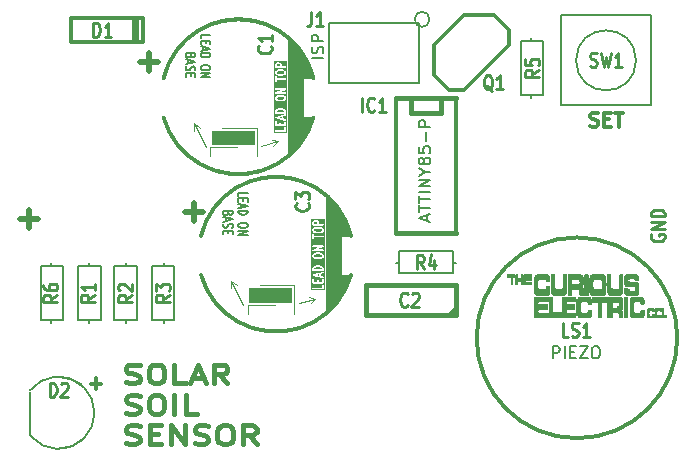
<source format=gbr>
G04 #@! TF.GenerationSoftware,KiCad,Pcbnew,9.0.0*
G04 #@! TF.CreationDate,2025-06-10T13:42:17+01:00*
G04 #@! TF.ProjectId,SolarSoilSensor_r_v2,536f6c61-7253-46f6-996c-53656e736f72,rev?*
G04 #@! TF.SameCoordinates,PX5faea10PY77e7cd0*
G04 #@! TF.FileFunction,Legend,Top*
G04 #@! TF.FilePolarity,Positive*
%FSLAX46Y46*%
G04 Gerber Fmt 4.6, Leading zero omitted, Abs format (unit mm)*
G04 Created by KiCad (PCBNEW 9.0.0) date 2025-06-10 13:42:17*
%MOMM*%
%LPD*%
G01*
G04 APERTURE LIST*
%ADD10C,0.250000*%
%ADD11C,0.400000*%
%ADD12C,0.500000*%
%ADD13C,0.300000*%
%ADD14C,0.150000*%
%ADD15C,0.304800*%
%ADD16C,0.200000*%
%ADD17C,0.381000*%
%ADD18C,0.127000*%
%ADD19C,0.120000*%
%ADD20C,0.010000*%
G04 APERTURE END LIST*
D10*
X58454285Y20193096D02*
X58397142Y20097858D01*
X58397142Y20097858D02*
X58397142Y19955001D01*
X58397142Y19955001D02*
X58454285Y19812144D01*
X58454285Y19812144D02*
X58568571Y19716906D01*
X58568571Y19716906D02*
X58682857Y19669287D01*
X58682857Y19669287D02*
X58911428Y19621668D01*
X58911428Y19621668D02*
X59082857Y19621668D01*
X59082857Y19621668D02*
X59311428Y19669287D01*
X59311428Y19669287D02*
X59425714Y19716906D01*
X59425714Y19716906D02*
X59540000Y19812144D01*
X59540000Y19812144D02*
X59597142Y19955001D01*
X59597142Y19955001D02*
X59597142Y20050239D01*
X59597142Y20050239D02*
X59540000Y20193096D01*
X59540000Y20193096D02*
X59482857Y20240715D01*
X59482857Y20240715D02*
X59082857Y20240715D01*
X59082857Y20240715D02*
X59082857Y20050239D01*
X59597142Y20669287D02*
X58397142Y20669287D01*
X58397142Y20669287D02*
X59597142Y21240715D01*
X59597142Y21240715D02*
X58397142Y21240715D01*
X59597142Y21716906D02*
X58397142Y21716906D01*
X58397142Y21716906D02*
X58397142Y21955001D01*
X58397142Y21955001D02*
X58454285Y22097858D01*
X58454285Y22097858D02*
X58568571Y22193096D01*
X58568571Y22193096D02*
X58682857Y22240715D01*
X58682857Y22240715D02*
X58911428Y22288334D01*
X58911428Y22288334D02*
X59082857Y22288334D01*
X59082857Y22288334D02*
X59311428Y22240715D01*
X59311428Y22240715D02*
X59425714Y22193096D01*
X59425714Y22193096D02*
X59540000Y22097858D01*
X59540000Y22097858D02*
X59597142Y21955001D01*
X59597142Y21955001D02*
X59597142Y21716906D01*
D11*
X13979109Y7647710D02*
X14264823Y7571520D01*
X14264823Y7571520D02*
X14741014Y7571520D01*
X14741014Y7571520D02*
X14931490Y7647710D01*
X14931490Y7647710D02*
X15026728Y7723901D01*
X15026728Y7723901D02*
X15121966Y7876282D01*
X15121966Y7876282D02*
X15121966Y8028663D01*
X15121966Y8028663D02*
X15026728Y8181044D01*
X15026728Y8181044D02*
X14931490Y8257234D01*
X14931490Y8257234D02*
X14741014Y8333425D01*
X14741014Y8333425D02*
X14360061Y8409615D01*
X14360061Y8409615D02*
X14169585Y8485806D01*
X14169585Y8485806D02*
X14074347Y8561996D01*
X14074347Y8561996D02*
X13979109Y8714377D01*
X13979109Y8714377D02*
X13979109Y8866758D01*
X13979109Y8866758D02*
X14074347Y9019139D01*
X14074347Y9019139D02*
X14169585Y9095330D01*
X14169585Y9095330D02*
X14360061Y9171520D01*
X14360061Y9171520D02*
X14836252Y9171520D01*
X14836252Y9171520D02*
X15121966Y9095330D01*
X16360061Y9171520D02*
X16741014Y9171520D01*
X16741014Y9171520D02*
X16931490Y9095330D01*
X16931490Y9095330D02*
X17121966Y8942949D01*
X17121966Y8942949D02*
X17217204Y8638187D01*
X17217204Y8638187D02*
X17217204Y8104853D01*
X17217204Y8104853D02*
X17121966Y7800091D01*
X17121966Y7800091D02*
X16931490Y7647710D01*
X16931490Y7647710D02*
X16741014Y7571520D01*
X16741014Y7571520D02*
X16360061Y7571520D01*
X16360061Y7571520D02*
X16169585Y7647710D01*
X16169585Y7647710D02*
X15979109Y7800091D01*
X15979109Y7800091D02*
X15883871Y8104853D01*
X15883871Y8104853D02*
X15883871Y8638187D01*
X15883871Y8638187D02*
X15979109Y8942949D01*
X15979109Y8942949D02*
X16169585Y9095330D01*
X16169585Y9095330D02*
X16360061Y9171520D01*
X19026728Y7571520D02*
X18074347Y7571520D01*
X18074347Y7571520D02*
X18074347Y9171520D01*
X19598157Y8028663D02*
X20550538Y8028663D01*
X19407681Y7571520D02*
X20074347Y9171520D01*
X20074347Y9171520D02*
X20741014Y7571520D01*
X22550538Y7571520D02*
X21883871Y8333425D01*
X21407681Y7571520D02*
X21407681Y9171520D01*
X21407681Y9171520D02*
X22169586Y9171520D01*
X22169586Y9171520D02*
X22360062Y9095330D01*
X22360062Y9095330D02*
X22455300Y9019139D01*
X22455300Y9019139D02*
X22550538Y8866758D01*
X22550538Y8866758D02*
X22550538Y8638187D01*
X22550538Y8638187D02*
X22455300Y8485806D01*
X22455300Y8485806D02*
X22360062Y8409615D01*
X22360062Y8409615D02*
X22169586Y8333425D01*
X22169586Y8333425D02*
X21407681Y8333425D01*
X13979109Y5071800D02*
X14264823Y4995610D01*
X14264823Y4995610D02*
X14741014Y4995610D01*
X14741014Y4995610D02*
X14931490Y5071800D01*
X14931490Y5071800D02*
X15026728Y5147991D01*
X15026728Y5147991D02*
X15121966Y5300372D01*
X15121966Y5300372D02*
X15121966Y5452753D01*
X15121966Y5452753D02*
X15026728Y5605134D01*
X15026728Y5605134D02*
X14931490Y5681324D01*
X14931490Y5681324D02*
X14741014Y5757515D01*
X14741014Y5757515D02*
X14360061Y5833705D01*
X14360061Y5833705D02*
X14169585Y5909896D01*
X14169585Y5909896D02*
X14074347Y5986086D01*
X14074347Y5986086D02*
X13979109Y6138467D01*
X13979109Y6138467D02*
X13979109Y6290848D01*
X13979109Y6290848D02*
X14074347Y6443229D01*
X14074347Y6443229D02*
X14169585Y6519420D01*
X14169585Y6519420D02*
X14360061Y6595610D01*
X14360061Y6595610D02*
X14836252Y6595610D01*
X14836252Y6595610D02*
X15121966Y6519420D01*
X16360061Y6595610D02*
X16741014Y6595610D01*
X16741014Y6595610D02*
X16931490Y6519420D01*
X16931490Y6519420D02*
X17121966Y6367039D01*
X17121966Y6367039D02*
X17217204Y6062277D01*
X17217204Y6062277D02*
X17217204Y5528943D01*
X17217204Y5528943D02*
X17121966Y5224181D01*
X17121966Y5224181D02*
X16931490Y5071800D01*
X16931490Y5071800D02*
X16741014Y4995610D01*
X16741014Y4995610D02*
X16360061Y4995610D01*
X16360061Y4995610D02*
X16169585Y5071800D01*
X16169585Y5071800D02*
X15979109Y5224181D01*
X15979109Y5224181D02*
X15883871Y5528943D01*
X15883871Y5528943D02*
X15883871Y6062277D01*
X15883871Y6062277D02*
X15979109Y6367039D01*
X15979109Y6367039D02*
X16169585Y6519420D01*
X16169585Y6519420D02*
X16360061Y6595610D01*
X18074347Y4995610D02*
X18074347Y6595610D01*
X19979109Y4995610D02*
X19026728Y4995610D01*
X19026728Y4995610D02*
X19026728Y6595610D01*
X13979109Y2495890D02*
X14264823Y2419700D01*
X14264823Y2419700D02*
X14741014Y2419700D01*
X14741014Y2419700D02*
X14931490Y2495890D01*
X14931490Y2495890D02*
X15026728Y2572081D01*
X15026728Y2572081D02*
X15121966Y2724462D01*
X15121966Y2724462D02*
X15121966Y2876843D01*
X15121966Y2876843D02*
X15026728Y3029224D01*
X15026728Y3029224D02*
X14931490Y3105414D01*
X14931490Y3105414D02*
X14741014Y3181605D01*
X14741014Y3181605D02*
X14360061Y3257795D01*
X14360061Y3257795D02*
X14169585Y3333986D01*
X14169585Y3333986D02*
X14074347Y3410176D01*
X14074347Y3410176D02*
X13979109Y3562557D01*
X13979109Y3562557D02*
X13979109Y3714938D01*
X13979109Y3714938D02*
X14074347Y3867319D01*
X14074347Y3867319D02*
X14169585Y3943510D01*
X14169585Y3943510D02*
X14360061Y4019700D01*
X14360061Y4019700D02*
X14836252Y4019700D01*
X14836252Y4019700D02*
X15121966Y3943510D01*
X15979109Y3257795D02*
X16645776Y3257795D01*
X16931490Y2419700D02*
X15979109Y2419700D01*
X15979109Y2419700D02*
X15979109Y4019700D01*
X15979109Y4019700D02*
X16931490Y4019700D01*
X17788633Y2419700D02*
X17788633Y4019700D01*
X17788633Y4019700D02*
X18931490Y2419700D01*
X18931490Y2419700D02*
X18931490Y4019700D01*
X19788633Y2495890D02*
X20074347Y2419700D01*
X20074347Y2419700D02*
X20550538Y2419700D01*
X20550538Y2419700D02*
X20741014Y2495890D01*
X20741014Y2495890D02*
X20836252Y2572081D01*
X20836252Y2572081D02*
X20931490Y2724462D01*
X20931490Y2724462D02*
X20931490Y2876843D01*
X20931490Y2876843D02*
X20836252Y3029224D01*
X20836252Y3029224D02*
X20741014Y3105414D01*
X20741014Y3105414D02*
X20550538Y3181605D01*
X20550538Y3181605D02*
X20169585Y3257795D01*
X20169585Y3257795D02*
X19979109Y3333986D01*
X19979109Y3333986D02*
X19883871Y3410176D01*
X19883871Y3410176D02*
X19788633Y3562557D01*
X19788633Y3562557D02*
X19788633Y3714938D01*
X19788633Y3714938D02*
X19883871Y3867319D01*
X19883871Y3867319D02*
X19979109Y3943510D01*
X19979109Y3943510D02*
X20169585Y4019700D01*
X20169585Y4019700D02*
X20645776Y4019700D01*
X20645776Y4019700D02*
X20931490Y3943510D01*
X22169585Y4019700D02*
X22550538Y4019700D01*
X22550538Y4019700D02*
X22741014Y3943510D01*
X22741014Y3943510D02*
X22931490Y3791129D01*
X22931490Y3791129D02*
X23026728Y3486367D01*
X23026728Y3486367D02*
X23026728Y2953033D01*
X23026728Y2953033D02*
X22931490Y2648271D01*
X22931490Y2648271D02*
X22741014Y2495890D01*
X22741014Y2495890D02*
X22550538Y2419700D01*
X22550538Y2419700D02*
X22169585Y2419700D01*
X22169585Y2419700D02*
X21979109Y2495890D01*
X21979109Y2495890D02*
X21788633Y2648271D01*
X21788633Y2648271D02*
X21693395Y2953033D01*
X21693395Y2953033D02*
X21693395Y3486367D01*
X21693395Y3486367D02*
X21788633Y3791129D01*
X21788633Y3791129D02*
X21979109Y3943510D01*
X21979109Y3943510D02*
X22169585Y4019700D01*
X25026728Y2419700D02*
X24360061Y3181605D01*
X23883871Y2419700D02*
X23883871Y4019700D01*
X23883871Y4019700D02*
X24645776Y4019700D01*
X24645776Y4019700D02*
X24836252Y3943510D01*
X24836252Y3943510D02*
X24931490Y3867319D01*
X24931490Y3867319D02*
X25026728Y3714938D01*
X25026728Y3714938D02*
X25026728Y3486367D01*
X25026728Y3486367D02*
X24931490Y3333986D01*
X24931490Y3333986D02*
X24836252Y3257795D01*
X24836252Y3257795D02*
X24645776Y3181605D01*
X24645776Y3181605D02*
X23883871Y3181605D01*
D12*
X6476904Y21452667D02*
X4953095Y21452667D01*
X5714999Y20690762D02*
X5714999Y22214572D01*
D10*
X11199905Y36922858D02*
X11199905Y38122858D01*
X11199905Y38122858D02*
X11438000Y38122858D01*
X11438000Y38122858D02*
X11580857Y38065715D01*
X11580857Y38065715D02*
X11676095Y37951429D01*
X11676095Y37951429D02*
X11723714Y37837143D01*
X11723714Y37837143D02*
X11771333Y37608572D01*
X11771333Y37608572D02*
X11771333Y37437143D01*
X11771333Y37437143D02*
X11723714Y37208572D01*
X11723714Y37208572D02*
X11676095Y37094286D01*
X11676095Y37094286D02*
X11580857Y36980000D01*
X11580857Y36980000D02*
X11438000Y36922858D01*
X11438000Y36922858D02*
X11199905Y36922858D01*
X12723714Y36922858D02*
X12152286Y36922858D01*
X12438000Y36922858D02*
X12438000Y38122858D01*
X12438000Y38122858D02*
X12342762Y37951429D01*
X12342762Y37951429D02*
X12247524Y37837143D01*
X12247524Y37837143D02*
X12152286Y37780000D01*
X7516905Y6442858D02*
X7516905Y7642858D01*
X7516905Y7642858D02*
X7755000Y7642858D01*
X7755000Y7642858D02*
X7897857Y7585715D01*
X7897857Y7585715D02*
X7993095Y7471429D01*
X7993095Y7471429D02*
X8040714Y7357143D01*
X8040714Y7357143D02*
X8088333Y7128572D01*
X8088333Y7128572D02*
X8088333Y6957143D01*
X8088333Y6957143D02*
X8040714Y6728572D01*
X8040714Y6728572D02*
X7993095Y6614286D01*
X7993095Y6614286D02*
X7897857Y6500000D01*
X7897857Y6500000D02*
X7755000Y6442858D01*
X7755000Y6442858D02*
X7516905Y6442858D01*
X8469286Y7528572D02*
X8516905Y7585715D01*
X8516905Y7585715D02*
X8612143Y7642858D01*
X8612143Y7642858D02*
X8850238Y7642858D01*
X8850238Y7642858D02*
X8945476Y7585715D01*
X8945476Y7585715D02*
X8993095Y7528572D01*
X8993095Y7528572D02*
X9040714Y7414286D01*
X9040714Y7414286D02*
X9040714Y7300000D01*
X9040714Y7300000D02*
X8993095Y7128572D01*
X8993095Y7128572D02*
X8421667Y6442858D01*
X8421667Y6442858D02*
X9040714Y6442858D01*
D13*
X10972857Y7537600D02*
X11887143Y7537600D01*
X11430000Y7080458D02*
X11430000Y7994743D01*
D10*
X33948810Y30572858D02*
X33948810Y31772858D01*
X34996428Y30687143D02*
X34948809Y30630000D01*
X34948809Y30630000D02*
X34805952Y30572858D01*
X34805952Y30572858D02*
X34710714Y30572858D01*
X34710714Y30572858D02*
X34567857Y30630000D01*
X34567857Y30630000D02*
X34472619Y30744286D01*
X34472619Y30744286D02*
X34425000Y30858572D01*
X34425000Y30858572D02*
X34377381Y31087143D01*
X34377381Y31087143D02*
X34377381Y31258572D01*
X34377381Y31258572D02*
X34425000Y31487143D01*
X34425000Y31487143D02*
X34472619Y31601429D01*
X34472619Y31601429D02*
X34567857Y31715715D01*
X34567857Y31715715D02*
X34710714Y31772858D01*
X34710714Y31772858D02*
X34805952Y31772858D01*
X34805952Y31772858D02*
X34948809Y31715715D01*
X34948809Y31715715D02*
X34996428Y31658572D01*
X35948809Y30572858D02*
X35377381Y30572858D01*
X35663095Y30572858D02*
X35663095Y31772858D01*
X35663095Y31772858D02*
X35567857Y31601429D01*
X35567857Y31601429D02*
X35472619Y31487143D01*
X35472619Y31487143D02*
X35377381Y31430000D01*
D14*
X39459104Y21345096D02*
X39459104Y21821286D01*
X39744819Y21249858D02*
X38744819Y21583191D01*
X38744819Y21583191D02*
X39744819Y21916524D01*
X38744819Y22107001D02*
X38744819Y22678429D01*
X39744819Y22392715D02*
X38744819Y22392715D01*
X38744819Y22868906D02*
X38744819Y23440334D01*
X39744819Y23154620D02*
X38744819Y23154620D01*
X39744819Y23773668D02*
X38744819Y23773668D01*
X39744819Y24249858D02*
X38744819Y24249858D01*
X38744819Y24249858D02*
X39744819Y24821286D01*
X39744819Y24821286D02*
X38744819Y24821286D01*
X39268628Y25487953D02*
X39744819Y25487953D01*
X38744819Y25154620D02*
X39268628Y25487953D01*
X39268628Y25487953D02*
X38744819Y25821286D01*
X39173390Y26297477D02*
X39125771Y26202239D01*
X39125771Y26202239D02*
X39078152Y26154620D01*
X39078152Y26154620D02*
X38982914Y26107001D01*
X38982914Y26107001D02*
X38935295Y26107001D01*
X38935295Y26107001D02*
X38840057Y26154620D01*
X38840057Y26154620D02*
X38792438Y26202239D01*
X38792438Y26202239D02*
X38744819Y26297477D01*
X38744819Y26297477D02*
X38744819Y26487953D01*
X38744819Y26487953D02*
X38792438Y26583191D01*
X38792438Y26583191D02*
X38840057Y26630810D01*
X38840057Y26630810D02*
X38935295Y26678429D01*
X38935295Y26678429D02*
X38982914Y26678429D01*
X38982914Y26678429D02*
X39078152Y26630810D01*
X39078152Y26630810D02*
X39125771Y26583191D01*
X39125771Y26583191D02*
X39173390Y26487953D01*
X39173390Y26487953D02*
X39173390Y26297477D01*
X39173390Y26297477D02*
X39221009Y26202239D01*
X39221009Y26202239D02*
X39268628Y26154620D01*
X39268628Y26154620D02*
X39363866Y26107001D01*
X39363866Y26107001D02*
X39554342Y26107001D01*
X39554342Y26107001D02*
X39649580Y26154620D01*
X39649580Y26154620D02*
X39697200Y26202239D01*
X39697200Y26202239D02*
X39744819Y26297477D01*
X39744819Y26297477D02*
X39744819Y26487953D01*
X39744819Y26487953D02*
X39697200Y26583191D01*
X39697200Y26583191D02*
X39649580Y26630810D01*
X39649580Y26630810D02*
X39554342Y26678429D01*
X39554342Y26678429D02*
X39363866Y26678429D01*
X39363866Y26678429D02*
X39268628Y26630810D01*
X39268628Y26630810D02*
X39221009Y26583191D01*
X39221009Y26583191D02*
X39173390Y26487953D01*
X38744819Y27583191D02*
X38744819Y27107001D01*
X38744819Y27107001D02*
X39221009Y27059382D01*
X39221009Y27059382D02*
X39173390Y27107001D01*
X39173390Y27107001D02*
X39125771Y27202239D01*
X39125771Y27202239D02*
X39125771Y27440334D01*
X39125771Y27440334D02*
X39173390Y27535572D01*
X39173390Y27535572D02*
X39221009Y27583191D01*
X39221009Y27583191D02*
X39316247Y27630810D01*
X39316247Y27630810D02*
X39554342Y27630810D01*
X39554342Y27630810D02*
X39649580Y27583191D01*
X39649580Y27583191D02*
X39697200Y27535572D01*
X39697200Y27535572D02*
X39744819Y27440334D01*
X39744819Y27440334D02*
X39744819Y27202239D01*
X39744819Y27202239D02*
X39697200Y27107001D01*
X39697200Y27107001D02*
X39649580Y27059382D01*
X39363866Y28059382D02*
X39363866Y28821286D01*
X39744819Y29297477D02*
X38744819Y29297477D01*
X38744819Y29297477D02*
X38744819Y29678429D01*
X38744819Y29678429D02*
X38792438Y29773667D01*
X38792438Y29773667D02*
X38840057Y29821286D01*
X38840057Y29821286D02*
X38935295Y29868905D01*
X38935295Y29868905D02*
X39078152Y29868905D01*
X39078152Y29868905D02*
X39173390Y29821286D01*
X39173390Y29821286D02*
X39221009Y29773667D01*
X39221009Y29773667D02*
X39268628Y29678429D01*
X39268628Y29678429D02*
X39268628Y29297477D01*
D10*
X29638666Y39011858D02*
X29638666Y38154715D01*
X29638666Y38154715D02*
X29591047Y37983286D01*
X29591047Y37983286D02*
X29495809Y37869000D01*
X29495809Y37869000D02*
X29352952Y37811858D01*
X29352952Y37811858D02*
X29257714Y37811858D01*
X30638666Y37811858D02*
X30067238Y37811858D01*
X30352952Y37811858D02*
X30352952Y39011858D01*
X30352952Y39011858D02*
X30257714Y38840429D01*
X30257714Y38840429D02*
X30162476Y38726143D01*
X30162476Y38726143D02*
X30067238Y38669000D01*
D14*
X30680819Y35091811D02*
X29680819Y35091811D01*
X30633200Y35520382D02*
X30680819Y35663239D01*
X30680819Y35663239D02*
X30680819Y35901334D01*
X30680819Y35901334D02*
X30633200Y35996572D01*
X30633200Y35996572D02*
X30585580Y36044191D01*
X30585580Y36044191D02*
X30490342Y36091810D01*
X30490342Y36091810D02*
X30395104Y36091810D01*
X30395104Y36091810D02*
X30299866Y36044191D01*
X30299866Y36044191D02*
X30252247Y35996572D01*
X30252247Y35996572D02*
X30204628Y35901334D01*
X30204628Y35901334D02*
X30157009Y35710858D01*
X30157009Y35710858D02*
X30109390Y35615620D01*
X30109390Y35615620D02*
X30061771Y35568001D01*
X30061771Y35568001D02*
X29966533Y35520382D01*
X29966533Y35520382D02*
X29871295Y35520382D01*
X29871295Y35520382D02*
X29776057Y35568001D01*
X29776057Y35568001D02*
X29728438Y35615620D01*
X29728438Y35615620D02*
X29680819Y35710858D01*
X29680819Y35710858D02*
X29680819Y35948953D01*
X29680819Y35948953D02*
X29728438Y36091810D01*
X30680819Y36520382D02*
X29680819Y36520382D01*
X29680819Y36520382D02*
X29680819Y36901334D01*
X29680819Y36901334D02*
X29728438Y36996572D01*
X29728438Y36996572D02*
X29776057Y37044191D01*
X29776057Y37044191D02*
X29871295Y37091810D01*
X29871295Y37091810D02*
X30014152Y37091810D01*
X30014152Y37091810D02*
X30109390Y37044191D01*
X30109390Y37044191D02*
X30157009Y36996572D01*
X30157009Y36996572D02*
X30204628Y36901334D01*
X30204628Y36901334D02*
X30204628Y36520382D01*
D10*
X44989761Y32363572D02*
X44894523Y32420715D01*
X44894523Y32420715D02*
X44799285Y32535000D01*
X44799285Y32535000D02*
X44656428Y32706429D01*
X44656428Y32706429D02*
X44561190Y32763572D01*
X44561190Y32763572D02*
X44465952Y32763572D01*
X44513571Y32477858D02*
X44418333Y32535000D01*
X44418333Y32535000D02*
X44323095Y32649286D01*
X44323095Y32649286D02*
X44275476Y32877858D01*
X44275476Y32877858D02*
X44275476Y33277858D01*
X44275476Y33277858D02*
X44323095Y33506429D01*
X44323095Y33506429D02*
X44418333Y33620715D01*
X44418333Y33620715D02*
X44513571Y33677858D01*
X44513571Y33677858D02*
X44704047Y33677858D01*
X44704047Y33677858D02*
X44799285Y33620715D01*
X44799285Y33620715D02*
X44894523Y33506429D01*
X44894523Y33506429D02*
X44942142Y33277858D01*
X44942142Y33277858D02*
X44942142Y32877858D01*
X44942142Y32877858D02*
X44894523Y32649286D01*
X44894523Y32649286D02*
X44799285Y32535000D01*
X44799285Y32535000D02*
X44704047Y32477858D01*
X44704047Y32477858D02*
X44513571Y32477858D01*
X45894523Y32477858D02*
X45323095Y32477858D01*
X45608809Y32477858D02*
X45608809Y33677858D01*
X45608809Y33677858D02*
X45513571Y33506429D01*
X45513571Y33506429D02*
X45418333Y33392143D01*
X45418333Y33392143D02*
X45323095Y33335000D01*
X11337142Y15073334D02*
X10765714Y14740001D01*
X11337142Y14501906D02*
X10137142Y14501906D01*
X10137142Y14501906D02*
X10137142Y14882858D01*
X10137142Y14882858D02*
X10194285Y14978096D01*
X10194285Y14978096D02*
X10251428Y15025715D01*
X10251428Y15025715D02*
X10365714Y15073334D01*
X10365714Y15073334D02*
X10537142Y15073334D01*
X10537142Y15073334D02*
X10651428Y15025715D01*
X10651428Y15025715D02*
X10708571Y14978096D01*
X10708571Y14978096D02*
X10765714Y14882858D01*
X10765714Y14882858D02*
X10765714Y14501906D01*
X11337142Y16025715D02*
X11337142Y15454287D01*
X11337142Y15740001D02*
X10137142Y15740001D01*
X10137142Y15740001D02*
X10308571Y15644763D01*
X10308571Y15644763D02*
X10422857Y15549525D01*
X10422857Y15549525D02*
X10480000Y15454287D01*
X14512142Y15073334D02*
X13940714Y14740001D01*
X14512142Y14501906D02*
X13312142Y14501906D01*
X13312142Y14501906D02*
X13312142Y14882858D01*
X13312142Y14882858D02*
X13369285Y14978096D01*
X13369285Y14978096D02*
X13426428Y15025715D01*
X13426428Y15025715D02*
X13540714Y15073334D01*
X13540714Y15073334D02*
X13712142Y15073334D01*
X13712142Y15073334D02*
X13826428Y15025715D01*
X13826428Y15025715D02*
X13883571Y14978096D01*
X13883571Y14978096D02*
X13940714Y14882858D01*
X13940714Y14882858D02*
X13940714Y14501906D01*
X13426428Y15454287D02*
X13369285Y15501906D01*
X13369285Y15501906D02*
X13312142Y15597144D01*
X13312142Y15597144D02*
X13312142Y15835239D01*
X13312142Y15835239D02*
X13369285Y15930477D01*
X13369285Y15930477D02*
X13426428Y15978096D01*
X13426428Y15978096D02*
X13540714Y16025715D01*
X13540714Y16025715D02*
X13655000Y16025715D01*
X13655000Y16025715D02*
X13826428Y15978096D01*
X13826428Y15978096D02*
X14512142Y15406668D01*
X14512142Y15406668D02*
X14512142Y16025715D01*
X17687142Y15073334D02*
X17115714Y14740001D01*
X17687142Y14501906D02*
X16487142Y14501906D01*
X16487142Y14501906D02*
X16487142Y14882858D01*
X16487142Y14882858D02*
X16544285Y14978096D01*
X16544285Y14978096D02*
X16601428Y15025715D01*
X16601428Y15025715D02*
X16715714Y15073334D01*
X16715714Y15073334D02*
X16887142Y15073334D01*
X16887142Y15073334D02*
X17001428Y15025715D01*
X17001428Y15025715D02*
X17058571Y14978096D01*
X17058571Y14978096D02*
X17115714Y14882858D01*
X17115714Y14882858D02*
X17115714Y14501906D01*
X16487142Y15406668D02*
X16487142Y16025715D01*
X16487142Y16025715D02*
X16944285Y15692382D01*
X16944285Y15692382D02*
X16944285Y15835239D01*
X16944285Y15835239D02*
X17001428Y15930477D01*
X17001428Y15930477D02*
X17058571Y15978096D01*
X17058571Y15978096D02*
X17172857Y16025715D01*
X17172857Y16025715D02*
X17458571Y16025715D01*
X17458571Y16025715D02*
X17572857Y15978096D01*
X17572857Y15978096D02*
X17630000Y15930477D01*
X17630000Y15930477D02*
X17687142Y15835239D01*
X17687142Y15835239D02*
X17687142Y15549525D01*
X17687142Y15549525D02*
X17630000Y15454287D01*
X17630000Y15454287D02*
X17572857Y15406668D01*
X39203333Y17237858D02*
X38870000Y17809286D01*
X38631905Y17237858D02*
X38631905Y18437858D01*
X38631905Y18437858D02*
X39012857Y18437858D01*
X39012857Y18437858D02*
X39108095Y18380715D01*
X39108095Y18380715D02*
X39155714Y18323572D01*
X39155714Y18323572D02*
X39203333Y18209286D01*
X39203333Y18209286D02*
X39203333Y18037858D01*
X39203333Y18037858D02*
X39155714Y17923572D01*
X39155714Y17923572D02*
X39108095Y17866429D01*
X39108095Y17866429D02*
X39012857Y17809286D01*
X39012857Y17809286D02*
X38631905Y17809286D01*
X40060476Y18037858D02*
X40060476Y17237858D01*
X39822381Y18495000D02*
X39584286Y17637858D01*
X39584286Y17637858D02*
X40203333Y17637858D01*
X48954542Y34123334D02*
X48383114Y33790001D01*
X48954542Y33551906D02*
X47754542Y33551906D01*
X47754542Y33551906D02*
X47754542Y33932858D01*
X47754542Y33932858D02*
X47811685Y34028096D01*
X47811685Y34028096D02*
X47868828Y34075715D01*
X47868828Y34075715D02*
X47983114Y34123334D01*
X47983114Y34123334D02*
X48154542Y34123334D01*
X48154542Y34123334D02*
X48268828Y34075715D01*
X48268828Y34075715D02*
X48325971Y34028096D01*
X48325971Y34028096D02*
X48383114Y33932858D01*
X48383114Y33932858D02*
X48383114Y33551906D01*
X47754542Y35028096D02*
X47754542Y34551906D01*
X47754542Y34551906D02*
X48325971Y34504287D01*
X48325971Y34504287D02*
X48268828Y34551906D01*
X48268828Y34551906D02*
X48211685Y34647144D01*
X48211685Y34647144D02*
X48211685Y34885239D01*
X48211685Y34885239D02*
X48268828Y34980477D01*
X48268828Y34980477D02*
X48325971Y35028096D01*
X48325971Y35028096D02*
X48440257Y35075715D01*
X48440257Y35075715D02*
X48725971Y35075715D01*
X48725971Y35075715D02*
X48840257Y35028096D01*
X48840257Y35028096D02*
X48897400Y34980477D01*
X48897400Y34980477D02*
X48954542Y34885239D01*
X48954542Y34885239D02*
X48954542Y34647144D01*
X48954542Y34647144D02*
X48897400Y34551906D01*
X48897400Y34551906D02*
X48840257Y34504287D01*
X8162142Y15073334D02*
X7590714Y14740001D01*
X8162142Y14501906D02*
X6962142Y14501906D01*
X6962142Y14501906D02*
X6962142Y14882858D01*
X6962142Y14882858D02*
X7019285Y14978096D01*
X7019285Y14978096D02*
X7076428Y15025715D01*
X7076428Y15025715D02*
X7190714Y15073334D01*
X7190714Y15073334D02*
X7362142Y15073334D01*
X7362142Y15073334D02*
X7476428Y15025715D01*
X7476428Y15025715D02*
X7533571Y14978096D01*
X7533571Y14978096D02*
X7590714Y14882858D01*
X7590714Y14882858D02*
X7590714Y14501906D01*
X6962142Y15930477D02*
X6962142Y15740001D01*
X6962142Y15740001D02*
X7019285Y15644763D01*
X7019285Y15644763D02*
X7076428Y15597144D01*
X7076428Y15597144D02*
X7247857Y15501906D01*
X7247857Y15501906D02*
X7476428Y15454287D01*
X7476428Y15454287D02*
X7933571Y15454287D01*
X7933571Y15454287D02*
X8047857Y15501906D01*
X8047857Y15501906D02*
X8105000Y15549525D01*
X8105000Y15549525D02*
X8162142Y15644763D01*
X8162142Y15644763D02*
X8162142Y15835239D01*
X8162142Y15835239D02*
X8105000Y15930477D01*
X8105000Y15930477D02*
X8047857Y15978096D01*
X8047857Y15978096D02*
X7933571Y16025715D01*
X7933571Y16025715D02*
X7647857Y16025715D01*
X7647857Y16025715D02*
X7533571Y15978096D01*
X7533571Y15978096D02*
X7476428Y15930477D01*
X7476428Y15930477D02*
X7419285Y15835239D01*
X7419285Y15835239D02*
X7419285Y15644763D01*
X7419285Y15644763D02*
X7476428Y15549525D01*
X7476428Y15549525D02*
X7533571Y15501906D01*
X7533571Y15501906D02*
X7647857Y15454287D01*
X53276667Y34440000D02*
X53419524Y34382858D01*
X53419524Y34382858D02*
X53657619Y34382858D01*
X53657619Y34382858D02*
X53752857Y34440000D01*
X53752857Y34440000D02*
X53800476Y34497143D01*
X53800476Y34497143D02*
X53848095Y34611429D01*
X53848095Y34611429D02*
X53848095Y34725715D01*
X53848095Y34725715D02*
X53800476Y34840000D01*
X53800476Y34840000D02*
X53752857Y34897143D01*
X53752857Y34897143D02*
X53657619Y34954286D01*
X53657619Y34954286D02*
X53467143Y35011429D01*
X53467143Y35011429D02*
X53371905Y35068572D01*
X53371905Y35068572D02*
X53324286Y35125715D01*
X53324286Y35125715D02*
X53276667Y35240000D01*
X53276667Y35240000D02*
X53276667Y35354286D01*
X53276667Y35354286D02*
X53324286Y35468572D01*
X53324286Y35468572D02*
X53371905Y35525715D01*
X53371905Y35525715D02*
X53467143Y35582858D01*
X53467143Y35582858D02*
X53705238Y35582858D01*
X53705238Y35582858D02*
X53848095Y35525715D01*
X54181429Y35582858D02*
X54419524Y34382858D01*
X54419524Y34382858D02*
X54610000Y35240000D01*
X54610000Y35240000D02*
X54800476Y34382858D01*
X54800476Y34382858D02*
X55038572Y35582858D01*
X55943333Y34382858D02*
X55371905Y34382858D01*
X55657619Y34382858D02*
X55657619Y35582858D01*
X55657619Y35582858D02*
X55562381Y35411429D01*
X55562381Y35411429D02*
X55467143Y35297143D01*
X55467143Y35297143D02*
X55371905Y35240000D01*
D13*
X53267143Y29362600D02*
X53438572Y29305458D01*
X53438572Y29305458D02*
X53724286Y29305458D01*
X53724286Y29305458D02*
X53838572Y29362600D01*
X53838572Y29362600D02*
X53895714Y29419743D01*
X53895714Y29419743D02*
X53952857Y29534029D01*
X53952857Y29534029D02*
X53952857Y29648315D01*
X53952857Y29648315D02*
X53895714Y29762600D01*
X53895714Y29762600D02*
X53838572Y29819743D01*
X53838572Y29819743D02*
X53724286Y29876886D01*
X53724286Y29876886D02*
X53495714Y29934029D01*
X53495714Y29934029D02*
X53381429Y29991172D01*
X53381429Y29991172D02*
X53324286Y30048315D01*
X53324286Y30048315D02*
X53267143Y30162600D01*
X53267143Y30162600D02*
X53267143Y30276886D01*
X53267143Y30276886D02*
X53324286Y30391172D01*
X53324286Y30391172D02*
X53381429Y30448315D01*
X53381429Y30448315D02*
X53495714Y30505458D01*
X53495714Y30505458D02*
X53781429Y30505458D01*
X53781429Y30505458D02*
X53952857Y30448315D01*
X54467143Y29934029D02*
X54867143Y29934029D01*
X55038571Y29305458D02*
X54467143Y29305458D01*
X54467143Y29305458D02*
X54467143Y30505458D01*
X54467143Y30505458D02*
X55038571Y30505458D01*
X55381428Y30505458D02*
X56067143Y30505458D01*
X55724285Y29305458D02*
X55724285Y30505458D01*
D10*
X51427142Y11522858D02*
X50950952Y11522858D01*
X50950952Y11522858D02*
X50950952Y12722858D01*
X51712857Y11580000D02*
X51855714Y11522858D01*
X51855714Y11522858D02*
X52093809Y11522858D01*
X52093809Y11522858D02*
X52189047Y11580000D01*
X52189047Y11580000D02*
X52236666Y11637143D01*
X52236666Y11637143D02*
X52284285Y11751429D01*
X52284285Y11751429D02*
X52284285Y11865715D01*
X52284285Y11865715D02*
X52236666Y11980000D01*
X52236666Y11980000D02*
X52189047Y12037143D01*
X52189047Y12037143D02*
X52093809Y12094286D01*
X52093809Y12094286D02*
X51903333Y12151429D01*
X51903333Y12151429D02*
X51808095Y12208572D01*
X51808095Y12208572D02*
X51760476Y12265715D01*
X51760476Y12265715D02*
X51712857Y12380000D01*
X51712857Y12380000D02*
X51712857Y12494286D01*
X51712857Y12494286D02*
X51760476Y12608572D01*
X51760476Y12608572D02*
X51808095Y12665715D01*
X51808095Y12665715D02*
X51903333Y12722858D01*
X51903333Y12722858D02*
X52141428Y12722858D01*
X52141428Y12722858D02*
X52284285Y12665715D01*
X53236666Y11522858D02*
X52665238Y11522858D01*
X52950952Y11522858D02*
X52950952Y12722858D01*
X52950952Y12722858D02*
X52855714Y12551429D01*
X52855714Y12551429D02*
X52760476Y12437143D01*
X52760476Y12437143D02*
X52665238Y12380000D01*
D14*
X50117619Y9705181D02*
X50117619Y10705181D01*
X50117619Y10705181D02*
X50498571Y10705181D01*
X50498571Y10705181D02*
X50593809Y10657562D01*
X50593809Y10657562D02*
X50641428Y10609943D01*
X50641428Y10609943D02*
X50689047Y10514705D01*
X50689047Y10514705D02*
X50689047Y10371848D01*
X50689047Y10371848D02*
X50641428Y10276610D01*
X50641428Y10276610D02*
X50593809Y10228991D01*
X50593809Y10228991D02*
X50498571Y10181372D01*
X50498571Y10181372D02*
X50117619Y10181372D01*
X51117619Y9705181D02*
X51117619Y10705181D01*
X51593809Y10228991D02*
X51927142Y10228991D01*
X52069999Y9705181D02*
X51593809Y9705181D01*
X51593809Y9705181D02*
X51593809Y10705181D01*
X51593809Y10705181D02*
X52069999Y10705181D01*
X52403333Y10705181D02*
X53069999Y10705181D01*
X53069999Y10705181D02*
X52403333Y9705181D01*
X52403333Y9705181D02*
X53069999Y9705181D01*
X53641428Y10705181D02*
X53831904Y10705181D01*
X53831904Y10705181D02*
X53927142Y10657562D01*
X53927142Y10657562D02*
X54022380Y10562324D01*
X54022380Y10562324D02*
X54069999Y10371848D01*
X54069999Y10371848D02*
X54069999Y10038515D01*
X54069999Y10038515D02*
X54022380Y9848039D01*
X54022380Y9848039D02*
X53927142Y9752800D01*
X53927142Y9752800D02*
X53831904Y9705181D01*
X53831904Y9705181D02*
X53641428Y9705181D01*
X53641428Y9705181D02*
X53546190Y9752800D01*
X53546190Y9752800D02*
X53450952Y9848039D01*
X53450952Y9848039D02*
X53403333Y10038515D01*
X53403333Y10038515D02*
X53403333Y10371848D01*
X53403333Y10371848D02*
X53450952Y10562324D01*
X53450952Y10562324D02*
X53546190Y10657562D01*
X53546190Y10657562D02*
X53641428Y10705181D01*
D10*
X37806333Y14177143D02*
X37758714Y14120000D01*
X37758714Y14120000D02*
X37615857Y14062858D01*
X37615857Y14062858D02*
X37520619Y14062858D01*
X37520619Y14062858D02*
X37377762Y14120000D01*
X37377762Y14120000D02*
X37282524Y14234286D01*
X37282524Y14234286D02*
X37234905Y14348572D01*
X37234905Y14348572D02*
X37187286Y14577143D01*
X37187286Y14577143D02*
X37187286Y14748572D01*
X37187286Y14748572D02*
X37234905Y14977143D01*
X37234905Y14977143D02*
X37282524Y15091429D01*
X37282524Y15091429D02*
X37377762Y15205715D01*
X37377762Y15205715D02*
X37520619Y15262858D01*
X37520619Y15262858D02*
X37615857Y15262858D01*
X37615857Y15262858D02*
X37758714Y15205715D01*
X37758714Y15205715D02*
X37806333Y15148572D01*
X38187286Y15148572D02*
X38234905Y15205715D01*
X38234905Y15205715D02*
X38330143Y15262858D01*
X38330143Y15262858D02*
X38568238Y15262858D01*
X38568238Y15262858D02*
X38663476Y15205715D01*
X38663476Y15205715D02*
X38711095Y15148572D01*
X38711095Y15148572D02*
X38758714Y15034286D01*
X38758714Y15034286D02*
X38758714Y14920000D01*
X38758714Y14920000D02*
X38711095Y14748572D01*
X38711095Y14748572D02*
X38139667Y14062858D01*
X38139667Y14062858D02*
X38758714Y14062858D01*
X26208857Y36155334D02*
X26266000Y36107715D01*
X26266000Y36107715D02*
X26323142Y35964858D01*
X26323142Y35964858D02*
X26323142Y35869620D01*
X26323142Y35869620D02*
X26266000Y35726763D01*
X26266000Y35726763D02*
X26151714Y35631525D01*
X26151714Y35631525D02*
X26037428Y35583906D01*
X26037428Y35583906D02*
X25808857Y35536287D01*
X25808857Y35536287D02*
X25637428Y35536287D01*
X25637428Y35536287D02*
X25408857Y35583906D01*
X25408857Y35583906D02*
X25294571Y35631525D01*
X25294571Y35631525D02*
X25180285Y35726763D01*
X25180285Y35726763D02*
X25123142Y35869620D01*
X25123142Y35869620D02*
X25123142Y35964858D01*
X25123142Y35964858D02*
X25180285Y36107715D01*
X25180285Y36107715D02*
X25237428Y36155334D01*
X26323142Y37107715D02*
X26323142Y36536287D01*
X26323142Y36822001D02*
X25123142Y36822001D01*
X25123142Y36822001D02*
X25294571Y36726763D01*
X25294571Y36726763D02*
X25408857Y36631525D01*
X25408857Y36631525D02*
X25466000Y36536287D01*
D14*
G36*
X27149723Y30039600D02*
G01*
X26962529Y30086398D01*
X27149723Y30133197D01*
X27149723Y30039600D01*
G37*
G36*
X27242585Y30728172D02*
G01*
X27302609Y30705663D01*
X27354589Y30666678D01*
X27378295Y30613341D01*
X27378295Y30561399D01*
X26728295Y30561399D01*
X26728295Y30613340D01*
X26752001Y30666679D01*
X26803979Y30705663D01*
X26864003Y30728171D01*
X27003121Y30754256D01*
X27103469Y30754256D01*
X27242585Y30728172D01*
G37*
G36*
X27307998Y31815907D02*
G01*
X27359922Y31776965D01*
X27378295Y31749406D01*
X27378295Y31680535D01*
X27359921Y31652975D01*
X27307999Y31614035D01*
X27179659Y31589970D01*
X26926930Y31589970D01*
X26798590Y31614035D01*
X26746667Y31652977D01*
X26728295Y31680535D01*
X26728295Y31749406D01*
X26746667Y31776965D01*
X26798590Y31815907D01*
X26926934Y31839970D01*
X27179660Y31839970D01*
X27307998Y31815907D01*
G37*
G36*
X27307998Y33987335D02*
G01*
X27359922Y33948393D01*
X27378295Y33920834D01*
X27378295Y33851963D01*
X27359921Y33824403D01*
X27307999Y33785463D01*
X27179659Y33761398D01*
X26926930Y33761398D01*
X26798590Y33785463D01*
X26746667Y33824405D01*
X26728295Y33851963D01*
X26728295Y33920834D01*
X26746667Y33948393D01*
X26798590Y33987335D01*
X26926934Y34011398D01*
X27179660Y34011398D01*
X27307998Y33987335D01*
G37*
G36*
X26959754Y34591375D02*
G01*
X26978968Y34576965D01*
X26997342Y34549405D01*
X26997342Y34418541D01*
X26728295Y34418541D01*
X26728295Y34549405D01*
X26746667Y34576963D01*
X26765883Y34591375D01*
X26819277Y34611398D01*
X26906359Y34611398D01*
X26959754Y34591375D01*
G37*
G36*
X27617184Y28779653D02*
G01*
X26489406Y28779653D01*
X26489406Y28958174D01*
X26579736Y28958174D01*
X26579736Y28928910D01*
X26590935Y28901874D01*
X26611627Y28881182D01*
X26638663Y28869983D01*
X26653295Y28868542D01*
X27453295Y28868542D01*
X27467927Y28869983D01*
X27494963Y28881182D01*
X27515655Y28901874D01*
X27526854Y28928910D01*
X27528295Y28943542D01*
X27528295Y29229256D01*
X27526854Y29243888D01*
X27515655Y29270924D01*
X27494963Y29291616D01*
X27467927Y29302815D01*
X27438663Y29302815D01*
X27411627Y29291616D01*
X27390935Y29270924D01*
X27379736Y29243888D01*
X27378295Y29229256D01*
X27378295Y29018542D01*
X26653295Y29018542D01*
X26638663Y29017101D01*
X26611627Y29005902D01*
X26590935Y28985210D01*
X26579736Y28958174D01*
X26489406Y28958174D01*
X26489406Y29714970D01*
X26578295Y29714970D01*
X26578295Y29429256D01*
X26579736Y29414624D01*
X26590935Y29387588D01*
X26611627Y29366896D01*
X26638663Y29355697D01*
X26653295Y29354256D01*
X27453295Y29354256D01*
X27467927Y29355697D01*
X27494963Y29366896D01*
X27515655Y29387588D01*
X27526854Y29414624D01*
X27528295Y29429256D01*
X27528295Y29714970D01*
X27526854Y29729602D01*
X27515655Y29756638D01*
X27494963Y29777330D01*
X27467927Y29788529D01*
X27438663Y29788529D01*
X27411627Y29777330D01*
X27390935Y29756638D01*
X27379736Y29729602D01*
X27378295Y29714970D01*
X27378295Y29504256D01*
X27109247Y29504256D01*
X27109247Y29629256D01*
X27107806Y29643888D01*
X27096607Y29670924D01*
X27075915Y29691616D01*
X27048879Y29702815D01*
X27019615Y29702815D01*
X26992579Y29691616D01*
X26971887Y29670924D01*
X26960688Y29643888D01*
X26959247Y29629256D01*
X26959247Y29504256D01*
X26728295Y29504256D01*
X26728295Y29714970D01*
X26726854Y29729602D01*
X26715655Y29756638D01*
X26694963Y29777330D01*
X26667927Y29788529D01*
X26638663Y29788529D01*
X26611627Y29777330D01*
X26590935Y29756638D01*
X26579736Y29729602D01*
X26578295Y29714970D01*
X26489406Y29714970D01*
X26489406Y30090044D01*
X26578384Y30090044D01*
X26578926Y30086398D01*
X26578384Y30082752D01*
X26581064Y30072029D01*
X26582691Y30061099D01*
X26584586Y30057940D01*
X26585481Y30054362D01*
X26592062Y30045480D01*
X26597747Y30036006D01*
X26600708Y30033812D01*
X26602903Y30030850D01*
X26612376Y30025166D01*
X26621259Y30018584D01*
X26626418Y30016741D01*
X26627996Y30015794D01*
X26629832Y30015521D01*
X26635105Y30013637D01*
X27435105Y29813637D01*
X27449649Y29811487D01*
X27478594Y29815794D01*
X27503687Y29830850D01*
X27521109Y29854362D01*
X27528206Y29882752D01*
X27523899Y29911697D01*
X27508843Y29936790D01*
X27485331Y29954212D01*
X27471485Y29959159D01*
X27299723Y30002100D01*
X27299723Y30170697D01*
X27471485Y30213637D01*
X27485331Y30218584D01*
X27508843Y30236006D01*
X27523899Y30261099D01*
X27528206Y30290044D01*
X27521109Y30318434D01*
X27503687Y30341946D01*
X27478594Y30357002D01*
X27449649Y30361309D01*
X27435105Y30359159D01*
X26635105Y30159159D01*
X26629832Y30157276D01*
X26627996Y30157002D01*
X26626418Y30156056D01*
X26621259Y30154212D01*
X26612376Y30147631D01*
X26602903Y30141946D01*
X26600708Y30138985D01*
X26597747Y30136790D01*
X26592062Y30127317D01*
X26585481Y30118434D01*
X26584586Y30114857D01*
X26582691Y30111697D01*
X26581064Y30100768D01*
X26578384Y30090044D01*
X26489406Y30090044D01*
X26489406Y30629256D01*
X26578295Y30629256D01*
X26578295Y30486399D01*
X26579736Y30471767D01*
X26590935Y30444731D01*
X26611627Y30424039D01*
X26638663Y30412840D01*
X26653295Y30411399D01*
X27453295Y30411399D01*
X27467927Y30412840D01*
X27494963Y30424039D01*
X27515655Y30444731D01*
X27526854Y30471767D01*
X27528295Y30486399D01*
X27528295Y30629256D01*
X27526854Y30643888D01*
X27526481Y30644787D01*
X27526457Y30645760D01*
X27521831Y30659717D01*
X27483736Y30745430D01*
X27476476Y30758216D01*
X27473285Y30761248D01*
X27471041Y30765038D01*
X27460200Y30774970D01*
X27384009Y30832113D01*
X27379816Y30834657D01*
X27378538Y30835851D01*
X27374897Y30837641D01*
X27371439Y30839739D01*
X27369748Y30840173D01*
X27365343Y30842338D01*
X27289153Y30870909D01*
X27282857Y30872588D01*
X27276641Y30874399D01*
X27124260Y30902971D01*
X27117345Y30903576D01*
X27110438Y30904256D01*
X26996152Y30904256D01*
X26989240Y30903576D01*
X26982331Y30902971D01*
X26829949Y30874399D01*
X26823727Y30872587D01*
X26817437Y30870909D01*
X26741246Y30842338D01*
X26736841Y30840173D01*
X26735150Y30839739D01*
X26731688Y30837639D01*
X26728052Y30835851D01*
X26726775Y30834659D01*
X26722580Y30832113D01*
X26646390Y30774970D01*
X26635549Y30765038D01*
X26633305Y30761250D01*
X26630113Y30758216D01*
X26622854Y30745430D01*
X26584759Y30659716D01*
X26580133Y30645760D01*
X26580108Y30644787D01*
X26579736Y30643888D01*
X26578295Y30629256D01*
X26489406Y30629256D01*
X26489406Y31772113D01*
X26578295Y31772113D01*
X26578295Y31657827D01*
X26579736Y31643195D01*
X26582548Y31636406D01*
X26583974Y31629199D01*
X26590891Y31616225D01*
X26628986Y31559082D01*
X26634583Y31552247D01*
X26635549Y31550616D01*
X26637029Y31549260D01*
X26638301Y31547707D01*
X26639874Y31546654D01*
X26646390Y31540684D01*
X26722580Y31483542D01*
X26735150Y31475916D01*
X26737559Y31475299D01*
X26739642Y31473940D01*
X26753758Y31469827D01*
X26906140Y31441255D01*
X26913049Y31440651D01*
X26919961Y31439970D01*
X27186628Y31439970D01*
X27193535Y31440651D01*
X27200450Y31441255D01*
X27352831Y31469827D01*
X27366947Y31473940D01*
X27369028Y31475298D01*
X27371438Y31475915D01*
X27384008Y31483542D01*
X27460199Y31540684D01*
X27466710Y31546649D01*
X27468289Y31547706D01*
X27469563Y31549263D01*
X27471040Y31550615D01*
X27472003Y31552243D01*
X27477604Y31559082D01*
X27515699Y31616225D01*
X27522616Y31629199D01*
X27524041Y31636406D01*
X27526854Y31643195D01*
X27528295Y31657827D01*
X27528295Y31772113D01*
X27526854Y31786745D01*
X27524041Y31793535D01*
X27522616Y31800741D01*
X27515699Y31813715D01*
X27477604Y31870858D01*
X27472005Y31877696D01*
X27471041Y31879324D01*
X27469563Y31880678D01*
X27468289Y31882234D01*
X27466711Y31883291D01*
X27460200Y31889256D01*
X27384009Y31946399D01*
X27371439Y31954025D01*
X27369030Y31954643D01*
X27366946Y31956002D01*
X27352830Y31960115D01*
X27200449Y31988685D01*
X27193543Y31989289D01*
X27186628Y31989970D01*
X26919961Y31989970D01*
X26913053Y31989290D01*
X26906139Y31988685D01*
X26753759Y31960114D01*
X26739643Y31956002D01*
X26737558Y31954643D01*
X26735150Y31954025D01*
X26722580Y31946399D01*
X26646390Y31889256D01*
X26639874Y31883287D01*
X26638301Y31882233D01*
X26637029Y31880681D01*
X26635549Y31879324D01*
X26634583Y31877694D01*
X26628986Y31870858D01*
X26590891Y31813715D01*
X26583974Y31800741D01*
X26582548Y31793535D01*
X26579736Y31786745D01*
X26578295Y31772113D01*
X26489406Y31772113D01*
X26489406Y32185847D01*
X26579563Y32185847D01*
X26579736Y32171668D01*
X26579736Y32157481D01*
X26579914Y32157051D01*
X26579920Y32156586D01*
X26585508Y32143546D01*
X26590935Y32130445D01*
X26591263Y32130117D01*
X26591447Y32129688D01*
X26601607Y32119773D01*
X26611627Y32109753D01*
X26612057Y32109575D01*
X26612391Y32109249D01*
X26625573Y32103976D01*
X26638663Y32098554D01*
X26639280Y32098494D01*
X26639561Y32098381D01*
X26640325Y32098391D01*
X26653295Y32097113D01*
X27453295Y32097113D01*
X27467927Y32098554D01*
X27494963Y32109753D01*
X27515655Y32130445D01*
X27526854Y32157481D01*
X27526854Y32186745D01*
X27515655Y32213781D01*
X27494963Y32234473D01*
X27467927Y32245672D01*
X27453295Y32247113D01*
X27018690Y32247113D01*
X27482839Y32446034D01*
X27494261Y32452320D01*
X27494963Y32452610D01*
X27495175Y32452823D01*
X27495720Y32453122D01*
X27505635Y32463283D01*
X27515655Y32473302D01*
X27515833Y32473733D01*
X27516159Y32474066D01*
X27521432Y32487249D01*
X27526854Y32500338D01*
X27526854Y32500804D01*
X27527027Y32501236D01*
X27526854Y32515416D01*
X27526854Y32529602D01*
X27526675Y32530033D01*
X27526670Y32530497D01*
X27521081Y32543538D01*
X27515655Y32556638D01*
X27515326Y32556967D01*
X27515143Y32557395D01*
X27504982Y32567311D01*
X27494963Y32577330D01*
X27494532Y32577509D01*
X27494199Y32577834D01*
X27481016Y32583108D01*
X27467927Y32588529D01*
X27467309Y32588590D01*
X27467029Y32588702D01*
X27466264Y32588693D01*
X27453295Y32589970D01*
X26653295Y32589970D01*
X26638663Y32588529D01*
X26611627Y32577330D01*
X26590935Y32556638D01*
X26579736Y32529602D01*
X26579736Y32500338D01*
X26590935Y32473302D01*
X26611627Y32452610D01*
X26638663Y32441411D01*
X26653295Y32439970D01*
X27087900Y32439970D01*
X26623751Y32241049D01*
X26612328Y32234764D01*
X26611627Y32234473D01*
X26611414Y32234261D01*
X26610870Y32233961D01*
X26600954Y32223801D01*
X26590935Y32213781D01*
X26590756Y32213351D01*
X26590431Y32213017D01*
X26585157Y32199835D01*
X26579736Y32186745D01*
X26579736Y32186280D01*
X26579563Y32185847D01*
X26489406Y32185847D01*
X26489406Y33514969D01*
X26578295Y33514969D01*
X26578295Y33172112D01*
X26579736Y33157480D01*
X26590935Y33130444D01*
X26611627Y33109752D01*
X26638663Y33098553D01*
X26667927Y33098553D01*
X26694963Y33109752D01*
X26715655Y33130444D01*
X26726854Y33157480D01*
X26728295Y33172112D01*
X26728295Y33268541D01*
X27453295Y33268541D01*
X27467927Y33269982D01*
X27494963Y33281181D01*
X27515655Y33301873D01*
X27526854Y33328909D01*
X27526854Y33358173D01*
X27515655Y33385209D01*
X27494963Y33405901D01*
X27467927Y33417100D01*
X27453295Y33418541D01*
X26728295Y33418541D01*
X26728295Y33514969D01*
X26726854Y33529601D01*
X26715655Y33556637D01*
X26694963Y33577329D01*
X26667927Y33588528D01*
X26638663Y33588528D01*
X26611627Y33577329D01*
X26590935Y33556637D01*
X26579736Y33529601D01*
X26578295Y33514969D01*
X26489406Y33514969D01*
X26489406Y33943541D01*
X26578295Y33943541D01*
X26578295Y33829255D01*
X26579736Y33814623D01*
X26582548Y33807834D01*
X26583974Y33800627D01*
X26590891Y33787653D01*
X26628986Y33730510D01*
X26634583Y33723675D01*
X26635549Y33722044D01*
X26637029Y33720688D01*
X26638301Y33719135D01*
X26639874Y33718082D01*
X26646390Y33712112D01*
X26722580Y33654970D01*
X26735150Y33647344D01*
X26737559Y33646727D01*
X26739642Y33645368D01*
X26753758Y33641255D01*
X26906140Y33612683D01*
X26913049Y33612079D01*
X26919961Y33611398D01*
X27186628Y33611398D01*
X27193535Y33612079D01*
X27200450Y33612683D01*
X27352831Y33641255D01*
X27366947Y33645368D01*
X27369028Y33646726D01*
X27371438Y33647343D01*
X27384008Y33654970D01*
X27460199Y33712112D01*
X27466710Y33718077D01*
X27468289Y33719134D01*
X27469563Y33720691D01*
X27471040Y33722043D01*
X27472003Y33723671D01*
X27477604Y33730510D01*
X27515699Y33787653D01*
X27522616Y33800627D01*
X27524041Y33807834D01*
X27526854Y33814623D01*
X27528295Y33829255D01*
X27528295Y33943541D01*
X27526854Y33958173D01*
X27524041Y33964963D01*
X27522616Y33972169D01*
X27515699Y33985143D01*
X27477604Y34042286D01*
X27472005Y34049124D01*
X27471041Y34050752D01*
X27469563Y34052106D01*
X27468289Y34053662D01*
X27466711Y34054719D01*
X27460200Y34060684D01*
X27384009Y34117827D01*
X27371439Y34125453D01*
X27369030Y34126071D01*
X27366946Y34127430D01*
X27352830Y34131543D01*
X27200449Y34160113D01*
X27193543Y34160717D01*
X27186628Y34161398D01*
X26919961Y34161398D01*
X26913053Y34160718D01*
X26906139Y34160113D01*
X26753759Y34131542D01*
X26739643Y34127430D01*
X26737558Y34126071D01*
X26735150Y34125453D01*
X26722580Y34117827D01*
X26646390Y34060684D01*
X26639874Y34054715D01*
X26638301Y34053661D01*
X26637029Y34052109D01*
X26635549Y34050752D01*
X26634583Y34049122D01*
X26628986Y34042286D01*
X26590891Y33985143D01*
X26583974Y33972169D01*
X26582548Y33964963D01*
X26579736Y33958173D01*
X26578295Y33943541D01*
X26489406Y33943541D01*
X26489406Y34572112D01*
X26578295Y34572112D01*
X26578295Y34343541D01*
X26579736Y34328909D01*
X26590935Y34301873D01*
X26611627Y34281181D01*
X26638663Y34269982D01*
X26653295Y34268541D01*
X27453295Y34268541D01*
X27467927Y34269982D01*
X27494963Y34281181D01*
X27515655Y34301873D01*
X27526854Y34328909D01*
X27526854Y34358173D01*
X27515655Y34385209D01*
X27494963Y34405901D01*
X27467927Y34417100D01*
X27453295Y34418541D01*
X27147342Y34418541D01*
X27147342Y34572112D01*
X27145901Y34586744D01*
X27143088Y34593534D01*
X27141663Y34600740D01*
X27134746Y34613714D01*
X27096651Y34670857D01*
X27091052Y34677695D01*
X27090088Y34679323D01*
X27088610Y34680677D01*
X27087336Y34682233D01*
X27085758Y34683290D01*
X27079247Y34689255D01*
X27041152Y34717826D01*
X27036958Y34720371D01*
X27035681Y34721564D01*
X27032047Y34723351D01*
X27028582Y34725453D01*
X27026887Y34725888D01*
X27022486Y34728051D01*
X26946296Y34756623D01*
X26936040Y34759358D01*
X26934593Y34759957D01*
X26933322Y34760083D01*
X26932089Y34760411D01*
X26930522Y34760358D01*
X26919961Y34761398D01*
X26805676Y34761398D01*
X26795114Y34760358D01*
X26793548Y34760411D01*
X26792314Y34760083D01*
X26791044Y34759957D01*
X26789596Y34759358D01*
X26779341Y34756623D01*
X26703150Y34728051D01*
X26698746Y34725887D01*
X26697056Y34725453D01*
X26693596Y34723354D01*
X26689956Y34721564D01*
X26688677Y34720369D01*
X26684486Y34717826D01*
X26646390Y34689255D01*
X26639874Y34683286D01*
X26638301Y34682232D01*
X26637029Y34680680D01*
X26635549Y34679323D01*
X26634583Y34677693D01*
X26628986Y34670857D01*
X26590891Y34613714D01*
X26583974Y34600740D01*
X26582548Y34593534D01*
X26579736Y34586744D01*
X26578295Y34572112D01*
X26489406Y34572112D01*
X26489406Y34850287D01*
X27617184Y34850287D01*
X27617184Y28779653D01*
G37*
X20298704Y36780571D02*
X20298704Y37066285D01*
X20298704Y37066285D02*
X21098704Y37066285D01*
X20717752Y36580571D02*
X20717752Y36380571D01*
X20298704Y36294857D02*
X20298704Y36580571D01*
X20298704Y36580571D02*
X21098704Y36580571D01*
X21098704Y36580571D02*
X21098704Y36294857D01*
X20527276Y36066286D02*
X20527276Y35780571D01*
X20298704Y36123429D02*
X21098704Y35923429D01*
X21098704Y35923429D02*
X20298704Y35723429D01*
X20298704Y35523428D02*
X21098704Y35523428D01*
X21098704Y35523428D02*
X21098704Y35380571D01*
X21098704Y35380571D02*
X21060609Y35294857D01*
X21060609Y35294857D02*
X20984419Y35237714D01*
X20984419Y35237714D02*
X20908228Y35209143D01*
X20908228Y35209143D02*
X20755847Y35180571D01*
X20755847Y35180571D02*
X20641561Y35180571D01*
X20641561Y35180571D02*
X20489180Y35209143D01*
X20489180Y35209143D02*
X20412990Y35237714D01*
X20412990Y35237714D02*
X20336800Y35294857D01*
X20336800Y35294857D02*
X20298704Y35380571D01*
X20298704Y35380571D02*
X20298704Y35523428D01*
X21098704Y34352000D02*
X21098704Y34237714D01*
X21098704Y34237714D02*
X21060609Y34180571D01*
X21060609Y34180571D02*
X20984419Y34123428D01*
X20984419Y34123428D02*
X20832038Y34094857D01*
X20832038Y34094857D02*
X20565371Y34094857D01*
X20565371Y34094857D02*
X20412990Y34123428D01*
X20412990Y34123428D02*
X20336800Y34180571D01*
X20336800Y34180571D02*
X20298704Y34237714D01*
X20298704Y34237714D02*
X20298704Y34352000D01*
X20298704Y34352000D02*
X20336800Y34409142D01*
X20336800Y34409142D02*
X20412990Y34466285D01*
X20412990Y34466285D02*
X20565371Y34494857D01*
X20565371Y34494857D02*
X20832038Y34494857D01*
X20832038Y34494857D02*
X20984419Y34466285D01*
X20984419Y34466285D02*
X21060609Y34409142D01*
X21060609Y34409142D02*
X21098704Y34352000D01*
X20298704Y33837714D02*
X21098704Y33837714D01*
X21098704Y33837714D02*
X20298704Y33494857D01*
X20298704Y33494857D02*
X21098704Y33494857D01*
D12*
X15113095Y34787667D02*
X16636905Y34787667D01*
X15875000Y34025762D02*
X15875000Y35549572D01*
D14*
X19447752Y35315429D02*
X19409657Y35229715D01*
X19409657Y35229715D02*
X19371561Y35201144D01*
X19371561Y35201144D02*
X19295371Y35172572D01*
X19295371Y35172572D02*
X19181085Y35172572D01*
X19181085Y35172572D02*
X19104895Y35201144D01*
X19104895Y35201144D02*
X19066800Y35229715D01*
X19066800Y35229715D02*
X19028704Y35286858D01*
X19028704Y35286858D02*
X19028704Y35515429D01*
X19028704Y35515429D02*
X19828704Y35515429D01*
X19828704Y35515429D02*
X19828704Y35315429D01*
X19828704Y35315429D02*
X19790609Y35258286D01*
X19790609Y35258286D02*
X19752514Y35229715D01*
X19752514Y35229715D02*
X19676323Y35201144D01*
X19676323Y35201144D02*
X19600133Y35201144D01*
X19600133Y35201144D02*
X19523942Y35229715D01*
X19523942Y35229715D02*
X19485847Y35258286D01*
X19485847Y35258286D02*
X19447752Y35315429D01*
X19447752Y35315429D02*
X19447752Y35515429D01*
X19257276Y34944001D02*
X19257276Y34658286D01*
X19028704Y35001144D02*
X19828704Y34801144D01*
X19828704Y34801144D02*
X19028704Y34601144D01*
X19066800Y34429715D02*
X19028704Y34344000D01*
X19028704Y34344000D02*
X19028704Y34201143D01*
X19028704Y34201143D02*
X19066800Y34144000D01*
X19066800Y34144000D02*
X19104895Y34115429D01*
X19104895Y34115429D02*
X19181085Y34086858D01*
X19181085Y34086858D02*
X19257276Y34086858D01*
X19257276Y34086858D02*
X19333466Y34115429D01*
X19333466Y34115429D02*
X19371561Y34144000D01*
X19371561Y34144000D02*
X19409657Y34201143D01*
X19409657Y34201143D02*
X19447752Y34315429D01*
X19447752Y34315429D02*
X19485847Y34372572D01*
X19485847Y34372572D02*
X19523942Y34401143D01*
X19523942Y34401143D02*
X19600133Y34429715D01*
X19600133Y34429715D02*
X19676323Y34429715D01*
X19676323Y34429715D02*
X19752514Y34401143D01*
X19752514Y34401143D02*
X19790609Y34372572D01*
X19790609Y34372572D02*
X19828704Y34315429D01*
X19828704Y34315429D02*
X19828704Y34172572D01*
X19828704Y34172572D02*
X19790609Y34086858D01*
X19447752Y33829714D02*
X19447752Y33629714D01*
X19028704Y33544000D02*
X19028704Y33829714D01*
X19028704Y33829714D02*
X19828704Y33829714D01*
X19828704Y33829714D02*
X19828704Y33544000D01*
D10*
X29383857Y22820334D02*
X29441000Y22772715D01*
X29441000Y22772715D02*
X29498142Y22629858D01*
X29498142Y22629858D02*
X29498142Y22534620D01*
X29498142Y22534620D02*
X29441000Y22391763D01*
X29441000Y22391763D02*
X29326714Y22296525D01*
X29326714Y22296525D02*
X29212428Y22248906D01*
X29212428Y22248906D02*
X28983857Y22201287D01*
X28983857Y22201287D02*
X28812428Y22201287D01*
X28812428Y22201287D02*
X28583857Y22248906D01*
X28583857Y22248906D02*
X28469571Y22296525D01*
X28469571Y22296525D02*
X28355285Y22391763D01*
X28355285Y22391763D02*
X28298142Y22534620D01*
X28298142Y22534620D02*
X28298142Y22629858D01*
X28298142Y22629858D02*
X28355285Y22772715D01*
X28355285Y22772715D02*
X28412428Y22820334D01*
X28298142Y23153668D02*
X28298142Y23772715D01*
X28298142Y23772715D02*
X28755285Y23439382D01*
X28755285Y23439382D02*
X28755285Y23582239D01*
X28755285Y23582239D02*
X28812428Y23677477D01*
X28812428Y23677477D02*
X28869571Y23725096D01*
X28869571Y23725096D02*
X28983857Y23772715D01*
X28983857Y23772715D02*
X29269571Y23772715D01*
X29269571Y23772715D02*
X29383857Y23725096D01*
X29383857Y23725096D02*
X29441000Y23677477D01*
X29441000Y23677477D02*
X29498142Y23582239D01*
X29498142Y23582239D02*
X29498142Y23296525D01*
X29498142Y23296525D02*
X29441000Y23201287D01*
X29441000Y23201287D02*
X29383857Y23153668D01*
D14*
X22622752Y21980429D02*
X22584657Y21894715D01*
X22584657Y21894715D02*
X22546561Y21866144D01*
X22546561Y21866144D02*
X22470371Y21837572D01*
X22470371Y21837572D02*
X22356085Y21837572D01*
X22356085Y21837572D02*
X22279895Y21866144D01*
X22279895Y21866144D02*
X22241800Y21894715D01*
X22241800Y21894715D02*
X22203704Y21951858D01*
X22203704Y21951858D02*
X22203704Y22180429D01*
X22203704Y22180429D02*
X23003704Y22180429D01*
X23003704Y22180429D02*
X23003704Y21980429D01*
X23003704Y21980429D02*
X22965609Y21923286D01*
X22965609Y21923286D02*
X22927514Y21894715D01*
X22927514Y21894715D02*
X22851323Y21866144D01*
X22851323Y21866144D02*
X22775133Y21866144D01*
X22775133Y21866144D02*
X22698942Y21894715D01*
X22698942Y21894715D02*
X22660847Y21923286D01*
X22660847Y21923286D02*
X22622752Y21980429D01*
X22622752Y21980429D02*
X22622752Y22180429D01*
X22432276Y21609001D02*
X22432276Y21323286D01*
X22203704Y21666144D02*
X23003704Y21466144D01*
X23003704Y21466144D02*
X22203704Y21266144D01*
X22241800Y21094715D02*
X22203704Y21009000D01*
X22203704Y21009000D02*
X22203704Y20866143D01*
X22203704Y20866143D02*
X22241800Y20809000D01*
X22241800Y20809000D02*
X22279895Y20780429D01*
X22279895Y20780429D02*
X22356085Y20751858D01*
X22356085Y20751858D02*
X22432276Y20751858D01*
X22432276Y20751858D02*
X22508466Y20780429D01*
X22508466Y20780429D02*
X22546561Y20809000D01*
X22546561Y20809000D02*
X22584657Y20866143D01*
X22584657Y20866143D02*
X22622752Y20980429D01*
X22622752Y20980429D02*
X22660847Y21037572D01*
X22660847Y21037572D02*
X22698942Y21066143D01*
X22698942Y21066143D02*
X22775133Y21094715D01*
X22775133Y21094715D02*
X22851323Y21094715D01*
X22851323Y21094715D02*
X22927514Y21066143D01*
X22927514Y21066143D02*
X22965609Y21037572D01*
X22965609Y21037572D02*
X23003704Y20980429D01*
X23003704Y20980429D02*
X23003704Y20837572D01*
X23003704Y20837572D02*
X22965609Y20751858D01*
X22622752Y20494714D02*
X22622752Y20294714D01*
X22203704Y20209000D02*
X22203704Y20494714D01*
X22203704Y20494714D02*
X23003704Y20494714D01*
X23003704Y20494714D02*
X23003704Y20209000D01*
X23473704Y23445571D02*
X23473704Y23731285D01*
X23473704Y23731285D02*
X24273704Y23731285D01*
X23892752Y23245571D02*
X23892752Y23045571D01*
X23473704Y22959857D02*
X23473704Y23245571D01*
X23473704Y23245571D02*
X24273704Y23245571D01*
X24273704Y23245571D02*
X24273704Y22959857D01*
X23702276Y22731286D02*
X23702276Y22445571D01*
X23473704Y22788429D02*
X24273704Y22588429D01*
X24273704Y22588429D02*
X23473704Y22388429D01*
X23473704Y22188428D02*
X24273704Y22188428D01*
X24273704Y22188428D02*
X24273704Y22045571D01*
X24273704Y22045571D02*
X24235609Y21959857D01*
X24235609Y21959857D02*
X24159419Y21902714D01*
X24159419Y21902714D02*
X24083228Y21874143D01*
X24083228Y21874143D02*
X23930847Y21845571D01*
X23930847Y21845571D02*
X23816561Y21845571D01*
X23816561Y21845571D02*
X23664180Y21874143D01*
X23664180Y21874143D02*
X23587990Y21902714D01*
X23587990Y21902714D02*
X23511800Y21959857D01*
X23511800Y21959857D02*
X23473704Y22045571D01*
X23473704Y22045571D02*
X23473704Y22188428D01*
X24273704Y21017000D02*
X24273704Y20902714D01*
X24273704Y20902714D02*
X24235609Y20845571D01*
X24235609Y20845571D02*
X24159419Y20788428D01*
X24159419Y20788428D02*
X24007038Y20759857D01*
X24007038Y20759857D02*
X23740371Y20759857D01*
X23740371Y20759857D02*
X23587990Y20788428D01*
X23587990Y20788428D02*
X23511800Y20845571D01*
X23511800Y20845571D02*
X23473704Y20902714D01*
X23473704Y20902714D02*
X23473704Y21017000D01*
X23473704Y21017000D02*
X23511800Y21074142D01*
X23511800Y21074142D02*
X23587990Y21131285D01*
X23587990Y21131285D02*
X23740371Y21159857D01*
X23740371Y21159857D02*
X24007038Y21159857D01*
X24007038Y21159857D02*
X24159419Y21131285D01*
X24159419Y21131285D02*
X24235609Y21074142D01*
X24235609Y21074142D02*
X24273704Y21017000D01*
X23473704Y20502714D02*
X24273704Y20502714D01*
X24273704Y20502714D02*
X23473704Y20159857D01*
X23473704Y20159857D02*
X24273704Y20159857D01*
D12*
X18923095Y22087667D02*
X20446905Y22087667D01*
X19685000Y21325762D02*
X19685000Y22849572D01*
D14*
G36*
X30324723Y16704600D02*
G01*
X30137529Y16751398D01*
X30324723Y16798197D01*
X30324723Y16704600D01*
G37*
G36*
X30417585Y17393172D02*
G01*
X30477609Y17370663D01*
X30529589Y17331678D01*
X30553295Y17278341D01*
X30553295Y17226399D01*
X29903295Y17226399D01*
X29903295Y17278340D01*
X29927001Y17331679D01*
X29978979Y17370663D01*
X30039003Y17393171D01*
X30178121Y17419256D01*
X30278469Y17419256D01*
X30417585Y17393172D01*
G37*
G36*
X30482998Y18480907D02*
G01*
X30534922Y18441965D01*
X30553295Y18414406D01*
X30553295Y18345535D01*
X30534921Y18317975D01*
X30482999Y18279035D01*
X30354659Y18254970D01*
X30101930Y18254970D01*
X29973590Y18279035D01*
X29921667Y18317977D01*
X29903295Y18345535D01*
X29903295Y18414406D01*
X29921667Y18441965D01*
X29973590Y18480907D01*
X30101934Y18504970D01*
X30354660Y18504970D01*
X30482998Y18480907D01*
G37*
G36*
X30482998Y20652335D02*
G01*
X30534922Y20613393D01*
X30553295Y20585834D01*
X30553295Y20516963D01*
X30534921Y20489403D01*
X30482999Y20450463D01*
X30354659Y20426398D01*
X30101930Y20426398D01*
X29973590Y20450463D01*
X29921667Y20489405D01*
X29903295Y20516963D01*
X29903295Y20585834D01*
X29921667Y20613393D01*
X29973590Y20652335D01*
X30101934Y20676398D01*
X30354660Y20676398D01*
X30482998Y20652335D01*
G37*
G36*
X30134754Y21256375D02*
G01*
X30153968Y21241965D01*
X30172342Y21214405D01*
X30172342Y21083541D01*
X29903295Y21083541D01*
X29903295Y21214405D01*
X29921667Y21241963D01*
X29940883Y21256375D01*
X29994277Y21276398D01*
X30081359Y21276398D01*
X30134754Y21256375D01*
G37*
G36*
X30792184Y15444653D02*
G01*
X29664406Y15444653D01*
X29664406Y15623174D01*
X29754736Y15623174D01*
X29754736Y15593910D01*
X29765935Y15566874D01*
X29786627Y15546182D01*
X29813663Y15534983D01*
X29828295Y15533542D01*
X30628295Y15533542D01*
X30642927Y15534983D01*
X30669963Y15546182D01*
X30690655Y15566874D01*
X30701854Y15593910D01*
X30703295Y15608542D01*
X30703295Y15894256D01*
X30701854Y15908888D01*
X30690655Y15935924D01*
X30669963Y15956616D01*
X30642927Y15967815D01*
X30613663Y15967815D01*
X30586627Y15956616D01*
X30565935Y15935924D01*
X30554736Y15908888D01*
X30553295Y15894256D01*
X30553295Y15683542D01*
X29828295Y15683542D01*
X29813663Y15682101D01*
X29786627Y15670902D01*
X29765935Y15650210D01*
X29754736Y15623174D01*
X29664406Y15623174D01*
X29664406Y16379970D01*
X29753295Y16379970D01*
X29753295Y16094256D01*
X29754736Y16079624D01*
X29765935Y16052588D01*
X29786627Y16031896D01*
X29813663Y16020697D01*
X29828295Y16019256D01*
X30628295Y16019256D01*
X30642927Y16020697D01*
X30669963Y16031896D01*
X30690655Y16052588D01*
X30701854Y16079624D01*
X30703295Y16094256D01*
X30703295Y16379970D01*
X30701854Y16394602D01*
X30690655Y16421638D01*
X30669963Y16442330D01*
X30642927Y16453529D01*
X30613663Y16453529D01*
X30586627Y16442330D01*
X30565935Y16421638D01*
X30554736Y16394602D01*
X30553295Y16379970D01*
X30553295Y16169256D01*
X30284247Y16169256D01*
X30284247Y16294256D01*
X30282806Y16308888D01*
X30271607Y16335924D01*
X30250915Y16356616D01*
X30223879Y16367815D01*
X30194615Y16367815D01*
X30167579Y16356616D01*
X30146887Y16335924D01*
X30135688Y16308888D01*
X30134247Y16294256D01*
X30134247Y16169256D01*
X29903295Y16169256D01*
X29903295Y16379970D01*
X29901854Y16394602D01*
X29890655Y16421638D01*
X29869963Y16442330D01*
X29842927Y16453529D01*
X29813663Y16453529D01*
X29786627Y16442330D01*
X29765935Y16421638D01*
X29754736Y16394602D01*
X29753295Y16379970D01*
X29664406Y16379970D01*
X29664406Y16755044D01*
X29753384Y16755044D01*
X29753926Y16751398D01*
X29753384Y16747752D01*
X29756064Y16737029D01*
X29757691Y16726099D01*
X29759586Y16722940D01*
X29760481Y16719362D01*
X29767062Y16710480D01*
X29772747Y16701006D01*
X29775708Y16698812D01*
X29777903Y16695850D01*
X29787376Y16690166D01*
X29796259Y16683584D01*
X29801418Y16681741D01*
X29802996Y16680794D01*
X29804832Y16680521D01*
X29810105Y16678637D01*
X30610105Y16478637D01*
X30624649Y16476487D01*
X30653594Y16480794D01*
X30678687Y16495850D01*
X30696109Y16519362D01*
X30703206Y16547752D01*
X30698899Y16576697D01*
X30683843Y16601790D01*
X30660331Y16619212D01*
X30646485Y16624159D01*
X30474723Y16667100D01*
X30474723Y16835697D01*
X30646485Y16878637D01*
X30660331Y16883584D01*
X30683843Y16901006D01*
X30698899Y16926099D01*
X30703206Y16955044D01*
X30696109Y16983434D01*
X30678687Y17006946D01*
X30653594Y17022002D01*
X30624649Y17026309D01*
X30610105Y17024159D01*
X29810105Y16824159D01*
X29804832Y16822276D01*
X29802996Y16822002D01*
X29801418Y16821056D01*
X29796259Y16819212D01*
X29787376Y16812631D01*
X29777903Y16806946D01*
X29775708Y16803985D01*
X29772747Y16801790D01*
X29767062Y16792317D01*
X29760481Y16783434D01*
X29759586Y16779857D01*
X29757691Y16776697D01*
X29756064Y16765768D01*
X29753384Y16755044D01*
X29664406Y16755044D01*
X29664406Y17294256D01*
X29753295Y17294256D01*
X29753295Y17151399D01*
X29754736Y17136767D01*
X29765935Y17109731D01*
X29786627Y17089039D01*
X29813663Y17077840D01*
X29828295Y17076399D01*
X30628295Y17076399D01*
X30642927Y17077840D01*
X30669963Y17089039D01*
X30690655Y17109731D01*
X30701854Y17136767D01*
X30703295Y17151399D01*
X30703295Y17294256D01*
X30701854Y17308888D01*
X30701481Y17309787D01*
X30701457Y17310760D01*
X30696831Y17324717D01*
X30658736Y17410430D01*
X30651476Y17423216D01*
X30648285Y17426248D01*
X30646041Y17430038D01*
X30635200Y17439970D01*
X30559009Y17497113D01*
X30554816Y17499657D01*
X30553538Y17500851D01*
X30549897Y17502641D01*
X30546439Y17504739D01*
X30544748Y17505173D01*
X30540343Y17507338D01*
X30464153Y17535909D01*
X30457857Y17537588D01*
X30451641Y17539399D01*
X30299260Y17567971D01*
X30292345Y17568576D01*
X30285438Y17569256D01*
X30171152Y17569256D01*
X30164240Y17568576D01*
X30157331Y17567971D01*
X30004949Y17539399D01*
X29998727Y17537587D01*
X29992437Y17535909D01*
X29916246Y17507338D01*
X29911841Y17505173D01*
X29910150Y17504739D01*
X29906688Y17502639D01*
X29903052Y17500851D01*
X29901775Y17499659D01*
X29897580Y17497113D01*
X29821390Y17439970D01*
X29810549Y17430038D01*
X29808305Y17426250D01*
X29805113Y17423216D01*
X29797854Y17410430D01*
X29759759Y17324716D01*
X29755133Y17310760D01*
X29755108Y17309787D01*
X29754736Y17308888D01*
X29753295Y17294256D01*
X29664406Y17294256D01*
X29664406Y18437113D01*
X29753295Y18437113D01*
X29753295Y18322827D01*
X29754736Y18308195D01*
X29757548Y18301406D01*
X29758974Y18294199D01*
X29765891Y18281225D01*
X29803986Y18224082D01*
X29809583Y18217247D01*
X29810549Y18215616D01*
X29812029Y18214260D01*
X29813301Y18212707D01*
X29814874Y18211654D01*
X29821390Y18205684D01*
X29897580Y18148542D01*
X29910150Y18140916D01*
X29912559Y18140299D01*
X29914642Y18138940D01*
X29928758Y18134827D01*
X30081140Y18106255D01*
X30088049Y18105651D01*
X30094961Y18104970D01*
X30361628Y18104970D01*
X30368535Y18105651D01*
X30375450Y18106255D01*
X30527831Y18134827D01*
X30541947Y18138940D01*
X30544028Y18140298D01*
X30546438Y18140915D01*
X30559008Y18148542D01*
X30635199Y18205684D01*
X30641710Y18211649D01*
X30643289Y18212706D01*
X30644563Y18214263D01*
X30646040Y18215615D01*
X30647003Y18217243D01*
X30652604Y18224082D01*
X30690699Y18281225D01*
X30697616Y18294199D01*
X30699041Y18301406D01*
X30701854Y18308195D01*
X30703295Y18322827D01*
X30703295Y18437113D01*
X30701854Y18451745D01*
X30699041Y18458535D01*
X30697616Y18465741D01*
X30690699Y18478715D01*
X30652604Y18535858D01*
X30647005Y18542696D01*
X30646041Y18544324D01*
X30644563Y18545678D01*
X30643289Y18547234D01*
X30641711Y18548291D01*
X30635200Y18554256D01*
X30559009Y18611399D01*
X30546439Y18619025D01*
X30544030Y18619643D01*
X30541946Y18621002D01*
X30527830Y18625115D01*
X30375449Y18653685D01*
X30368543Y18654289D01*
X30361628Y18654970D01*
X30094961Y18654970D01*
X30088053Y18654290D01*
X30081139Y18653685D01*
X29928759Y18625114D01*
X29914643Y18621002D01*
X29912558Y18619643D01*
X29910150Y18619025D01*
X29897580Y18611399D01*
X29821390Y18554256D01*
X29814874Y18548287D01*
X29813301Y18547233D01*
X29812029Y18545681D01*
X29810549Y18544324D01*
X29809583Y18542694D01*
X29803986Y18535858D01*
X29765891Y18478715D01*
X29758974Y18465741D01*
X29757548Y18458535D01*
X29754736Y18451745D01*
X29753295Y18437113D01*
X29664406Y18437113D01*
X29664406Y18850847D01*
X29754563Y18850847D01*
X29754736Y18836668D01*
X29754736Y18822481D01*
X29754914Y18822051D01*
X29754920Y18821586D01*
X29760508Y18808546D01*
X29765935Y18795445D01*
X29766263Y18795117D01*
X29766447Y18794688D01*
X29776607Y18784773D01*
X29786627Y18774753D01*
X29787057Y18774575D01*
X29787391Y18774249D01*
X29800573Y18768976D01*
X29813663Y18763554D01*
X29814280Y18763494D01*
X29814561Y18763381D01*
X29815325Y18763391D01*
X29828295Y18762113D01*
X30628295Y18762113D01*
X30642927Y18763554D01*
X30669963Y18774753D01*
X30690655Y18795445D01*
X30701854Y18822481D01*
X30701854Y18851745D01*
X30690655Y18878781D01*
X30669963Y18899473D01*
X30642927Y18910672D01*
X30628295Y18912113D01*
X30193690Y18912113D01*
X30657839Y19111034D01*
X30669261Y19117320D01*
X30669963Y19117610D01*
X30670175Y19117823D01*
X30670720Y19118122D01*
X30680635Y19128283D01*
X30690655Y19138302D01*
X30690833Y19138733D01*
X30691159Y19139066D01*
X30696432Y19152249D01*
X30701854Y19165338D01*
X30701854Y19165804D01*
X30702027Y19166236D01*
X30701854Y19180416D01*
X30701854Y19194602D01*
X30701675Y19195033D01*
X30701670Y19195497D01*
X30696081Y19208538D01*
X30690655Y19221638D01*
X30690326Y19221967D01*
X30690143Y19222395D01*
X30679982Y19232311D01*
X30669963Y19242330D01*
X30669532Y19242509D01*
X30669199Y19242834D01*
X30656016Y19248108D01*
X30642927Y19253529D01*
X30642309Y19253590D01*
X30642029Y19253702D01*
X30641264Y19253693D01*
X30628295Y19254970D01*
X29828295Y19254970D01*
X29813663Y19253529D01*
X29786627Y19242330D01*
X29765935Y19221638D01*
X29754736Y19194602D01*
X29754736Y19165338D01*
X29765935Y19138302D01*
X29786627Y19117610D01*
X29813663Y19106411D01*
X29828295Y19104970D01*
X30262900Y19104970D01*
X29798751Y18906049D01*
X29787328Y18899764D01*
X29786627Y18899473D01*
X29786414Y18899261D01*
X29785870Y18898961D01*
X29775954Y18888801D01*
X29765935Y18878781D01*
X29765756Y18878351D01*
X29765431Y18878017D01*
X29760157Y18864835D01*
X29754736Y18851745D01*
X29754736Y18851280D01*
X29754563Y18850847D01*
X29664406Y18850847D01*
X29664406Y20179969D01*
X29753295Y20179969D01*
X29753295Y19837112D01*
X29754736Y19822480D01*
X29765935Y19795444D01*
X29786627Y19774752D01*
X29813663Y19763553D01*
X29842927Y19763553D01*
X29869963Y19774752D01*
X29890655Y19795444D01*
X29901854Y19822480D01*
X29903295Y19837112D01*
X29903295Y19933541D01*
X30628295Y19933541D01*
X30642927Y19934982D01*
X30669963Y19946181D01*
X30690655Y19966873D01*
X30701854Y19993909D01*
X30701854Y20023173D01*
X30690655Y20050209D01*
X30669963Y20070901D01*
X30642927Y20082100D01*
X30628295Y20083541D01*
X29903295Y20083541D01*
X29903295Y20179969D01*
X29901854Y20194601D01*
X29890655Y20221637D01*
X29869963Y20242329D01*
X29842927Y20253528D01*
X29813663Y20253528D01*
X29786627Y20242329D01*
X29765935Y20221637D01*
X29754736Y20194601D01*
X29753295Y20179969D01*
X29664406Y20179969D01*
X29664406Y20608541D01*
X29753295Y20608541D01*
X29753295Y20494255D01*
X29754736Y20479623D01*
X29757548Y20472834D01*
X29758974Y20465627D01*
X29765891Y20452653D01*
X29803986Y20395510D01*
X29809583Y20388675D01*
X29810549Y20387044D01*
X29812029Y20385688D01*
X29813301Y20384135D01*
X29814874Y20383082D01*
X29821390Y20377112D01*
X29897580Y20319970D01*
X29910150Y20312344D01*
X29912559Y20311727D01*
X29914642Y20310368D01*
X29928758Y20306255D01*
X30081140Y20277683D01*
X30088049Y20277079D01*
X30094961Y20276398D01*
X30361628Y20276398D01*
X30368535Y20277079D01*
X30375450Y20277683D01*
X30527831Y20306255D01*
X30541947Y20310368D01*
X30544028Y20311726D01*
X30546438Y20312343D01*
X30559008Y20319970D01*
X30635199Y20377112D01*
X30641710Y20383077D01*
X30643289Y20384134D01*
X30644563Y20385691D01*
X30646040Y20387043D01*
X30647003Y20388671D01*
X30652604Y20395510D01*
X30690699Y20452653D01*
X30697616Y20465627D01*
X30699041Y20472834D01*
X30701854Y20479623D01*
X30703295Y20494255D01*
X30703295Y20608541D01*
X30701854Y20623173D01*
X30699041Y20629963D01*
X30697616Y20637169D01*
X30690699Y20650143D01*
X30652604Y20707286D01*
X30647005Y20714124D01*
X30646041Y20715752D01*
X30644563Y20717106D01*
X30643289Y20718662D01*
X30641711Y20719719D01*
X30635200Y20725684D01*
X30559009Y20782827D01*
X30546439Y20790453D01*
X30544030Y20791071D01*
X30541946Y20792430D01*
X30527830Y20796543D01*
X30375449Y20825113D01*
X30368543Y20825717D01*
X30361628Y20826398D01*
X30094961Y20826398D01*
X30088053Y20825718D01*
X30081139Y20825113D01*
X29928759Y20796542D01*
X29914643Y20792430D01*
X29912558Y20791071D01*
X29910150Y20790453D01*
X29897580Y20782827D01*
X29821390Y20725684D01*
X29814874Y20719715D01*
X29813301Y20718661D01*
X29812029Y20717109D01*
X29810549Y20715752D01*
X29809583Y20714122D01*
X29803986Y20707286D01*
X29765891Y20650143D01*
X29758974Y20637169D01*
X29757548Y20629963D01*
X29754736Y20623173D01*
X29753295Y20608541D01*
X29664406Y20608541D01*
X29664406Y21237112D01*
X29753295Y21237112D01*
X29753295Y21008541D01*
X29754736Y20993909D01*
X29765935Y20966873D01*
X29786627Y20946181D01*
X29813663Y20934982D01*
X29828295Y20933541D01*
X30628295Y20933541D01*
X30642927Y20934982D01*
X30669963Y20946181D01*
X30690655Y20966873D01*
X30701854Y20993909D01*
X30701854Y21023173D01*
X30690655Y21050209D01*
X30669963Y21070901D01*
X30642927Y21082100D01*
X30628295Y21083541D01*
X30322342Y21083541D01*
X30322342Y21237112D01*
X30320901Y21251744D01*
X30318088Y21258534D01*
X30316663Y21265740D01*
X30309746Y21278714D01*
X30271651Y21335857D01*
X30266052Y21342695D01*
X30265088Y21344323D01*
X30263610Y21345677D01*
X30262336Y21347233D01*
X30260758Y21348290D01*
X30254247Y21354255D01*
X30216152Y21382826D01*
X30211958Y21385371D01*
X30210681Y21386564D01*
X30207047Y21388351D01*
X30203582Y21390453D01*
X30201887Y21390888D01*
X30197486Y21393051D01*
X30121296Y21421623D01*
X30111040Y21424358D01*
X30109593Y21424957D01*
X30108322Y21425083D01*
X30107089Y21425411D01*
X30105522Y21425358D01*
X30094961Y21426398D01*
X29980676Y21426398D01*
X29970114Y21425358D01*
X29968548Y21425411D01*
X29967314Y21425083D01*
X29966044Y21424957D01*
X29964596Y21424358D01*
X29954341Y21421623D01*
X29878150Y21393051D01*
X29873746Y21390887D01*
X29872056Y21390453D01*
X29868596Y21388354D01*
X29864956Y21386564D01*
X29863677Y21385369D01*
X29859486Y21382826D01*
X29821390Y21354255D01*
X29814874Y21348286D01*
X29813301Y21347232D01*
X29812029Y21345680D01*
X29810549Y21344323D01*
X29809583Y21342693D01*
X29803986Y21335857D01*
X29765891Y21278714D01*
X29758974Y21265740D01*
X29757548Y21258534D01*
X29754736Y21251744D01*
X29753295Y21237112D01*
X29664406Y21237112D01*
X29664406Y21515287D01*
X30792184Y21515287D01*
X30792184Y15444653D01*
G37*
D15*
X9271000Y38481000D02*
X9271000Y37465000D01*
X9271000Y37465000D02*
X9271000Y36449000D01*
X9271000Y36449000D02*
X15367000Y36449000D01*
X14605000Y36449000D02*
X14605000Y38481000D01*
X14859000Y38481000D02*
X14859000Y36449000D01*
X15367000Y38481000D02*
X9271000Y38481000D01*
X15367000Y37465000D02*
X15367000Y38481000D01*
X15367000Y36449000D02*
X15367000Y37465000D01*
D16*
X5842000Y3175000D02*
X5842000Y6858000D01*
X5842000Y3175000D02*
X5969000Y3048000D01*
X5842000Y6985000D02*
G75*
G02*
X10160000Y7493000I2413000J-1905000D01*
G01*
X8255000Y8128000D02*
G75*
G02*
X11303000Y5080000I-2J-3048002D01*
G01*
X10287000Y2794000D02*
G75*
G02*
X5969000Y3048000I-2032000J2286000D01*
G01*
X11303000Y5080000D02*
G75*
G02*
X8255000Y2032000I-3048002J2D01*
G01*
D17*
X36830000Y31750000D02*
X41910000Y31750000D01*
D15*
X36830000Y20320000D02*
X36830000Y31750000D01*
D17*
X38100000Y30480000D02*
X38100000Y31750000D01*
X40640000Y31750000D02*
X40640000Y30480000D01*
X40640000Y30480000D02*
X38100000Y30480000D01*
D15*
X41910000Y31750000D02*
X41910000Y20320000D01*
D17*
X41910000Y20320000D02*
X36830000Y20320000D01*
D16*
X31115000Y38100000D02*
X38735000Y38100000D01*
X31115000Y33020000D02*
X31115000Y38100000D01*
X38735000Y38100000D02*
X38735000Y33020000D01*
X38735000Y33020000D02*
X31115000Y33020000D01*
X39670000Y38400000D02*
G75*
G02*
X38400000Y38400000I-635000J0D01*
G01*
X38400000Y38400000D02*
G75*
G02*
X39670000Y38400000I635000J0D01*
G01*
D15*
X40005000Y36195000D02*
X40005000Y33655000D01*
X40005000Y33655000D02*
X41275000Y32385000D01*
X41275000Y32385000D02*
X42545000Y32385000D01*
X42545000Y38735000D02*
X40005000Y36195000D01*
X42545000Y32385000D02*
X46355000Y36195000D01*
X45085000Y38735000D02*
X42545000Y38735000D01*
X46355000Y37465000D02*
X45085000Y38735000D01*
X46355000Y36195000D02*
X46355000Y37465000D01*
D16*
X9906000Y17526000D02*
X9906000Y12954000D01*
X9906000Y12954000D02*
X11811000Y12954000D01*
X10795000Y17526000D02*
X10795000Y17780000D01*
X10795000Y12954000D02*
X10795000Y12700000D01*
X11811000Y17526000D02*
X9906000Y17526000D01*
X11811000Y12954000D02*
X11811000Y17526000D01*
X12954000Y17526000D02*
X12954000Y12954000D01*
X12954000Y12954000D02*
X14859000Y12954000D01*
X13970000Y17526000D02*
X13970000Y17780000D01*
X13970000Y12954000D02*
X13970000Y12700000D01*
X14859000Y17526000D02*
X12954000Y17526000D01*
X14859000Y12954000D02*
X14859000Y17526000D01*
X16129000Y17526000D02*
X16129000Y12954000D01*
X16129000Y12954000D02*
X18034000Y12954000D01*
X17145000Y17526000D02*
X17145000Y17780000D01*
X17145000Y12954000D02*
X17145000Y12700000D01*
X18034000Y17526000D02*
X16129000Y17526000D01*
X18034000Y12954000D02*
X18034000Y17526000D01*
X37084000Y18796000D02*
X37084000Y16891000D01*
X37084000Y17780000D02*
X36830000Y17780000D01*
X37084000Y16891000D02*
X41656000Y16891000D01*
X41656000Y18796000D02*
X37084000Y18796000D01*
X41656000Y17780000D02*
X41910000Y17780000D01*
X41656000Y16891000D02*
X41656000Y18796000D01*
X47371000Y36576000D02*
X47371000Y32004000D01*
X47371000Y32004000D02*
X49276000Y32004000D01*
X48260000Y36576000D02*
X48260000Y36830000D01*
X48260000Y32004000D02*
X48260000Y31750000D01*
X49276000Y36576000D02*
X47371000Y36576000D01*
X49276000Y32004000D02*
X49276000Y36576000D01*
X6731000Y17526000D02*
X6731000Y12954000D01*
X6731000Y12954000D02*
X8636000Y12954000D01*
X7620000Y17526000D02*
X7620000Y17780000D01*
X7620000Y12954000D02*
X7620000Y12700000D01*
X8636000Y17526000D02*
X6731000Y17526000D01*
X8636000Y12954000D02*
X8636000Y17526000D01*
D18*
X50800000Y38735000D02*
X50800000Y31115000D01*
X50800000Y38735000D02*
X58420000Y38735000D01*
X58420000Y38735000D02*
X58420000Y31115000D01*
X58420000Y31115000D02*
X50800000Y31115000D01*
X57150000Y34925000D02*
G75*
G02*
X52070000Y34925000I-2540000J0D01*
G01*
X52070000Y34925000D02*
G75*
G02*
X57150000Y34925000I2540000J0D01*
G01*
D13*
X60650000Y11430000D02*
G75*
G02*
X43650000Y11430000I-8500000J0D01*
G01*
X43650000Y11430000D02*
G75*
G02*
X60650000Y11430000I8500000J0D01*
G01*
D17*
X34290000Y15875000D02*
X34290000Y13335000D01*
X34290000Y13335000D02*
X41910000Y13335000D01*
X41910000Y15875000D02*
X34290000Y15875000D01*
D15*
X41910000Y13970000D02*
X41275000Y13335000D01*
D17*
X41910000Y13335000D02*
X41910000Y15875000D01*
D19*
X19685000Y29591000D02*
X19685000Y28956000D01*
X19685000Y29591000D02*
X20193000Y29210000D01*
X20701000Y27559000D02*
X19685000Y29591000D01*
X21082000Y27559000D02*
X21082000Y26797000D01*
X22098000Y29210000D02*
X25019000Y29210000D01*
X23368000Y27559000D02*
X21082000Y27559000D01*
X25019000Y29210000D02*
X25019000Y26797000D01*
X25400000Y27686000D02*
X26797000Y28067000D01*
X26797000Y28067000D02*
X26289000Y28194000D01*
X26797000Y28067000D02*
X26416000Y27686000D01*
X21209000Y28956000D02*
X24765000Y28956000D01*
X24765000Y27813000D01*
X21209000Y27813000D01*
X21209000Y28956000D01*
G36*
X21209000Y28956000D02*
G01*
X24765000Y28956000D01*
X24765000Y27813000D01*
X21209000Y27813000D01*
X21209000Y28956000D01*
G37*
D13*
X17145000Y33401000D02*
G75*
G02*
X25019000Y38227000I6350000J-1524000D01*
G01*
X21971000Y38227000D02*
G75*
G02*
X29845000Y33401000I1524000J-6350000D01*
G01*
X25273000Y25527000D02*
G75*
G02*
X17145000Y30099000I-1778000J6350000D01*
G01*
X29845000Y30099000D02*
G75*
G02*
X21717000Y25527000I-6350000J1778000D01*
G01*
D19*
X28829000Y35687000D02*
X29845000Y33401000D01*
X28956000Y33401000D01*
X28956000Y30099000D01*
X29845000Y30099000D01*
X29464000Y28956000D01*
X28321000Y27432000D01*
X27686000Y26797000D01*
X27686000Y36957000D01*
X28829000Y35687000D01*
G36*
X28829000Y35687000D02*
G01*
X29845000Y33401000D01*
X28956000Y33401000D01*
X28956000Y30099000D01*
X29845000Y30099000D01*
X29464000Y28956000D01*
X28321000Y27432000D01*
X27686000Y26797000D01*
X27686000Y36957000D01*
X28829000Y35687000D01*
G37*
D20*
X46347500Y16785000D02*
X46257500Y16785000D01*
X46257500Y16875000D01*
X46347500Y16875000D01*
X46347500Y16785000D01*
G36*
X46347500Y16785000D02*
G01*
X46257500Y16785000D01*
X46257500Y16875000D01*
X46347500Y16875000D01*
X46347500Y16785000D01*
G37*
X46347500Y16695000D02*
X46257500Y16695000D01*
X46257500Y16785000D01*
X46347500Y16785000D01*
X46347500Y16695000D01*
G36*
X46347500Y16695000D02*
G01*
X46257500Y16695000D01*
X46257500Y16785000D01*
X46347500Y16785000D01*
X46347500Y16695000D01*
G37*
X46347500Y16605000D02*
X46257500Y16605000D01*
X46257500Y16695000D01*
X46347500Y16695000D01*
X46347500Y16605000D01*
G36*
X46347500Y16605000D02*
G01*
X46257500Y16605000D01*
X46257500Y16695000D01*
X46347500Y16695000D01*
X46347500Y16605000D01*
G37*
X46437500Y16785000D02*
X46347500Y16785000D01*
X46347500Y16875000D01*
X46437500Y16875000D01*
X46437500Y16785000D01*
G36*
X46437500Y16785000D02*
G01*
X46347500Y16785000D01*
X46347500Y16875000D01*
X46437500Y16875000D01*
X46437500Y16785000D01*
G37*
X46437500Y16695000D02*
X46347500Y16695000D01*
X46347500Y16785000D01*
X46437500Y16785000D01*
X46437500Y16695000D01*
G36*
X46437500Y16695000D02*
G01*
X46347500Y16695000D01*
X46347500Y16785000D01*
X46437500Y16785000D01*
X46437500Y16695000D01*
G37*
X46437500Y16605000D02*
X46347500Y16605000D01*
X46347500Y16695000D01*
X46437500Y16695000D01*
X46437500Y16605000D01*
G36*
X46437500Y16605000D02*
G01*
X46347500Y16605000D01*
X46347500Y16695000D01*
X46437500Y16695000D01*
X46437500Y16605000D01*
G37*
X46527500Y16785000D02*
X46437500Y16785000D01*
X46437500Y16875000D01*
X46527500Y16875000D01*
X46527500Y16785000D01*
G36*
X46527500Y16785000D02*
G01*
X46437500Y16785000D01*
X46437500Y16875000D01*
X46527500Y16875000D01*
X46527500Y16785000D01*
G37*
X46527500Y16695000D02*
X46437500Y16695000D01*
X46437500Y16785000D01*
X46527500Y16785000D01*
X46527500Y16695000D01*
G36*
X46527500Y16695000D02*
G01*
X46437500Y16695000D01*
X46437500Y16785000D01*
X46527500Y16785000D01*
X46527500Y16695000D01*
G37*
X46527500Y16605000D02*
X46437500Y16605000D01*
X46437500Y16695000D01*
X46527500Y16695000D01*
X46527500Y16605000D01*
G36*
X46527500Y16605000D02*
G01*
X46437500Y16605000D01*
X46437500Y16695000D01*
X46527500Y16695000D01*
X46527500Y16605000D01*
G37*
X46617500Y16785000D02*
X46527500Y16785000D01*
X46527500Y16875000D01*
X46617500Y16875000D01*
X46617500Y16785000D01*
G36*
X46617500Y16785000D02*
G01*
X46527500Y16785000D01*
X46527500Y16875000D01*
X46617500Y16875000D01*
X46617500Y16785000D01*
G37*
X46617500Y16695000D02*
X46527500Y16695000D01*
X46527500Y16785000D01*
X46617500Y16785000D01*
X46617500Y16695000D01*
G36*
X46617500Y16695000D02*
G01*
X46527500Y16695000D01*
X46527500Y16785000D01*
X46617500Y16785000D01*
X46617500Y16695000D01*
G37*
X46617500Y16605000D02*
X46527500Y16605000D01*
X46527500Y16695000D01*
X46617500Y16695000D01*
X46617500Y16605000D01*
G36*
X46617500Y16605000D02*
G01*
X46527500Y16605000D01*
X46527500Y16695000D01*
X46617500Y16695000D01*
X46617500Y16605000D01*
G37*
X46617500Y16515000D02*
X46527500Y16515000D01*
X46527500Y16605000D01*
X46617500Y16605000D01*
X46617500Y16515000D01*
G36*
X46617500Y16515000D02*
G01*
X46527500Y16515000D01*
X46527500Y16605000D01*
X46617500Y16605000D01*
X46617500Y16515000D01*
G37*
X46617500Y16425000D02*
X46527500Y16425000D01*
X46527500Y16515000D01*
X46617500Y16515000D01*
X46617500Y16425000D01*
G36*
X46617500Y16425000D02*
G01*
X46527500Y16425000D01*
X46527500Y16515000D01*
X46617500Y16515000D01*
X46617500Y16425000D01*
G37*
X46617500Y16335000D02*
X46527500Y16335000D01*
X46527500Y16425000D01*
X46617500Y16425000D01*
X46617500Y16335000D01*
G36*
X46617500Y16335000D02*
G01*
X46527500Y16335000D01*
X46527500Y16425000D01*
X46617500Y16425000D01*
X46617500Y16335000D01*
G37*
X46617500Y16245000D02*
X46527500Y16245000D01*
X46527500Y16335000D01*
X46617500Y16335000D01*
X46617500Y16245000D01*
G36*
X46617500Y16245000D02*
G01*
X46527500Y16245000D01*
X46527500Y16335000D01*
X46617500Y16335000D01*
X46617500Y16245000D01*
G37*
X46617500Y16155000D02*
X46527500Y16155000D01*
X46527500Y16245000D01*
X46617500Y16245000D01*
X46617500Y16155000D01*
G36*
X46617500Y16155000D02*
G01*
X46527500Y16155000D01*
X46527500Y16245000D01*
X46617500Y16245000D01*
X46617500Y16155000D01*
G37*
X46617500Y16065000D02*
X46527500Y16065000D01*
X46527500Y16155000D01*
X46617500Y16155000D01*
X46617500Y16065000D01*
G36*
X46617500Y16065000D02*
G01*
X46527500Y16065000D01*
X46527500Y16155000D01*
X46617500Y16155000D01*
X46617500Y16065000D01*
G37*
X46617500Y15975000D02*
X46527500Y15975000D01*
X46527500Y16065000D01*
X46617500Y16065000D01*
X46617500Y15975000D01*
G36*
X46617500Y15975000D02*
G01*
X46527500Y15975000D01*
X46527500Y16065000D01*
X46617500Y16065000D01*
X46617500Y15975000D01*
G37*
X46707500Y16785000D02*
X46617500Y16785000D01*
X46617500Y16875000D01*
X46707500Y16875000D01*
X46707500Y16785000D01*
G36*
X46707500Y16785000D02*
G01*
X46617500Y16785000D01*
X46617500Y16875000D01*
X46707500Y16875000D01*
X46707500Y16785000D01*
G37*
X46707500Y16695000D02*
X46617500Y16695000D01*
X46617500Y16785000D01*
X46707500Y16785000D01*
X46707500Y16695000D01*
G36*
X46707500Y16695000D02*
G01*
X46617500Y16695000D01*
X46617500Y16785000D01*
X46707500Y16785000D01*
X46707500Y16695000D01*
G37*
X46707500Y16605000D02*
X46617500Y16605000D01*
X46617500Y16695000D01*
X46707500Y16695000D01*
X46707500Y16605000D01*
G36*
X46707500Y16605000D02*
G01*
X46617500Y16605000D01*
X46617500Y16695000D01*
X46707500Y16695000D01*
X46707500Y16605000D01*
G37*
X46797500Y16785000D02*
X46707500Y16785000D01*
X46707500Y16875000D01*
X46797500Y16875000D01*
X46797500Y16785000D01*
G36*
X46797500Y16785000D02*
G01*
X46707500Y16785000D01*
X46707500Y16875000D01*
X46797500Y16875000D01*
X46797500Y16785000D01*
G37*
X46797500Y16695000D02*
X46707500Y16695000D01*
X46707500Y16785000D01*
X46797500Y16785000D01*
X46797500Y16695000D01*
G36*
X46797500Y16695000D02*
G01*
X46707500Y16695000D01*
X46707500Y16785000D01*
X46797500Y16785000D01*
X46797500Y16695000D01*
G37*
X46797500Y16605000D02*
X46707500Y16605000D01*
X46707500Y16695000D01*
X46797500Y16695000D01*
X46797500Y16605000D01*
G36*
X46797500Y16605000D02*
G01*
X46707500Y16605000D01*
X46707500Y16695000D01*
X46797500Y16695000D01*
X46797500Y16605000D01*
G37*
X46887500Y16695000D02*
X46797500Y16695000D01*
X46797500Y16785000D01*
X46887500Y16785000D01*
X46887500Y16695000D01*
G36*
X46887500Y16695000D02*
G01*
X46797500Y16695000D01*
X46797500Y16785000D01*
X46887500Y16785000D01*
X46887500Y16695000D01*
G37*
X46887500Y16605000D02*
X46797500Y16605000D01*
X46797500Y16695000D01*
X46887500Y16695000D01*
X46887500Y16605000D01*
G36*
X46887500Y16605000D02*
G01*
X46797500Y16605000D01*
X46797500Y16695000D01*
X46887500Y16695000D01*
X46887500Y16605000D01*
G37*
X46977500Y16695000D02*
X46887500Y16695000D01*
X46887500Y16785000D01*
X46977500Y16785000D01*
X46977500Y16695000D01*
G36*
X46977500Y16695000D02*
G01*
X46887500Y16695000D01*
X46887500Y16785000D01*
X46977500Y16785000D01*
X46977500Y16695000D01*
G37*
X46977500Y16605000D02*
X46887500Y16605000D01*
X46887500Y16695000D01*
X46977500Y16695000D01*
X46977500Y16605000D01*
G36*
X46977500Y16605000D02*
G01*
X46887500Y16605000D01*
X46887500Y16695000D01*
X46977500Y16695000D01*
X46977500Y16605000D01*
G37*
X46977500Y16515000D02*
X46887500Y16515000D01*
X46887500Y16605000D01*
X46977500Y16605000D01*
X46977500Y16515000D01*
G36*
X46977500Y16515000D02*
G01*
X46887500Y16515000D01*
X46887500Y16605000D01*
X46977500Y16605000D01*
X46977500Y16515000D01*
G37*
X46977500Y16425000D02*
X46887500Y16425000D01*
X46887500Y16515000D01*
X46977500Y16515000D01*
X46977500Y16425000D01*
G36*
X46977500Y16425000D02*
G01*
X46887500Y16425000D01*
X46887500Y16515000D01*
X46977500Y16515000D01*
X46977500Y16425000D01*
G37*
X46977500Y16335000D02*
X46887500Y16335000D01*
X46887500Y16425000D01*
X46977500Y16425000D01*
X46977500Y16335000D01*
G36*
X46977500Y16335000D02*
G01*
X46887500Y16335000D01*
X46887500Y16425000D01*
X46977500Y16425000D01*
X46977500Y16335000D01*
G37*
X46977500Y16245000D02*
X46887500Y16245000D01*
X46887500Y16335000D01*
X46977500Y16335000D01*
X46977500Y16245000D01*
G36*
X46977500Y16245000D02*
G01*
X46887500Y16245000D01*
X46887500Y16335000D01*
X46977500Y16335000D01*
X46977500Y16245000D01*
G37*
X46977500Y16155000D02*
X46887500Y16155000D01*
X46887500Y16245000D01*
X46977500Y16245000D01*
X46977500Y16155000D01*
G36*
X46977500Y16155000D02*
G01*
X46887500Y16155000D01*
X46887500Y16245000D01*
X46977500Y16245000D01*
X46977500Y16155000D01*
G37*
X46977500Y16065000D02*
X46887500Y16065000D01*
X46887500Y16155000D01*
X46977500Y16155000D01*
X46977500Y16065000D01*
G36*
X46977500Y16065000D02*
G01*
X46887500Y16065000D01*
X46887500Y16155000D01*
X46977500Y16155000D01*
X46977500Y16065000D01*
G37*
X46977500Y15975000D02*
X46887500Y15975000D01*
X46887500Y16065000D01*
X46977500Y16065000D01*
X46977500Y15975000D01*
G36*
X46977500Y15975000D02*
G01*
X46887500Y15975000D01*
X46887500Y16065000D01*
X46977500Y16065000D01*
X46977500Y15975000D01*
G37*
X47067500Y16785000D02*
X46977500Y16785000D01*
X46977500Y16875000D01*
X47067500Y16875000D01*
X47067500Y16785000D01*
G36*
X47067500Y16785000D02*
G01*
X46977500Y16785000D01*
X46977500Y16875000D01*
X47067500Y16875000D01*
X47067500Y16785000D01*
G37*
X47067500Y16695000D02*
X46977500Y16695000D01*
X46977500Y16785000D01*
X47067500Y16785000D01*
X47067500Y16695000D01*
G36*
X47067500Y16695000D02*
G01*
X46977500Y16695000D01*
X46977500Y16785000D01*
X47067500Y16785000D01*
X47067500Y16695000D01*
G37*
X47067500Y16605000D02*
X46977500Y16605000D01*
X46977500Y16695000D01*
X47067500Y16695000D01*
X47067500Y16605000D01*
G36*
X47067500Y16605000D02*
G01*
X46977500Y16605000D01*
X46977500Y16695000D01*
X47067500Y16695000D01*
X47067500Y16605000D01*
G37*
X47067500Y16515000D02*
X46977500Y16515000D01*
X46977500Y16605000D01*
X47067500Y16605000D01*
X47067500Y16515000D01*
G36*
X47067500Y16515000D02*
G01*
X46977500Y16515000D01*
X46977500Y16605000D01*
X47067500Y16605000D01*
X47067500Y16515000D01*
G37*
X47067500Y16425000D02*
X46977500Y16425000D01*
X46977500Y16515000D01*
X47067500Y16515000D01*
X47067500Y16425000D01*
G36*
X47067500Y16425000D02*
G01*
X46977500Y16425000D01*
X46977500Y16515000D01*
X47067500Y16515000D01*
X47067500Y16425000D01*
G37*
X47067500Y16335000D02*
X46977500Y16335000D01*
X46977500Y16425000D01*
X47067500Y16425000D01*
X47067500Y16335000D01*
G36*
X47067500Y16335000D02*
G01*
X46977500Y16335000D01*
X46977500Y16425000D01*
X47067500Y16425000D01*
X47067500Y16335000D01*
G37*
X47067500Y16245000D02*
X46977500Y16245000D01*
X46977500Y16335000D01*
X47067500Y16335000D01*
X47067500Y16245000D01*
G36*
X47067500Y16245000D02*
G01*
X46977500Y16245000D01*
X46977500Y16335000D01*
X47067500Y16335000D01*
X47067500Y16245000D01*
G37*
X47067500Y16155000D02*
X46977500Y16155000D01*
X46977500Y16245000D01*
X47067500Y16245000D01*
X47067500Y16155000D01*
G36*
X47067500Y16155000D02*
G01*
X46977500Y16155000D01*
X46977500Y16245000D01*
X47067500Y16245000D01*
X47067500Y16155000D01*
G37*
X47067500Y16065000D02*
X46977500Y16065000D01*
X46977500Y16155000D01*
X47067500Y16155000D01*
X47067500Y16065000D01*
G36*
X47067500Y16065000D02*
G01*
X46977500Y16065000D01*
X46977500Y16155000D01*
X47067500Y16155000D01*
X47067500Y16065000D01*
G37*
X47067500Y15975000D02*
X46977500Y15975000D01*
X46977500Y16065000D01*
X47067500Y16065000D01*
X47067500Y15975000D01*
G36*
X47067500Y15975000D02*
G01*
X46977500Y15975000D01*
X46977500Y16065000D01*
X47067500Y16065000D01*
X47067500Y15975000D01*
G37*
X47157500Y16425000D02*
X47067500Y16425000D01*
X47067500Y16515000D01*
X47157500Y16515000D01*
X47157500Y16425000D01*
G36*
X47157500Y16425000D02*
G01*
X47067500Y16425000D01*
X47067500Y16515000D01*
X47157500Y16515000D01*
X47157500Y16425000D01*
G37*
X47157500Y16335000D02*
X47067500Y16335000D01*
X47067500Y16425000D01*
X47157500Y16425000D01*
X47157500Y16335000D01*
G36*
X47157500Y16335000D02*
G01*
X47067500Y16335000D01*
X47067500Y16425000D01*
X47157500Y16425000D01*
X47157500Y16335000D01*
G37*
X47157500Y16245000D02*
X47067500Y16245000D01*
X47067500Y16335000D01*
X47157500Y16335000D01*
X47157500Y16245000D01*
G36*
X47157500Y16245000D02*
G01*
X47067500Y16245000D01*
X47067500Y16335000D01*
X47157500Y16335000D01*
X47157500Y16245000D01*
G37*
X47247500Y16425000D02*
X47157500Y16425000D01*
X47157500Y16515000D01*
X47247500Y16515000D01*
X47247500Y16425000D01*
G36*
X47247500Y16425000D02*
G01*
X47157500Y16425000D01*
X47157500Y16515000D01*
X47247500Y16515000D01*
X47247500Y16425000D01*
G37*
X47247500Y16335000D02*
X47157500Y16335000D01*
X47157500Y16425000D01*
X47247500Y16425000D01*
X47247500Y16335000D01*
G36*
X47247500Y16335000D02*
G01*
X47157500Y16335000D01*
X47157500Y16425000D01*
X47247500Y16425000D01*
X47247500Y16335000D01*
G37*
X47247500Y16245000D02*
X47157500Y16245000D01*
X47157500Y16335000D01*
X47247500Y16335000D01*
X47247500Y16245000D01*
G36*
X47247500Y16245000D02*
G01*
X47157500Y16245000D01*
X47157500Y16335000D01*
X47247500Y16335000D01*
X47247500Y16245000D01*
G37*
X47337500Y16425000D02*
X47247500Y16425000D01*
X47247500Y16515000D01*
X47337500Y16515000D01*
X47337500Y16425000D01*
G36*
X47337500Y16425000D02*
G01*
X47247500Y16425000D01*
X47247500Y16515000D01*
X47337500Y16515000D01*
X47337500Y16425000D01*
G37*
X47337500Y16335000D02*
X47247500Y16335000D01*
X47247500Y16425000D01*
X47337500Y16425000D01*
X47337500Y16335000D01*
G36*
X47337500Y16335000D02*
G01*
X47247500Y16335000D01*
X47247500Y16425000D01*
X47337500Y16425000D01*
X47337500Y16335000D01*
G37*
X47337500Y16245000D02*
X47247500Y16245000D01*
X47247500Y16335000D01*
X47337500Y16335000D01*
X47337500Y16245000D01*
G36*
X47337500Y16245000D02*
G01*
X47247500Y16245000D01*
X47247500Y16335000D01*
X47337500Y16335000D01*
X47337500Y16245000D01*
G37*
X47427500Y16425000D02*
X47337500Y16425000D01*
X47337500Y16515000D01*
X47427500Y16515000D01*
X47427500Y16425000D01*
G36*
X47427500Y16425000D02*
G01*
X47337500Y16425000D01*
X47337500Y16515000D01*
X47427500Y16515000D01*
X47427500Y16425000D01*
G37*
X47427500Y16335000D02*
X47337500Y16335000D01*
X47337500Y16425000D01*
X47427500Y16425000D01*
X47427500Y16335000D01*
G36*
X47427500Y16335000D02*
G01*
X47337500Y16335000D01*
X47337500Y16425000D01*
X47427500Y16425000D01*
X47427500Y16335000D01*
G37*
X47427500Y16245000D02*
X47337500Y16245000D01*
X47337500Y16335000D01*
X47427500Y16335000D01*
X47427500Y16245000D01*
G36*
X47427500Y16245000D02*
G01*
X47337500Y16245000D01*
X47337500Y16335000D01*
X47427500Y16335000D01*
X47427500Y16245000D01*
G37*
X47517500Y16785000D02*
X47427500Y16785000D01*
X47427500Y16875000D01*
X47517500Y16875000D01*
X47517500Y16785000D01*
G36*
X47517500Y16785000D02*
G01*
X47427500Y16785000D01*
X47427500Y16875000D01*
X47517500Y16875000D01*
X47517500Y16785000D01*
G37*
X47517500Y16695000D02*
X47427500Y16695000D01*
X47427500Y16785000D01*
X47517500Y16785000D01*
X47517500Y16695000D01*
G36*
X47517500Y16695000D02*
G01*
X47427500Y16695000D01*
X47427500Y16785000D01*
X47517500Y16785000D01*
X47517500Y16695000D01*
G37*
X47517500Y16605000D02*
X47427500Y16605000D01*
X47427500Y16695000D01*
X47517500Y16695000D01*
X47517500Y16605000D01*
G36*
X47517500Y16605000D02*
G01*
X47427500Y16605000D01*
X47427500Y16695000D01*
X47517500Y16695000D01*
X47517500Y16605000D01*
G37*
X47517500Y16515000D02*
X47427500Y16515000D01*
X47427500Y16605000D01*
X47517500Y16605000D01*
X47517500Y16515000D01*
G36*
X47517500Y16515000D02*
G01*
X47427500Y16515000D01*
X47427500Y16605000D01*
X47517500Y16605000D01*
X47517500Y16515000D01*
G37*
X47517500Y16425000D02*
X47427500Y16425000D01*
X47427500Y16515000D01*
X47517500Y16515000D01*
X47517500Y16425000D01*
G36*
X47517500Y16425000D02*
G01*
X47427500Y16425000D01*
X47427500Y16515000D01*
X47517500Y16515000D01*
X47517500Y16425000D01*
G37*
X47517500Y16335000D02*
X47427500Y16335000D01*
X47427500Y16425000D01*
X47517500Y16425000D01*
X47517500Y16335000D01*
G36*
X47517500Y16335000D02*
G01*
X47427500Y16335000D01*
X47427500Y16425000D01*
X47517500Y16425000D01*
X47517500Y16335000D01*
G37*
X47517500Y16245000D02*
X47427500Y16245000D01*
X47427500Y16335000D01*
X47517500Y16335000D01*
X47517500Y16245000D01*
G36*
X47517500Y16245000D02*
G01*
X47427500Y16245000D01*
X47427500Y16335000D01*
X47517500Y16335000D01*
X47517500Y16245000D01*
G37*
X47517500Y16155000D02*
X47427500Y16155000D01*
X47427500Y16245000D01*
X47517500Y16245000D01*
X47517500Y16155000D01*
G36*
X47517500Y16155000D02*
G01*
X47427500Y16155000D01*
X47427500Y16245000D01*
X47517500Y16245000D01*
X47517500Y16155000D01*
G37*
X47517500Y16065000D02*
X47427500Y16065000D01*
X47427500Y16155000D01*
X47517500Y16155000D01*
X47517500Y16065000D01*
G36*
X47517500Y16065000D02*
G01*
X47427500Y16065000D01*
X47427500Y16155000D01*
X47517500Y16155000D01*
X47517500Y16065000D01*
G37*
X47517500Y15975000D02*
X47427500Y15975000D01*
X47427500Y16065000D01*
X47517500Y16065000D01*
X47517500Y15975000D01*
G36*
X47517500Y15975000D02*
G01*
X47427500Y15975000D01*
X47427500Y16065000D01*
X47517500Y16065000D01*
X47517500Y15975000D01*
G37*
X47607500Y16695000D02*
X47517500Y16695000D01*
X47517500Y16785000D01*
X47607500Y16785000D01*
X47607500Y16695000D01*
G36*
X47607500Y16695000D02*
G01*
X47517500Y16695000D01*
X47517500Y16785000D01*
X47607500Y16785000D01*
X47607500Y16695000D01*
G37*
X47607500Y16605000D02*
X47517500Y16605000D01*
X47517500Y16695000D01*
X47607500Y16695000D01*
X47607500Y16605000D01*
G36*
X47607500Y16605000D02*
G01*
X47517500Y16605000D01*
X47517500Y16695000D01*
X47607500Y16695000D01*
X47607500Y16605000D01*
G37*
X47607500Y16515000D02*
X47517500Y16515000D01*
X47517500Y16605000D01*
X47607500Y16605000D01*
X47607500Y16515000D01*
G36*
X47607500Y16515000D02*
G01*
X47517500Y16515000D01*
X47517500Y16605000D01*
X47607500Y16605000D01*
X47607500Y16515000D01*
G37*
X47607500Y16425000D02*
X47517500Y16425000D01*
X47517500Y16515000D01*
X47607500Y16515000D01*
X47607500Y16425000D01*
G36*
X47607500Y16425000D02*
G01*
X47517500Y16425000D01*
X47517500Y16515000D01*
X47607500Y16515000D01*
X47607500Y16425000D01*
G37*
X47607500Y16335000D02*
X47517500Y16335000D01*
X47517500Y16425000D01*
X47607500Y16425000D01*
X47607500Y16335000D01*
G36*
X47607500Y16335000D02*
G01*
X47517500Y16335000D01*
X47517500Y16425000D01*
X47607500Y16425000D01*
X47607500Y16335000D01*
G37*
X47607500Y16245000D02*
X47517500Y16245000D01*
X47517500Y16335000D01*
X47607500Y16335000D01*
X47607500Y16245000D01*
G36*
X47607500Y16245000D02*
G01*
X47517500Y16245000D01*
X47517500Y16335000D01*
X47607500Y16335000D01*
X47607500Y16245000D01*
G37*
X47607500Y16155000D02*
X47517500Y16155000D01*
X47517500Y16245000D01*
X47607500Y16245000D01*
X47607500Y16155000D01*
G36*
X47607500Y16155000D02*
G01*
X47517500Y16155000D01*
X47517500Y16245000D01*
X47607500Y16245000D01*
X47607500Y16155000D01*
G37*
X47607500Y16065000D02*
X47517500Y16065000D01*
X47517500Y16155000D01*
X47607500Y16155000D01*
X47607500Y16065000D01*
G36*
X47607500Y16065000D02*
G01*
X47517500Y16065000D01*
X47517500Y16155000D01*
X47607500Y16155000D01*
X47607500Y16065000D01*
G37*
X47607500Y15975000D02*
X47517500Y15975000D01*
X47517500Y16065000D01*
X47607500Y16065000D01*
X47607500Y15975000D01*
G36*
X47607500Y15975000D02*
G01*
X47517500Y15975000D01*
X47517500Y16065000D01*
X47607500Y16065000D01*
X47607500Y15975000D01*
G37*
X47787500Y16785000D02*
X47697500Y16785000D01*
X47697500Y16875000D01*
X47787500Y16875000D01*
X47787500Y16785000D01*
G36*
X47787500Y16785000D02*
G01*
X47697500Y16785000D01*
X47697500Y16875000D01*
X47787500Y16875000D01*
X47787500Y16785000D01*
G37*
X47787500Y16695000D02*
X47697500Y16695000D01*
X47697500Y16785000D01*
X47787500Y16785000D01*
X47787500Y16695000D01*
G36*
X47787500Y16695000D02*
G01*
X47697500Y16695000D01*
X47697500Y16785000D01*
X47787500Y16785000D01*
X47787500Y16695000D01*
G37*
X47787500Y16605000D02*
X47697500Y16605000D01*
X47697500Y16695000D01*
X47787500Y16695000D01*
X47787500Y16605000D01*
G36*
X47787500Y16605000D02*
G01*
X47697500Y16605000D01*
X47697500Y16695000D01*
X47787500Y16695000D01*
X47787500Y16605000D01*
G37*
X47787500Y16515000D02*
X47697500Y16515000D01*
X47697500Y16605000D01*
X47787500Y16605000D01*
X47787500Y16515000D01*
G36*
X47787500Y16515000D02*
G01*
X47697500Y16515000D01*
X47697500Y16605000D01*
X47787500Y16605000D01*
X47787500Y16515000D01*
G37*
X47787500Y16425000D02*
X47697500Y16425000D01*
X47697500Y16515000D01*
X47787500Y16515000D01*
X47787500Y16425000D01*
G36*
X47787500Y16425000D02*
G01*
X47697500Y16425000D01*
X47697500Y16515000D01*
X47787500Y16515000D01*
X47787500Y16425000D01*
G37*
X47787500Y16335000D02*
X47697500Y16335000D01*
X47697500Y16425000D01*
X47787500Y16425000D01*
X47787500Y16335000D01*
G36*
X47787500Y16335000D02*
G01*
X47697500Y16335000D01*
X47697500Y16425000D01*
X47787500Y16425000D01*
X47787500Y16335000D01*
G37*
X47787500Y16245000D02*
X47697500Y16245000D01*
X47697500Y16335000D01*
X47787500Y16335000D01*
X47787500Y16245000D01*
G36*
X47787500Y16245000D02*
G01*
X47697500Y16245000D01*
X47697500Y16335000D01*
X47787500Y16335000D01*
X47787500Y16245000D01*
G37*
X47787500Y16155000D02*
X47697500Y16155000D01*
X47697500Y16245000D01*
X47787500Y16245000D01*
X47787500Y16155000D01*
G36*
X47787500Y16155000D02*
G01*
X47697500Y16155000D01*
X47697500Y16245000D01*
X47787500Y16245000D01*
X47787500Y16155000D01*
G37*
X47787500Y16065000D02*
X47697500Y16065000D01*
X47697500Y16155000D01*
X47787500Y16155000D01*
X47787500Y16065000D01*
G36*
X47787500Y16065000D02*
G01*
X47697500Y16065000D01*
X47697500Y16155000D01*
X47787500Y16155000D01*
X47787500Y16065000D01*
G37*
X47787500Y15975000D02*
X47697500Y15975000D01*
X47697500Y16065000D01*
X47787500Y16065000D01*
X47787500Y15975000D01*
G36*
X47787500Y15975000D02*
G01*
X47697500Y15975000D01*
X47697500Y16065000D01*
X47787500Y16065000D01*
X47787500Y15975000D01*
G37*
X47877500Y16785000D02*
X47787500Y16785000D01*
X47787500Y16875000D01*
X47877500Y16875000D01*
X47877500Y16785000D01*
G36*
X47877500Y16785000D02*
G01*
X47787500Y16785000D01*
X47787500Y16875000D01*
X47877500Y16875000D01*
X47877500Y16785000D01*
G37*
X47877500Y16695000D02*
X47787500Y16695000D01*
X47787500Y16785000D01*
X47877500Y16785000D01*
X47877500Y16695000D01*
G36*
X47877500Y16695000D02*
G01*
X47787500Y16695000D01*
X47787500Y16785000D01*
X47877500Y16785000D01*
X47877500Y16695000D01*
G37*
X47877500Y16605000D02*
X47787500Y16605000D01*
X47787500Y16695000D01*
X47877500Y16695000D01*
X47877500Y16605000D01*
G36*
X47877500Y16605000D02*
G01*
X47787500Y16605000D01*
X47787500Y16695000D01*
X47877500Y16695000D01*
X47877500Y16605000D01*
G37*
X47877500Y16425000D02*
X47787500Y16425000D01*
X47787500Y16515000D01*
X47877500Y16515000D01*
X47877500Y16425000D01*
G36*
X47877500Y16425000D02*
G01*
X47787500Y16425000D01*
X47787500Y16515000D01*
X47877500Y16515000D01*
X47877500Y16425000D01*
G37*
X47877500Y16335000D02*
X47787500Y16335000D01*
X47787500Y16425000D01*
X47877500Y16425000D01*
X47877500Y16335000D01*
G36*
X47877500Y16335000D02*
G01*
X47787500Y16335000D01*
X47787500Y16425000D01*
X47877500Y16425000D01*
X47877500Y16335000D01*
G37*
X47877500Y16065000D02*
X47787500Y16065000D01*
X47787500Y16155000D01*
X47877500Y16155000D01*
X47877500Y16065000D01*
G36*
X47877500Y16065000D02*
G01*
X47787500Y16065000D01*
X47787500Y16155000D01*
X47877500Y16155000D01*
X47877500Y16065000D01*
G37*
X47877500Y15975000D02*
X47787500Y15975000D01*
X47787500Y16065000D01*
X47877500Y16065000D01*
X47877500Y15975000D01*
G36*
X47877500Y15975000D02*
G01*
X47787500Y15975000D01*
X47787500Y16065000D01*
X47877500Y16065000D01*
X47877500Y15975000D01*
G37*
X47967500Y16785000D02*
X47877500Y16785000D01*
X47877500Y16875000D01*
X47967500Y16875000D01*
X47967500Y16785000D01*
G36*
X47967500Y16785000D02*
G01*
X47877500Y16785000D01*
X47877500Y16875000D01*
X47967500Y16875000D01*
X47967500Y16785000D01*
G37*
X47967500Y16695000D02*
X47877500Y16695000D01*
X47877500Y16785000D01*
X47967500Y16785000D01*
X47967500Y16695000D01*
G36*
X47967500Y16695000D02*
G01*
X47877500Y16695000D01*
X47877500Y16785000D01*
X47967500Y16785000D01*
X47967500Y16695000D01*
G37*
X47967500Y16605000D02*
X47877500Y16605000D01*
X47877500Y16695000D01*
X47967500Y16695000D01*
X47967500Y16605000D01*
G36*
X47967500Y16605000D02*
G01*
X47877500Y16605000D01*
X47877500Y16695000D01*
X47967500Y16695000D01*
X47967500Y16605000D01*
G37*
X47967500Y16425000D02*
X47877500Y16425000D01*
X47877500Y16515000D01*
X47967500Y16515000D01*
X47967500Y16425000D01*
G36*
X47967500Y16425000D02*
G01*
X47877500Y16425000D01*
X47877500Y16515000D01*
X47967500Y16515000D01*
X47967500Y16425000D01*
G37*
X47967500Y16335000D02*
X47877500Y16335000D01*
X47877500Y16425000D01*
X47967500Y16425000D01*
X47967500Y16335000D01*
G36*
X47967500Y16335000D02*
G01*
X47877500Y16335000D01*
X47877500Y16425000D01*
X47967500Y16425000D01*
X47967500Y16335000D01*
G37*
X47967500Y16065000D02*
X47877500Y16065000D01*
X47877500Y16155000D01*
X47967500Y16155000D01*
X47967500Y16065000D01*
G36*
X47967500Y16065000D02*
G01*
X47877500Y16065000D01*
X47877500Y16155000D01*
X47967500Y16155000D01*
X47967500Y16065000D01*
G37*
X47967500Y15975000D02*
X47877500Y15975000D01*
X47877500Y16065000D01*
X47967500Y16065000D01*
X47967500Y15975000D01*
G36*
X47967500Y15975000D02*
G01*
X47877500Y15975000D01*
X47877500Y16065000D01*
X47967500Y16065000D01*
X47967500Y15975000D01*
G37*
X48057500Y16785000D02*
X47967500Y16785000D01*
X47967500Y16875000D01*
X48057500Y16875000D01*
X48057500Y16785000D01*
G36*
X48057500Y16785000D02*
G01*
X47967500Y16785000D01*
X47967500Y16875000D01*
X48057500Y16875000D01*
X48057500Y16785000D01*
G37*
X48057500Y16695000D02*
X47967500Y16695000D01*
X47967500Y16785000D01*
X48057500Y16785000D01*
X48057500Y16695000D01*
G36*
X48057500Y16695000D02*
G01*
X47967500Y16695000D01*
X47967500Y16785000D01*
X48057500Y16785000D01*
X48057500Y16695000D01*
G37*
X48057500Y16605000D02*
X47967500Y16605000D01*
X47967500Y16695000D01*
X48057500Y16695000D01*
X48057500Y16605000D01*
G36*
X48057500Y16605000D02*
G01*
X47967500Y16605000D01*
X47967500Y16695000D01*
X48057500Y16695000D01*
X48057500Y16605000D01*
G37*
X48057500Y16425000D02*
X47967500Y16425000D01*
X47967500Y16515000D01*
X48057500Y16515000D01*
X48057500Y16425000D01*
G36*
X48057500Y16425000D02*
G01*
X47967500Y16425000D01*
X47967500Y16515000D01*
X48057500Y16515000D01*
X48057500Y16425000D01*
G37*
X48057500Y16335000D02*
X47967500Y16335000D01*
X47967500Y16425000D01*
X48057500Y16425000D01*
X48057500Y16335000D01*
G36*
X48057500Y16335000D02*
G01*
X47967500Y16335000D01*
X47967500Y16425000D01*
X48057500Y16425000D01*
X48057500Y16335000D01*
G37*
X48057500Y16065000D02*
X47967500Y16065000D01*
X47967500Y16155000D01*
X48057500Y16155000D01*
X48057500Y16065000D01*
G36*
X48057500Y16065000D02*
G01*
X47967500Y16065000D01*
X47967500Y16155000D01*
X48057500Y16155000D01*
X48057500Y16065000D01*
G37*
X48057500Y15975000D02*
X47967500Y15975000D01*
X47967500Y16065000D01*
X48057500Y16065000D01*
X48057500Y15975000D01*
G36*
X48057500Y15975000D02*
G01*
X47967500Y15975000D01*
X47967500Y16065000D01*
X48057500Y16065000D01*
X48057500Y15975000D01*
G37*
X48147500Y16785000D02*
X48057500Y16785000D01*
X48057500Y16875000D01*
X48147500Y16875000D01*
X48147500Y16785000D01*
G36*
X48147500Y16785000D02*
G01*
X48057500Y16785000D01*
X48057500Y16875000D01*
X48147500Y16875000D01*
X48147500Y16785000D01*
G37*
X48147500Y16695000D02*
X48057500Y16695000D01*
X48057500Y16785000D01*
X48147500Y16785000D01*
X48147500Y16695000D01*
G36*
X48147500Y16695000D02*
G01*
X48057500Y16695000D01*
X48057500Y16785000D01*
X48147500Y16785000D01*
X48147500Y16695000D01*
G37*
X48147500Y16605000D02*
X48057500Y16605000D01*
X48057500Y16695000D01*
X48147500Y16695000D01*
X48147500Y16605000D01*
G36*
X48147500Y16605000D02*
G01*
X48057500Y16605000D01*
X48057500Y16695000D01*
X48147500Y16695000D01*
X48147500Y16605000D01*
G37*
X48147500Y16425000D02*
X48057500Y16425000D01*
X48057500Y16515000D01*
X48147500Y16515000D01*
X48147500Y16425000D01*
G36*
X48147500Y16425000D02*
G01*
X48057500Y16425000D01*
X48057500Y16515000D01*
X48147500Y16515000D01*
X48147500Y16425000D01*
G37*
X48147500Y16335000D02*
X48057500Y16335000D01*
X48057500Y16425000D01*
X48147500Y16425000D01*
X48147500Y16335000D01*
G36*
X48147500Y16335000D02*
G01*
X48057500Y16335000D01*
X48057500Y16425000D01*
X48147500Y16425000D01*
X48147500Y16335000D01*
G37*
X48147500Y16065000D02*
X48057500Y16065000D01*
X48057500Y16155000D01*
X48147500Y16155000D01*
X48147500Y16065000D01*
G36*
X48147500Y16065000D02*
G01*
X48057500Y16065000D01*
X48057500Y16155000D01*
X48147500Y16155000D01*
X48147500Y16065000D01*
G37*
X48147500Y15975000D02*
X48057500Y15975000D01*
X48057500Y16065000D01*
X48147500Y16065000D01*
X48147500Y15975000D01*
G36*
X48147500Y15975000D02*
G01*
X48057500Y15975000D01*
X48057500Y16065000D01*
X48147500Y16065000D01*
X48147500Y15975000D01*
G37*
X48237500Y16785000D02*
X48147500Y16785000D01*
X48147500Y16875000D01*
X48237500Y16875000D01*
X48237500Y16785000D01*
G36*
X48237500Y16785000D02*
G01*
X48147500Y16785000D01*
X48147500Y16875000D01*
X48237500Y16875000D01*
X48237500Y16785000D01*
G37*
X48237500Y16695000D02*
X48147500Y16695000D01*
X48147500Y16785000D01*
X48237500Y16785000D01*
X48237500Y16695000D01*
G36*
X48237500Y16695000D02*
G01*
X48147500Y16695000D01*
X48147500Y16785000D01*
X48237500Y16785000D01*
X48237500Y16695000D01*
G37*
X48237500Y16605000D02*
X48147500Y16605000D01*
X48147500Y16695000D01*
X48237500Y16695000D01*
X48237500Y16605000D01*
G36*
X48237500Y16605000D02*
G01*
X48147500Y16605000D01*
X48147500Y16695000D01*
X48237500Y16695000D01*
X48237500Y16605000D01*
G37*
X48237500Y16425000D02*
X48147500Y16425000D01*
X48147500Y16515000D01*
X48237500Y16515000D01*
X48237500Y16425000D01*
G36*
X48237500Y16425000D02*
G01*
X48147500Y16425000D01*
X48147500Y16515000D01*
X48237500Y16515000D01*
X48237500Y16425000D01*
G37*
X48237500Y16335000D02*
X48147500Y16335000D01*
X48147500Y16425000D01*
X48237500Y16425000D01*
X48237500Y16335000D01*
G36*
X48237500Y16335000D02*
G01*
X48147500Y16335000D01*
X48147500Y16425000D01*
X48237500Y16425000D01*
X48237500Y16335000D01*
G37*
X48237500Y16065000D02*
X48147500Y16065000D01*
X48147500Y16155000D01*
X48237500Y16155000D01*
X48237500Y16065000D01*
G36*
X48237500Y16065000D02*
G01*
X48147500Y16065000D01*
X48147500Y16155000D01*
X48237500Y16155000D01*
X48237500Y16065000D01*
G37*
X48237500Y15975000D02*
X48147500Y15975000D01*
X48147500Y16065000D01*
X48237500Y16065000D01*
X48237500Y15975000D01*
G36*
X48237500Y15975000D02*
G01*
X48147500Y15975000D01*
X48147500Y16065000D01*
X48237500Y16065000D01*
X48237500Y15975000D01*
G37*
X48597500Y16515000D02*
X48507500Y16515000D01*
X48507500Y16605000D01*
X48597500Y16605000D01*
X48597500Y16515000D01*
G36*
X48597500Y16515000D02*
G01*
X48507500Y16515000D01*
X48507500Y16605000D01*
X48597500Y16605000D01*
X48597500Y16515000D01*
G37*
X48597500Y16425000D02*
X48507500Y16425000D01*
X48507500Y16515000D01*
X48597500Y16515000D01*
X48597500Y16425000D01*
G36*
X48597500Y16425000D02*
G01*
X48507500Y16425000D01*
X48507500Y16515000D01*
X48597500Y16515000D01*
X48597500Y16425000D01*
G37*
X48597500Y16335000D02*
X48507500Y16335000D01*
X48507500Y16425000D01*
X48597500Y16425000D01*
X48597500Y16335000D01*
G36*
X48597500Y16335000D02*
G01*
X48507500Y16335000D01*
X48507500Y16425000D01*
X48597500Y16425000D01*
X48597500Y16335000D01*
G37*
X48597500Y16245000D02*
X48507500Y16245000D01*
X48507500Y16335000D01*
X48597500Y16335000D01*
X48597500Y16245000D01*
G36*
X48597500Y16245000D02*
G01*
X48507500Y16245000D01*
X48507500Y16335000D01*
X48597500Y16335000D01*
X48597500Y16245000D01*
G37*
X48597500Y16155000D02*
X48507500Y16155000D01*
X48507500Y16245000D01*
X48597500Y16245000D01*
X48597500Y16155000D01*
G36*
X48597500Y16155000D02*
G01*
X48507500Y16155000D01*
X48507500Y16245000D01*
X48597500Y16245000D01*
X48597500Y16155000D01*
G37*
X48597500Y16065000D02*
X48507500Y16065000D01*
X48507500Y16155000D01*
X48597500Y16155000D01*
X48597500Y16065000D01*
G36*
X48597500Y16065000D02*
G01*
X48507500Y16065000D01*
X48507500Y16155000D01*
X48597500Y16155000D01*
X48597500Y16065000D01*
G37*
X48597500Y15975000D02*
X48507500Y15975000D01*
X48507500Y16065000D01*
X48597500Y16065000D01*
X48597500Y15975000D01*
G36*
X48597500Y15975000D02*
G01*
X48507500Y15975000D01*
X48507500Y16065000D01*
X48597500Y16065000D01*
X48597500Y15975000D01*
G37*
X48597500Y15885000D02*
X48507500Y15885000D01*
X48507500Y15975000D01*
X48597500Y15975000D01*
X48597500Y15885000D01*
G36*
X48597500Y15885000D02*
G01*
X48507500Y15885000D01*
X48507500Y15975000D01*
X48597500Y15975000D01*
X48597500Y15885000D01*
G37*
X48597500Y15795000D02*
X48507500Y15795000D01*
X48507500Y15885000D01*
X48597500Y15885000D01*
X48597500Y15795000D01*
G36*
X48597500Y15795000D02*
G01*
X48507500Y15795000D01*
X48507500Y15885000D01*
X48597500Y15885000D01*
X48597500Y15795000D01*
G37*
X48597500Y15705000D02*
X48507500Y15705000D01*
X48507500Y15795000D01*
X48597500Y15795000D01*
X48597500Y15705000D01*
G36*
X48597500Y15705000D02*
G01*
X48507500Y15705000D01*
X48507500Y15795000D01*
X48597500Y15795000D01*
X48597500Y15705000D01*
G37*
X48597500Y15615000D02*
X48507500Y15615000D01*
X48507500Y15705000D01*
X48597500Y15705000D01*
X48597500Y15615000D01*
G36*
X48597500Y15615000D02*
G01*
X48507500Y15615000D01*
X48507500Y15705000D01*
X48597500Y15705000D01*
X48597500Y15615000D01*
G37*
X48597500Y15525000D02*
X48507500Y15525000D01*
X48507500Y15615000D01*
X48597500Y15615000D01*
X48597500Y15525000D01*
G36*
X48597500Y15525000D02*
G01*
X48507500Y15525000D01*
X48507500Y15615000D01*
X48597500Y15615000D01*
X48597500Y15525000D01*
G37*
X48597500Y15435000D02*
X48507500Y15435000D01*
X48507500Y15525000D01*
X48597500Y15525000D01*
X48597500Y15435000D01*
G36*
X48597500Y15435000D02*
G01*
X48507500Y15435000D01*
X48507500Y15525000D01*
X48597500Y15525000D01*
X48597500Y15435000D01*
G37*
X48597500Y15345000D02*
X48507500Y15345000D01*
X48507500Y15435000D01*
X48597500Y15435000D01*
X48597500Y15345000D01*
G36*
X48597500Y15345000D02*
G01*
X48507500Y15345000D01*
X48507500Y15435000D01*
X48597500Y15435000D01*
X48597500Y15345000D01*
G37*
X48597500Y15255000D02*
X48507500Y15255000D01*
X48507500Y15345000D01*
X48597500Y15345000D01*
X48597500Y15255000D01*
G36*
X48597500Y15255000D02*
G01*
X48507500Y15255000D01*
X48507500Y15345000D01*
X48597500Y15345000D01*
X48597500Y15255000D01*
G37*
X48597500Y14805000D02*
X48507500Y14805000D01*
X48507500Y14895000D01*
X48597500Y14895000D01*
X48597500Y14805000D01*
G36*
X48597500Y14805000D02*
G01*
X48507500Y14805000D01*
X48507500Y14895000D01*
X48597500Y14895000D01*
X48597500Y14805000D01*
G37*
X48597500Y14715000D02*
X48507500Y14715000D01*
X48507500Y14805000D01*
X48597500Y14805000D01*
X48597500Y14715000D01*
G36*
X48597500Y14715000D02*
G01*
X48507500Y14715000D01*
X48507500Y14805000D01*
X48597500Y14805000D01*
X48597500Y14715000D01*
G37*
X48597500Y14625000D02*
X48507500Y14625000D01*
X48507500Y14715000D01*
X48597500Y14715000D01*
X48597500Y14625000D01*
G36*
X48597500Y14625000D02*
G01*
X48507500Y14625000D01*
X48507500Y14715000D01*
X48597500Y14715000D01*
X48597500Y14625000D01*
G37*
X48597500Y14535000D02*
X48507500Y14535000D01*
X48507500Y14625000D01*
X48597500Y14625000D01*
X48597500Y14535000D01*
G36*
X48597500Y14535000D02*
G01*
X48507500Y14535000D01*
X48507500Y14625000D01*
X48597500Y14625000D01*
X48597500Y14535000D01*
G37*
X48597500Y14445000D02*
X48507500Y14445000D01*
X48507500Y14535000D01*
X48597500Y14535000D01*
X48597500Y14445000D01*
G36*
X48597500Y14445000D02*
G01*
X48507500Y14445000D01*
X48507500Y14535000D01*
X48597500Y14535000D01*
X48597500Y14445000D01*
G37*
X48597500Y14355000D02*
X48507500Y14355000D01*
X48507500Y14445000D01*
X48597500Y14445000D01*
X48597500Y14355000D01*
G36*
X48597500Y14355000D02*
G01*
X48507500Y14355000D01*
X48507500Y14445000D01*
X48597500Y14445000D01*
X48597500Y14355000D01*
G37*
X48597500Y14265000D02*
X48507500Y14265000D01*
X48507500Y14355000D01*
X48597500Y14355000D01*
X48597500Y14265000D01*
G36*
X48597500Y14265000D02*
G01*
X48507500Y14265000D01*
X48507500Y14355000D01*
X48597500Y14355000D01*
X48597500Y14265000D01*
G37*
X48597500Y14175000D02*
X48507500Y14175000D01*
X48507500Y14265000D01*
X48597500Y14265000D01*
X48597500Y14175000D01*
G36*
X48597500Y14175000D02*
G01*
X48507500Y14175000D01*
X48507500Y14265000D01*
X48597500Y14265000D01*
X48597500Y14175000D01*
G37*
X48597500Y14085000D02*
X48507500Y14085000D01*
X48507500Y14175000D01*
X48597500Y14175000D01*
X48597500Y14085000D01*
G36*
X48597500Y14085000D02*
G01*
X48507500Y14085000D01*
X48507500Y14175000D01*
X48597500Y14175000D01*
X48597500Y14085000D01*
G37*
X48597500Y13995000D02*
X48507500Y13995000D01*
X48507500Y14085000D01*
X48597500Y14085000D01*
X48597500Y13995000D01*
G36*
X48597500Y13995000D02*
G01*
X48507500Y13995000D01*
X48507500Y14085000D01*
X48597500Y14085000D01*
X48597500Y13995000D01*
G37*
X48597500Y13905000D02*
X48507500Y13905000D01*
X48507500Y13995000D01*
X48597500Y13995000D01*
X48597500Y13905000D01*
G36*
X48597500Y13905000D02*
G01*
X48507500Y13905000D01*
X48507500Y13995000D01*
X48597500Y13995000D01*
X48597500Y13905000D01*
G37*
X48597500Y13815000D02*
X48507500Y13815000D01*
X48507500Y13905000D01*
X48597500Y13905000D01*
X48597500Y13815000D01*
G36*
X48597500Y13815000D02*
G01*
X48507500Y13815000D01*
X48507500Y13905000D01*
X48597500Y13905000D01*
X48597500Y13815000D01*
G37*
X48597500Y13725000D02*
X48507500Y13725000D01*
X48507500Y13815000D01*
X48597500Y13815000D01*
X48597500Y13725000D01*
G36*
X48597500Y13725000D02*
G01*
X48507500Y13725000D01*
X48507500Y13815000D01*
X48597500Y13815000D01*
X48597500Y13725000D01*
G37*
X48597500Y13635000D02*
X48507500Y13635000D01*
X48507500Y13725000D01*
X48597500Y13725000D01*
X48597500Y13635000D01*
G36*
X48597500Y13635000D02*
G01*
X48507500Y13635000D01*
X48507500Y13725000D01*
X48597500Y13725000D01*
X48597500Y13635000D01*
G37*
X48597500Y13545000D02*
X48507500Y13545000D01*
X48507500Y13635000D01*
X48597500Y13635000D01*
X48597500Y13545000D01*
G36*
X48597500Y13545000D02*
G01*
X48507500Y13545000D01*
X48507500Y13635000D01*
X48597500Y13635000D01*
X48597500Y13545000D01*
G37*
X48597500Y13455000D02*
X48507500Y13455000D01*
X48507500Y13545000D01*
X48597500Y13545000D01*
X48597500Y13455000D01*
G36*
X48597500Y13455000D02*
G01*
X48507500Y13455000D01*
X48507500Y13545000D01*
X48597500Y13545000D01*
X48597500Y13455000D01*
G37*
X48597500Y13365000D02*
X48507500Y13365000D01*
X48507500Y13455000D01*
X48597500Y13455000D01*
X48597500Y13365000D01*
G36*
X48597500Y13365000D02*
G01*
X48507500Y13365000D01*
X48507500Y13455000D01*
X48597500Y13455000D01*
X48597500Y13365000D01*
G37*
X48597500Y13275000D02*
X48507500Y13275000D01*
X48507500Y13365000D01*
X48597500Y13365000D01*
X48597500Y13275000D01*
G36*
X48597500Y13275000D02*
G01*
X48507500Y13275000D01*
X48507500Y13365000D01*
X48597500Y13365000D01*
X48597500Y13275000D01*
G37*
X48597500Y13185000D02*
X48507500Y13185000D01*
X48507500Y13275000D01*
X48597500Y13275000D01*
X48597500Y13185000D01*
G36*
X48597500Y13185000D02*
G01*
X48507500Y13185000D01*
X48507500Y13275000D01*
X48597500Y13275000D01*
X48597500Y13185000D01*
G37*
X48687500Y16695000D02*
X48597500Y16695000D01*
X48597500Y16785000D01*
X48687500Y16785000D01*
X48687500Y16695000D01*
G36*
X48687500Y16695000D02*
G01*
X48597500Y16695000D01*
X48597500Y16785000D01*
X48687500Y16785000D01*
X48687500Y16695000D01*
G37*
X48687500Y16605000D02*
X48597500Y16605000D01*
X48597500Y16695000D01*
X48687500Y16695000D01*
X48687500Y16605000D01*
G36*
X48687500Y16605000D02*
G01*
X48597500Y16605000D01*
X48597500Y16695000D01*
X48687500Y16695000D01*
X48687500Y16605000D01*
G37*
X48687500Y16515000D02*
X48597500Y16515000D01*
X48597500Y16605000D01*
X48687500Y16605000D01*
X48687500Y16515000D01*
G36*
X48687500Y16515000D02*
G01*
X48597500Y16515000D01*
X48597500Y16605000D01*
X48687500Y16605000D01*
X48687500Y16515000D01*
G37*
X48687500Y16425000D02*
X48597500Y16425000D01*
X48597500Y16515000D01*
X48687500Y16515000D01*
X48687500Y16425000D01*
G36*
X48687500Y16425000D02*
G01*
X48597500Y16425000D01*
X48597500Y16515000D01*
X48687500Y16515000D01*
X48687500Y16425000D01*
G37*
X48687500Y16335000D02*
X48597500Y16335000D01*
X48597500Y16425000D01*
X48687500Y16425000D01*
X48687500Y16335000D01*
G36*
X48687500Y16335000D02*
G01*
X48597500Y16335000D01*
X48597500Y16425000D01*
X48687500Y16425000D01*
X48687500Y16335000D01*
G37*
X48687500Y16245000D02*
X48597500Y16245000D01*
X48597500Y16335000D01*
X48687500Y16335000D01*
X48687500Y16245000D01*
G36*
X48687500Y16245000D02*
G01*
X48597500Y16245000D01*
X48597500Y16335000D01*
X48687500Y16335000D01*
X48687500Y16245000D01*
G37*
X48687500Y16155000D02*
X48597500Y16155000D01*
X48597500Y16245000D01*
X48687500Y16245000D01*
X48687500Y16155000D01*
G36*
X48687500Y16155000D02*
G01*
X48597500Y16155000D01*
X48597500Y16245000D01*
X48687500Y16245000D01*
X48687500Y16155000D01*
G37*
X48687500Y16065000D02*
X48597500Y16065000D01*
X48597500Y16155000D01*
X48687500Y16155000D01*
X48687500Y16065000D01*
G36*
X48687500Y16065000D02*
G01*
X48597500Y16065000D01*
X48597500Y16155000D01*
X48687500Y16155000D01*
X48687500Y16065000D01*
G37*
X48687500Y15975000D02*
X48597500Y15975000D01*
X48597500Y16065000D01*
X48687500Y16065000D01*
X48687500Y15975000D01*
G36*
X48687500Y15975000D02*
G01*
X48597500Y15975000D01*
X48597500Y16065000D01*
X48687500Y16065000D01*
X48687500Y15975000D01*
G37*
X48687500Y15885000D02*
X48597500Y15885000D01*
X48597500Y15975000D01*
X48687500Y15975000D01*
X48687500Y15885000D01*
G36*
X48687500Y15885000D02*
G01*
X48597500Y15885000D01*
X48597500Y15975000D01*
X48687500Y15975000D01*
X48687500Y15885000D01*
G37*
X48687500Y15795000D02*
X48597500Y15795000D01*
X48597500Y15885000D01*
X48687500Y15885000D01*
X48687500Y15795000D01*
G36*
X48687500Y15795000D02*
G01*
X48597500Y15795000D01*
X48597500Y15885000D01*
X48687500Y15885000D01*
X48687500Y15795000D01*
G37*
X48687500Y15705000D02*
X48597500Y15705000D01*
X48597500Y15795000D01*
X48687500Y15795000D01*
X48687500Y15705000D01*
G36*
X48687500Y15705000D02*
G01*
X48597500Y15705000D01*
X48597500Y15795000D01*
X48687500Y15795000D01*
X48687500Y15705000D01*
G37*
X48687500Y15615000D02*
X48597500Y15615000D01*
X48597500Y15705000D01*
X48687500Y15705000D01*
X48687500Y15615000D01*
G36*
X48687500Y15615000D02*
G01*
X48597500Y15615000D01*
X48597500Y15705000D01*
X48687500Y15705000D01*
X48687500Y15615000D01*
G37*
X48687500Y15525000D02*
X48597500Y15525000D01*
X48597500Y15615000D01*
X48687500Y15615000D01*
X48687500Y15525000D01*
G36*
X48687500Y15525000D02*
G01*
X48597500Y15525000D01*
X48597500Y15615000D01*
X48687500Y15615000D01*
X48687500Y15525000D01*
G37*
X48687500Y15435000D02*
X48597500Y15435000D01*
X48597500Y15525000D01*
X48687500Y15525000D01*
X48687500Y15435000D01*
G36*
X48687500Y15435000D02*
G01*
X48597500Y15435000D01*
X48597500Y15525000D01*
X48687500Y15525000D01*
X48687500Y15435000D01*
G37*
X48687500Y15345000D02*
X48597500Y15345000D01*
X48597500Y15435000D01*
X48687500Y15435000D01*
X48687500Y15345000D01*
G36*
X48687500Y15345000D02*
G01*
X48597500Y15345000D01*
X48597500Y15435000D01*
X48687500Y15435000D01*
X48687500Y15345000D01*
G37*
X48687500Y15255000D02*
X48597500Y15255000D01*
X48597500Y15345000D01*
X48687500Y15345000D01*
X48687500Y15255000D01*
G36*
X48687500Y15255000D02*
G01*
X48597500Y15255000D01*
X48597500Y15345000D01*
X48687500Y15345000D01*
X48687500Y15255000D01*
G37*
X48687500Y15165000D02*
X48597500Y15165000D01*
X48597500Y15255000D01*
X48687500Y15255000D01*
X48687500Y15165000D01*
G36*
X48687500Y15165000D02*
G01*
X48597500Y15165000D01*
X48597500Y15255000D01*
X48687500Y15255000D01*
X48687500Y15165000D01*
G37*
X48687500Y14805000D02*
X48597500Y14805000D01*
X48597500Y14895000D01*
X48687500Y14895000D01*
X48687500Y14805000D01*
G36*
X48687500Y14805000D02*
G01*
X48597500Y14805000D01*
X48597500Y14895000D01*
X48687500Y14895000D01*
X48687500Y14805000D01*
G37*
X48687500Y14715000D02*
X48597500Y14715000D01*
X48597500Y14805000D01*
X48687500Y14805000D01*
X48687500Y14715000D01*
G36*
X48687500Y14715000D02*
G01*
X48597500Y14715000D01*
X48597500Y14805000D01*
X48687500Y14805000D01*
X48687500Y14715000D01*
G37*
X48687500Y14625000D02*
X48597500Y14625000D01*
X48597500Y14715000D01*
X48687500Y14715000D01*
X48687500Y14625000D01*
G36*
X48687500Y14625000D02*
G01*
X48597500Y14625000D01*
X48597500Y14715000D01*
X48687500Y14715000D01*
X48687500Y14625000D01*
G37*
X48687500Y14535000D02*
X48597500Y14535000D01*
X48597500Y14625000D01*
X48687500Y14625000D01*
X48687500Y14535000D01*
G36*
X48687500Y14535000D02*
G01*
X48597500Y14535000D01*
X48597500Y14625000D01*
X48687500Y14625000D01*
X48687500Y14535000D01*
G37*
X48687500Y14445000D02*
X48597500Y14445000D01*
X48597500Y14535000D01*
X48687500Y14535000D01*
X48687500Y14445000D01*
G36*
X48687500Y14445000D02*
G01*
X48597500Y14445000D01*
X48597500Y14535000D01*
X48687500Y14535000D01*
X48687500Y14445000D01*
G37*
X48687500Y14355000D02*
X48597500Y14355000D01*
X48597500Y14445000D01*
X48687500Y14445000D01*
X48687500Y14355000D01*
G36*
X48687500Y14355000D02*
G01*
X48597500Y14355000D01*
X48597500Y14445000D01*
X48687500Y14445000D01*
X48687500Y14355000D01*
G37*
X48687500Y14265000D02*
X48597500Y14265000D01*
X48597500Y14355000D01*
X48687500Y14355000D01*
X48687500Y14265000D01*
G36*
X48687500Y14265000D02*
G01*
X48597500Y14265000D01*
X48597500Y14355000D01*
X48687500Y14355000D01*
X48687500Y14265000D01*
G37*
X48687500Y14175000D02*
X48597500Y14175000D01*
X48597500Y14265000D01*
X48687500Y14265000D01*
X48687500Y14175000D01*
G36*
X48687500Y14175000D02*
G01*
X48597500Y14175000D01*
X48597500Y14265000D01*
X48687500Y14265000D01*
X48687500Y14175000D01*
G37*
X48687500Y14085000D02*
X48597500Y14085000D01*
X48597500Y14175000D01*
X48687500Y14175000D01*
X48687500Y14085000D01*
G36*
X48687500Y14085000D02*
G01*
X48597500Y14085000D01*
X48597500Y14175000D01*
X48687500Y14175000D01*
X48687500Y14085000D01*
G37*
X48687500Y13995000D02*
X48597500Y13995000D01*
X48597500Y14085000D01*
X48687500Y14085000D01*
X48687500Y13995000D01*
G36*
X48687500Y13995000D02*
G01*
X48597500Y13995000D01*
X48597500Y14085000D01*
X48687500Y14085000D01*
X48687500Y13995000D01*
G37*
X48687500Y13905000D02*
X48597500Y13905000D01*
X48597500Y13995000D01*
X48687500Y13995000D01*
X48687500Y13905000D01*
G36*
X48687500Y13905000D02*
G01*
X48597500Y13905000D01*
X48597500Y13995000D01*
X48687500Y13995000D01*
X48687500Y13905000D01*
G37*
X48687500Y13815000D02*
X48597500Y13815000D01*
X48597500Y13905000D01*
X48687500Y13905000D01*
X48687500Y13815000D01*
G36*
X48687500Y13815000D02*
G01*
X48597500Y13815000D01*
X48597500Y13905000D01*
X48687500Y13905000D01*
X48687500Y13815000D01*
G37*
X48687500Y13725000D02*
X48597500Y13725000D01*
X48597500Y13815000D01*
X48687500Y13815000D01*
X48687500Y13725000D01*
G36*
X48687500Y13725000D02*
G01*
X48597500Y13725000D01*
X48597500Y13815000D01*
X48687500Y13815000D01*
X48687500Y13725000D01*
G37*
X48687500Y13635000D02*
X48597500Y13635000D01*
X48597500Y13725000D01*
X48687500Y13725000D01*
X48687500Y13635000D01*
G36*
X48687500Y13635000D02*
G01*
X48597500Y13635000D01*
X48597500Y13725000D01*
X48687500Y13725000D01*
X48687500Y13635000D01*
G37*
X48687500Y13545000D02*
X48597500Y13545000D01*
X48597500Y13635000D01*
X48687500Y13635000D01*
X48687500Y13545000D01*
G36*
X48687500Y13545000D02*
G01*
X48597500Y13545000D01*
X48597500Y13635000D01*
X48687500Y13635000D01*
X48687500Y13545000D01*
G37*
X48687500Y13455000D02*
X48597500Y13455000D01*
X48597500Y13545000D01*
X48687500Y13545000D01*
X48687500Y13455000D01*
G36*
X48687500Y13455000D02*
G01*
X48597500Y13455000D01*
X48597500Y13545000D01*
X48687500Y13545000D01*
X48687500Y13455000D01*
G37*
X48687500Y13365000D02*
X48597500Y13365000D01*
X48597500Y13455000D01*
X48687500Y13455000D01*
X48687500Y13365000D01*
G36*
X48687500Y13365000D02*
G01*
X48597500Y13365000D01*
X48597500Y13455000D01*
X48687500Y13455000D01*
X48687500Y13365000D01*
G37*
X48687500Y13275000D02*
X48597500Y13275000D01*
X48597500Y13365000D01*
X48687500Y13365000D01*
X48687500Y13275000D01*
G36*
X48687500Y13275000D02*
G01*
X48597500Y13275000D01*
X48597500Y13365000D01*
X48687500Y13365000D01*
X48687500Y13275000D01*
G37*
X48687500Y13185000D02*
X48597500Y13185000D01*
X48597500Y13275000D01*
X48687500Y13275000D01*
X48687500Y13185000D01*
G36*
X48687500Y13185000D02*
G01*
X48597500Y13185000D01*
X48597500Y13275000D01*
X48687500Y13275000D01*
X48687500Y13185000D01*
G37*
X48777500Y16695000D02*
X48687500Y16695000D01*
X48687500Y16785000D01*
X48777500Y16785000D01*
X48777500Y16695000D01*
G36*
X48777500Y16695000D02*
G01*
X48687500Y16695000D01*
X48687500Y16785000D01*
X48777500Y16785000D01*
X48777500Y16695000D01*
G37*
X48777500Y16605000D02*
X48687500Y16605000D01*
X48687500Y16695000D01*
X48777500Y16695000D01*
X48777500Y16605000D01*
G36*
X48777500Y16605000D02*
G01*
X48687500Y16605000D01*
X48687500Y16695000D01*
X48777500Y16695000D01*
X48777500Y16605000D01*
G37*
X48777500Y16515000D02*
X48687500Y16515000D01*
X48687500Y16605000D01*
X48777500Y16605000D01*
X48777500Y16515000D01*
G36*
X48777500Y16515000D02*
G01*
X48687500Y16515000D01*
X48687500Y16605000D01*
X48777500Y16605000D01*
X48777500Y16515000D01*
G37*
X48777500Y16425000D02*
X48687500Y16425000D01*
X48687500Y16515000D01*
X48777500Y16515000D01*
X48777500Y16425000D01*
G36*
X48777500Y16425000D02*
G01*
X48687500Y16425000D01*
X48687500Y16515000D01*
X48777500Y16515000D01*
X48777500Y16425000D01*
G37*
X48777500Y16335000D02*
X48687500Y16335000D01*
X48687500Y16425000D01*
X48777500Y16425000D01*
X48777500Y16335000D01*
G36*
X48777500Y16335000D02*
G01*
X48687500Y16335000D01*
X48687500Y16425000D01*
X48777500Y16425000D01*
X48777500Y16335000D01*
G37*
X48777500Y16245000D02*
X48687500Y16245000D01*
X48687500Y16335000D01*
X48777500Y16335000D01*
X48777500Y16245000D01*
G36*
X48777500Y16245000D02*
G01*
X48687500Y16245000D01*
X48687500Y16335000D01*
X48777500Y16335000D01*
X48777500Y16245000D01*
G37*
X48777500Y16155000D02*
X48687500Y16155000D01*
X48687500Y16245000D01*
X48777500Y16245000D01*
X48777500Y16155000D01*
G36*
X48777500Y16155000D02*
G01*
X48687500Y16155000D01*
X48687500Y16245000D01*
X48777500Y16245000D01*
X48777500Y16155000D01*
G37*
X48777500Y16065000D02*
X48687500Y16065000D01*
X48687500Y16155000D01*
X48777500Y16155000D01*
X48777500Y16065000D01*
G36*
X48777500Y16065000D02*
G01*
X48687500Y16065000D01*
X48687500Y16155000D01*
X48777500Y16155000D01*
X48777500Y16065000D01*
G37*
X48777500Y15975000D02*
X48687500Y15975000D01*
X48687500Y16065000D01*
X48777500Y16065000D01*
X48777500Y15975000D01*
G36*
X48777500Y15975000D02*
G01*
X48687500Y15975000D01*
X48687500Y16065000D01*
X48777500Y16065000D01*
X48777500Y15975000D01*
G37*
X48777500Y15885000D02*
X48687500Y15885000D01*
X48687500Y15975000D01*
X48777500Y15975000D01*
X48777500Y15885000D01*
G36*
X48777500Y15885000D02*
G01*
X48687500Y15885000D01*
X48687500Y15975000D01*
X48777500Y15975000D01*
X48777500Y15885000D01*
G37*
X48777500Y15795000D02*
X48687500Y15795000D01*
X48687500Y15885000D01*
X48777500Y15885000D01*
X48777500Y15795000D01*
G36*
X48777500Y15795000D02*
G01*
X48687500Y15795000D01*
X48687500Y15885000D01*
X48777500Y15885000D01*
X48777500Y15795000D01*
G37*
X48777500Y15705000D02*
X48687500Y15705000D01*
X48687500Y15795000D01*
X48777500Y15795000D01*
X48777500Y15705000D01*
G36*
X48777500Y15705000D02*
G01*
X48687500Y15705000D01*
X48687500Y15795000D01*
X48777500Y15795000D01*
X48777500Y15705000D01*
G37*
X48777500Y15615000D02*
X48687500Y15615000D01*
X48687500Y15705000D01*
X48777500Y15705000D01*
X48777500Y15615000D01*
G36*
X48777500Y15615000D02*
G01*
X48687500Y15615000D01*
X48687500Y15705000D01*
X48777500Y15705000D01*
X48777500Y15615000D01*
G37*
X48777500Y15525000D02*
X48687500Y15525000D01*
X48687500Y15615000D01*
X48777500Y15615000D01*
X48777500Y15525000D01*
G36*
X48777500Y15525000D02*
G01*
X48687500Y15525000D01*
X48687500Y15615000D01*
X48777500Y15615000D01*
X48777500Y15525000D01*
G37*
X48777500Y15435000D02*
X48687500Y15435000D01*
X48687500Y15525000D01*
X48777500Y15525000D01*
X48777500Y15435000D01*
G36*
X48777500Y15435000D02*
G01*
X48687500Y15435000D01*
X48687500Y15525000D01*
X48777500Y15525000D01*
X48777500Y15435000D01*
G37*
X48777500Y15345000D02*
X48687500Y15345000D01*
X48687500Y15435000D01*
X48777500Y15435000D01*
X48777500Y15345000D01*
G36*
X48777500Y15345000D02*
G01*
X48687500Y15345000D01*
X48687500Y15435000D01*
X48777500Y15435000D01*
X48777500Y15345000D01*
G37*
X48777500Y15255000D02*
X48687500Y15255000D01*
X48687500Y15345000D01*
X48777500Y15345000D01*
X48777500Y15255000D01*
G36*
X48777500Y15255000D02*
G01*
X48687500Y15255000D01*
X48687500Y15345000D01*
X48777500Y15345000D01*
X48777500Y15255000D01*
G37*
X48777500Y15165000D02*
X48687500Y15165000D01*
X48687500Y15255000D01*
X48777500Y15255000D01*
X48777500Y15165000D01*
G36*
X48777500Y15165000D02*
G01*
X48687500Y15165000D01*
X48687500Y15255000D01*
X48777500Y15255000D01*
X48777500Y15165000D01*
G37*
X48777500Y15075000D02*
X48687500Y15075000D01*
X48687500Y15165000D01*
X48777500Y15165000D01*
X48777500Y15075000D01*
G36*
X48777500Y15075000D02*
G01*
X48687500Y15075000D01*
X48687500Y15165000D01*
X48777500Y15165000D01*
X48777500Y15075000D01*
G37*
X48777500Y14805000D02*
X48687500Y14805000D01*
X48687500Y14895000D01*
X48777500Y14895000D01*
X48777500Y14805000D01*
G36*
X48777500Y14805000D02*
G01*
X48687500Y14805000D01*
X48687500Y14895000D01*
X48777500Y14895000D01*
X48777500Y14805000D01*
G37*
X48777500Y14715000D02*
X48687500Y14715000D01*
X48687500Y14805000D01*
X48777500Y14805000D01*
X48777500Y14715000D01*
G36*
X48777500Y14715000D02*
G01*
X48687500Y14715000D01*
X48687500Y14805000D01*
X48777500Y14805000D01*
X48777500Y14715000D01*
G37*
X48777500Y14625000D02*
X48687500Y14625000D01*
X48687500Y14715000D01*
X48777500Y14715000D01*
X48777500Y14625000D01*
G36*
X48777500Y14625000D02*
G01*
X48687500Y14625000D01*
X48687500Y14715000D01*
X48777500Y14715000D01*
X48777500Y14625000D01*
G37*
X48777500Y14535000D02*
X48687500Y14535000D01*
X48687500Y14625000D01*
X48777500Y14625000D01*
X48777500Y14535000D01*
G36*
X48777500Y14535000D02*
G01*
X48687500Y14535000D01*
X48687500Y14625000D01*
X48777500Y14625000D01*
X48777500Y14535000D01*
G37*
X48777500Y14445000D02*
X48687500Y14445000D01*
X48687500Y14535000D01*
X48777500Y14535000D01*
X48777500Y14445000D01*
G36*
X48777500Y14445000D02*
G01*
X48687500Y14445000D01*
X48687500Y14535000D01*
X48777500Y14535000D01*
X48777500Y14445000D01*
G37*
X48777500Y14355000D02*
X48687500Y14355000D01*
X48687500Y14445000D01*
X48777500Y14445000D01*
X48777500Y14355000D01*
G36*
X48777500Y14355000D02*
G01*
X48687500Y14355000D01*
X48687500Y14445000D01*
X48777500Y14445000D01*
X48777500Y14355000D01*
G37*
X48777500Y14265000D02*
X48687500Y14265000D01*
X48687500Y14355000D01*
X48777500Y14355000D01*
X48777500Y14265000D01*
G36*
X48777500Y14265000D02*
G01*
X48687500Y14265000D01*
X48687500Y14355000D01*
X48777500Y14355000D01*
X48777500Y14265000D01*
G37*
X48777500Y14175000D02*
X48687500Y14175000D01*
X48687500Y14265000D01*
X48777500Y14265000D01*
X48777500Y14175000D01*
G36*
X48777500Y14175000D02*
G01*
X48687500Y14175000D01*
X48687500Y14265000D01*
X48777500Y14265000D01*
X48777500Y14175000D01*
G37*
X48777500Y14085000D02*
X48687500Y14085000D01*
X48687500Y14175000D01*
X48777500Y14175000D01*
X48777500Y14085000D01*
G36*
X48777500Y14085000D02*
G01*
X48687500Y14085000D01*
X48687500Y14175000D01*
X48777500Y14175000D01*
X48777500Y14085000D01*
G37*
X48777500Y13995000D02*
X48687500Y13995000D01*
X48687500Y14085000D01*
X48777500Y14085000D01*
X48777500Y13995000D01*
G36*
X48777500Y13995000D02*
G01*
X48687500Y13995000D01*
X48687500Y14085000D01*
X48777500Y14085000D01*
X48777500Y13995000D01*
G37*
X48777500Y13905000D02*
X48687500Y13905000D01*
X48687500Y13995000D01*
X48777500Y13995000D01*
X48777500Y13905000D01*
G36*
X48777500Y13905000D02*
G01*
X48687500Y13905000D01*
X48687500Y13995000D01*
X48777500Y13995000D01*
X48777500Y13905000D01*
G37*
X48777500Y13815000D02*
X48687500Y13815000D01*
X48687500Y13905000D01*
X48777500Y13905000D01*
X48777500Y13815000D01*
G36*
X48777500Y13815000D02*
G01*
X48687500Y13815000D01*
X48687500Y13905000D01*
X48777500Y13905000D01*
X48777500Y13815000D01*
G37*
X48777500Y13725000D02*
X48687500Y13725000D01*
X48687500Y13815000D01*
X48777500Y13815000D01*
X48777500Y13725000D01*
G36*
X48777500Y13725000D02*
G01*
X48687500Y13725000D01*
X48687500Y13815000D01*
X48777500Y13815000D01*
X48777500Y13725000D01*
G37*
X48777500Y13635000D02*
X48687500Y13635000D01*
X48687500Y13725000D01*
X48777500Y13725000D01*
X48777500Y13635000D01*
G36*
X48777500Y13635000D02*
G01*
X48687500Y13635000D01*
X48687500Y13725000D01*
X48777500Y13725000D01*
X48777500Y13635000D01*
G37*
X48777500Y13545000D02*
X48687500Y13545000D01*
X48687500Y13635000D01*
X48777500Y13635000D01*
X48777500Y13545000D01*
G36*
X48777500Y13545000D02*
G01*
X48687500Y13545000D01*
X48687500Y13635000D01*
X48777500Y13635000D01*
X48777500Y13545000D01*
G37*
X48777500Y13455000D02*
X48687500Y13455000D01*
X48687500Y13545000D01*
X48777500Y13545000D01*
X48777500Y13455000D01*
G36*
X48777500Y13455000D02*
G01*
X48687500Y13455000D01*
X48687500Y13545000D01*
X48777500Y13545000D01*
X48777500Y13455000D01*
G37*
X48777500Y13365000D02*
X48687500Y13365000D01*
X48687500Y13455000D01*
X48777500Y13455000D01*
X48777500Y13365000D01*
G36*
X48777500Y13365000D02*
G01*
X48687500Y13365000D01*
X48687500Y13455000D01*
X48777500Y13455000D01*
X48777500Y13365000D01*
G37*
X48777500Y13275000D02*
X48687500Y13275000D01*
X48687500Y13365000D01*
X48777500Y13365000D01*
X48777500Y13275000D01*
G36*
X48777500Y13275000D02*
G01*
X48687500Y13275000D01*
X48687500Y13365000D01*
X48777500Y13365000D01*
X48777500Y13275000D01*
G37*
X48777500Y13185000D02*
X48687500Y13185000D01*
X48687500Y13275000D01*
X48777500Y13275000D01*
X48777500Y13185000D01*
G36*
X48777500Y13185000D02*
G01*
X48687500Y13185000D01*
X48687500Y13275000D01*
X48777500Y13275000D01*
X48777500Y13185000D01*
G37*
X48867500Y16785000D02*
X48777500Y16785000D01*
X48777500Y16875000D01*
X48867500Y16875000D01*
X48867500Y16785000D01*
G36*
X48867500Y16785000D02*
G01*
X48777500Y16785000D01*
X48777500Y16875000D01*
X48867500Y16875000D01*
X48867500Y16785000D01*
G37*
X48867500Y16695000D02*
X48777500Y16695000D01*
X48777500Y16785000D01*
X48867500Y16785000D01*
X48867500Y16695000D01*
G36*
X48867500Y16695000D02*
G01*
X48777500Y16695000D01*
X48777500Y16785000D01*
X48867500Y16785000D01*
X48867500Y16695000D01*
G37*
X48867500Y16605000D02*
X48777500Y16605000D01*
X48777500Y16695000D01*
X48867500Y16695000D01*
X48867500Y16605000D01*
G36*
X48867500Y16605000D02*
G01*
X48777500Y16605000D01*
X48777500Y16695000D01*
X48867500Y16695000D01*
X48867500Y16605000D01*
G37*
X48867500Y16515000D02*
X48777500Y16515000D01*
X48777500Y16605000D01*
X48867500Y16605000D01*
X48867500Y16515000D01*
G36*
X48867500Y16515000D02*
G01*
X48777500Y16515000D01*
X48777500Y16605000D01*
X48867500Y16605000D01*
X48867500Y16515000D01*
G37*
X48867500Y16425000D02*
X48777500Y16425000D01*
X48777500Y16515000D01*
X48867500Y16515000D01*
X48867500Y16425000D01*
G36*
X48867500Y16425000D02*
G01*
X48777500Y16425000D01*
X48777500Y16515000D01*
X48867500Y16515000D01*
X48867500Y16425000D01*
G37*
X48867500Y16335000D02*
X48777500Y16335000D01*
X48777500Y16425000D01*
X48867500Y16425000D01*
X48867500Y16335000D01*
G36*
X48867500Y16335000D02*
G01*
X48777500Y16335000D01*
X48777500Y16425000D01*
X48867500Y16425000D01*
X48867500Y16335000D01*
G37*
X48867500Y15525000D02*
X48777500Y15525000D01*
X48777500Y15615000D01*
X48867500Y15615000D01*
X48867500Y15525000D01*
G36*
X48867500Y15525000D02*
G01*
X48777500Y15525000D01*
X48777500Y15615000D01*
X48867500Y15615000D01*
X48867500Y15525000D01*
G37*
X48867500Y15435000D02*
X48777500Y15435000D01*
X48777500Y15525000D01*
X48867500Y15525000D01*
X48867500Y15435000D01*
G36*
X48867500Y15435000D02*
G01*
X48777500Y15435000D01*
X48777500Y15525000D01*
X48867500Y15525000D01*
X48867500Y15435000D01*
G37*
X48867500Y15345000D02*
X48777500Y15345000D01*
X48777500Y15435000D01*
X48867500Y15435000D01*
X48867500Y15345000D01*
G36*
X48867500Y15345000D02*
G01*
X48777500Y15345000D01*
X48777500Y15435000D01*
X48867500Y15435000D01*
X48867500Y15345000D01*
G37*
X48867500Y15255000D02*
X48777500Y15255000D01*
X48777500Y15345000D01*
X48867500Y15345000D01*
X48867500Y15255000D01*
G36*
X48867500Y15255000D02*
G01*
X48777500Y15255000D01*
X48777500Y15345000D01*
X48867500Y15345000D01*
X48867500Y15255000D01*
G37*
X48867500Y15165000D02*
X48777500Y15165000D01*
X48777500Y15255000D01*
X48867500Y15255000D01*
X48867500Y15165000D01*
G36*
X48867500Y15165000D02*
G01*
X48777500Y15165000D01*
X48777500Y15255000D01*
X48867500Y15255000D01*
X48867500Y15165000D01*
G37*
X48867500Y15075000D02*
X48777500Y15075000D01*
X48777500Y15165000D01*
X48867500Y15165000D01*
X48867500Y15075000D01*
G36*
X48867500Y15075000D02*
G01*
X48777500Y15075000D01*
X48777500Y15165000D01*
X48867500Y15165000D01*
X48867500Y15075000D01*
G37*
X48867500Y14805000D02*
X48777500Y14805000D01*
X48777500Y14895000D01*
X48867500Y14895000D01*
X48867500Y14805000D01*
G36*
X48867500Y14805000D02*
G01*
X48777500Y14805000D01*
X48777500Y14895000D01*
X48867500Y14895000D01*
X48867500Y14805000D01*
G37*
X48867500Y14715000D02*
X48777500Y14715000D01*
X48777500Y14805000D01*
X48867500Y14805000D01*
X48867500Y14715000D01*
G36*
X48867500Y14715000D02*
G01*
X48777500Y14715000D01*
X48777500Y14805000D01*
X48867500Y14805000D01*
X48867500Y14715000D01*
G37*
X48867500Y14625000D02*
X48777500Y14625000D01*
X48777500Y14715000D01*
X48867500Y14715000D01*
X48867500Y14625000D01*
G36*
X48867500Y14625000D02*
G01*
X48777500Y14625000D01*
X48777500Y14715000D01*
X48867500Y14715000D01*
X48867500Y14625000D01*
G37*
X48867500Y14535000D02*
X48777500Y14535000D01*
X48777500Y14625000D01*
X48867500Y14625000D01*
X48867500Y14535000D01*
G36*
X48867500Y14535000D02*
G01*
X48777500Y14535000D01*
X48777500Y14625000D01*
X48867500Y14625000D01*
X48867500Y14535000D01*
G37*
X48867500Y14445000D02*
X48777500Y14445000D01*
X48777500Y14535000D01*
X48867500Y14535000D01*
X48867500Y14445000D01*
G36*
X48867500Y14445000D02*
G01*
X48777500Y14445000D01*
X48777500Y14535000D01*
X48867500Y14535000D01*
X48867500Y14445000D01*
G37*
X48867500Y14175000D02*
X48777500Y14175000D01*
X48777500Y14265000D01*
X48867500Y14265000D01*
X48867500Y14175000D01*
G36*
X48867500Y14175000D02*
G01*
X48777500Y14175000D01*
X48777500Y14265000D01*
X48867500Y14265000D01*
X48867500Y14175000D01*
G37*
X48867500Y14085000D02*
X48777500Y14085000D01*
X48777500Y14175000D01*
X48867500Y14175000D01*
X48867500Y14085000D01*
G36*
X48867500Y14085000D02*
G01*
X48777500Y14085000D01*
X48777500Y14175000D01*
X48867500Y14175000D01*
X48867500Y14085000D01*
G37*
X48867500Y13995000D02*
X48777500Y13995000D01*
X48777500Y14085000D01*
X48867500Y14085000D01*
X48867500Y13995000D01*
G36*
X48867500Y13995000D02*
G01*
X48777500Y13995000D01*
X48777500Y14085000D01*
X48867500Y14085000D01*
X48867500Y13995000D01*
G37*
X48867500Y13905000D02*
X48777500Y13905000D01*
X48777500Y13995000D01*
X48867500Y13995000D01*
X48867500Y13905000D01*
G36*
X48867500Y13905000D02*
G01*
X48777500Y13905000D01*
X48777500Y13995000D01*
X48867500Y13995000D01*
X48867500Y13905000D01*
G37*
X48867500Y13815000D02*
X48777500Y13815000D01*
X48777500Y13905000D01*
X48867500Y13905000D01*
X48867500Y13815000D01*
G36*
X48867500Y13815000D02*
G01*
X48777500Y13815000D01*
X48777500Y13905000D01*
X48867500Y13905000D01*
X48867500Y13815000D01*
G37*
X48867500Y13545000D02*
X48777500Y13545000D01*
X48777500Y13635000D01*
X48867500Y13635000D01*
X48867500Y13545000D01*
G36*
X48867500Y13545000D02*
G01*
X48777500Y13545000D01*
X48777500Y13635000D01*
X48867500Y13635000D01*
X48867500Y13545000D01*
G37*
X48867500Y13455000D02*
X48777500Y13455000D01*
X48777500Y13545000D01*
X48867500Y13545000D01*
X48867500Y13455000D01*
G36*
X48867500Y13455000D02*
G01*
X48777500Y13455000D01*
X48777500Y13545000D01*
X48867500Y13545000D01*
X48867500Y13455000D01*
G37*
X48867500Y13365000D02*
X48777500Y13365000D01*
X48777500Y13455000D01*
X48867500Y13455000D01*
X48867500Y13365000D01*
G36*
X48867500Y13365000D02*
G01*
X48777500Y13365000D01*
X48777500Y13455000D01*
X48867500Y13455000D01*
X48867500Y13365000D01*
G37*
X48867500Y13275000D02*
X48777500Y13275000D01*
X48777500Y13365000D01*
X48867500Y13365000D01*
X48867500Y13275000D01*
G36*
X48867500Y13275000D02*
G01*
X48777500Y13275000D01*
X48777500Y13365000D01*
X48867500Y13365000D01*
X48867500Y13275000D01*
G37*
X48867500Y13185000D02*
X48777500Y13185000D01*
X48777500Y13275000D01*
X48867500Y13275000D01*
X48867500Y13185000D01*
G36*
X48867500Y13185000D02*
G01*
X48777500Y13185000D01*
X48777500Y13275000D01*
X48867500Y13275000D01*
X48867500Y13185000D01*
G37*
X48957500Y16785000D02*
X48867500Y16785000D01*
X48867500Y16875000D01*
X48957500Y16875000D01*
X48957500Y16785000D01*
G36*
X48957500Y16785000D02*
G01*
X48867500Y16785000D01*
X48867500Y16875000D01*
X48957500Y16875000D01*
X48957500Y16785000D01*
G37*
X48957500Y16695000D02*
X48867500Y16695000D01*
X48867500Y16785000D01*
X48957500Y16785000D01*
X48957500Y16695000D01*
G36*
X48957500Y16695000D02*
G01*
X48867500Y16695000D01*
X48867500Y16785000D01*
X48957500Y16785000D01*
X48957500Y16695000D01*
G37*
X48957500Y16605000D02*
X48867500Y16605000D01*
X48867500Y16695000D01*
X48957500Y16695000D01*
X48957500Y16605000D01*
G36*
X48957500Y16605000D02*
G01*
X48867500Y16605000D01*
X48867500Y16695000D01*
X48957500Y16695000D01*
X48957500Y16605000D01*
G37*
X48957500Y16515000D02*
X48867500Y16515000D01*
X48867500Y16605000D01*
X48957500Y16605000D01*
X48957500Y16515000D01*
G36*
X48957500Y16515000D02*
G01*
X48867500Y16515000D01*
X48867500Y16605000D01*
X48957500Y16605000D01*
X48957500Y16515000D01*
G37*
X48957500Y16425000D02*
X48867500Y16425000D01*
X48867500Y16515000D01*
X48957500Y16515000D01*
X48957500Y16425000D01*
G36*
X48957500Y16425000D02*
G01*
X48867500Y16425000D01*
X48867500Y16515000D01*
X48957500Y16515000D01*
X48957500Y16425000D01*
G37*
X48957500Y15435000D02*
X48867500Y15435000D01*
X48867500Y15525000D01*
X48957500Y15525000D01*
X48957500Y15435000D01*
G36*
X48957500Y15435000D02*
G01*
X48867500Y15435000D01*
X48867500Y15525000D01*
X48957500Y15525000D01*
X48957500Y15435000D01*
G37*
X48957500Y15345000D02*
X48867500Y15345000D01*
X48867500Y15435000D01*
X48957500Y15435000D01*
X48957500Y15345000D01*
G36*
X48957500Y15345000D02*
G01*
X48867500Y15345000D01*
X48867500Y15435000D01*
X48957500Y15435000D01*
X48957500Y15345000D01*
G37*
X48957500Y15255000D02*
X48867500Y15255000D01*
X48867500Y15345000D01*
X48957500Y15345000D01*
X48957500Y15255000D01*
G36*
X48957500Y15255000D02*
G01*
X48867500Y15255000D01*
X48867500Y15345000D01*
X48957500Y15345000D01*
X48957500Y15255000D01*
G37*
X48957500Y15165000D02*
X48867500Y15165000D01*
X48867500Y15255000D01*
X48957500Y15255000D01*
X48957500Y15165000D01*
G36*
X48957500Y15165000D02*
G01*
X48867500Y15165000D01*
X48867500Y15255000D01*
X48957500Y15255000D01*
X48957500Y15165000D01*
G37*
X48957500Y15075000D02*
X48867500Y15075000D01*
X48867500Y15165000D01*
X48957500Y15165000D01*
X48957500Y15075000D01*
G36*
X48957500Y15075000D02*
G01*
X48867500Y15075000D01*
X48867500Y15165000D01*
X48957500Y15165000D01*
X48957500Y15075000D01*
G37*
X48957500Y14805000D02*
X48867500Y14805000D01*
X48867500Y14895000D01*
X48957500Y14895000D01*
X48957500Y14805000D01*
G36*
X48957500Y14805000D02*
G01*
X48867500Y14805000D01*
X48867500Y14895000D01*
X48957500Y14895000D01*
X48957500Y14805000D01*
G37*
X48957500Y14715000D02*
X48867500Y14715000D01*
X48867500Y14805000D01*
X48957500Y14805000D01*
X48957500Y14715000D01*
G36*
X48957500Y14715000D02*
G01*
X48867500Y14715000D01*
X48867500Y14805000D01*
X48957500Y14805000D01*
X48957500Y14715000D01*
G37*
X48957500Y14625000D02*
X48867500Y14625000D01*
X48867500Y14715000D01*
X48957500Y14715000D01*
X48957500Y14625000D01*
G36*
X48957500Y14625000D02*
G01*
X48867500Y14625000D01*
X48867500Y14715000D01*
X48957500Y14715000D01*
X48957500Y14625000D01*
G37*
X48957500Y14535000D02*
X48867500Y14535000D01*
X48867500Y14625000D01*
X48957500Y14625000D01*
X48957500Y14535000D01*
G36*
X48957500Y14535000D02*
G01*
X48867500Y14535000D01*
X48867500Y14625000D01*
X48957500Y14625000D01*
X48957500Y14535000D01*
G37*
X48957500Y14175000D02*
X48867500Y14175000D01*
X48867500Y14265000D01*
X48957500Y14265000D01*
X48957500Y14175000D01*
G36*
X48957500Y14175000D02*
G01*
X48867500Y14175000D01*
X48867500Y14265000D01*
X48957500Y14265000D01*
X48957500Y14175000D01*
G37*
X48957500Y14085000D02*
X48867500Y14085000D01*
X48867500Y14175000D01*
X48957500Y14175000D01*
X48957500Y14085000D01*
G36*
X48957500Y14085000D02*
G01*
X48867500Y14085000D01*
X48867500Y14175000D01*
X48957500Y14175000D01*
X48957500Y14085000D01*
G37*
X48957500Y13995000D02*
X48867500Y13995000D01*
X48867500Y14085000D01*
X48957500Y14085000D01*
X48957500Y13995000D01*
G36*
X48957500Y13995000D02*
G01*
X48867500Y13995000D01*
X48867500Y14085000D01*
X48957500Y14085000D01*
X48957500Y13995000D01*
G37*
X48957500Y13905000D02*
X48867500Y13905000D01*
X48867500Y13995000D01*
X48957500Y13995000D01*
X48957500Y13905000D01*
G36*
X48957500Y13905000D02*
G01*
X48867500Y13905000D01*
X48867500Y13995000D01*
X48957500Y13995000D01*
X48957500Y13905000D01*
G37*
X48957500Y13455000D02*
X48867500Y13455000D01*
X48867500Y13545000D01*
X48957500Y13545000D01*
X48957500Y13455000D01*
G36*
X48957500Y13455000D02*
G01*
X48867500Y13455000D01*
X48867500Y13545000D01*
X48957500Y13545000D01*
X48957500Y13455000D01*
G37*
X48957500Y13365000D02*
X48867500Y13365000D01*
X48867500Y13455000D01*
X48957500Y13455000D01*
X48957500Y13365000D01*
G36*
X48957500Y13365000D02*
G01*
X48867500Y13365000D01*
X48867500Y13455000D01*
X48957500Y13455000D01*
X48957500Y13365000D01*
G37*
X48957500Y13275000D02*
X48867500Y13275000D01*
X48867500Y13365000D01*
X48957500Y13365000D01*
X48957500Y13275000D01*
G36*
X48957500Y13275000D02*
G01*
X48867500Y13275000D01*
X48867500Y13365000D01*
X48957500Y13365000D01*
X48957500Y13275000D01*
G37*
X48957500Y13185000D02*
X48867500Y13185000D01*
X48867500Y13275000D01*
X48957500Y13275000D01*
X48957500Y13185000D01*
G36*
X48957500Y13185000D02*
G01*
X48867500Y13185000D01*
X48867500Y13275000D01*
X48957500Y13275000D01*
X48957500Y13185000D01*
G37*
X49047500Y16785000D02*
X48957500Y16785000D01*
X48957500Y16875000D01*
X49047500Y16875000D01*
X49047500Y16785000D01*
G36*
X49047500Y16785000D02*
G01*
X48957500Y16785000D01*
X48957500Y16875000D01*
X49047500Y16875000D01*
X49047500Y16785000D01*
G37*
X49047500Y16695000D02*
X48957500Y16695000D01*
X48957500Y16785000D01*
X49047500Y16785000D01*
X49047500Y16695000D01*
G36*
X49047500Y16695000D02*
G01*
X48957500Y16695000D01*
X48957500Y16785000D01*
X49047500Y16785000D01*
X49047500Y16695000D01*
G37*
X49047500Y16605000D02*
X48957500Y16605000D01*
X48957500Y16695000D01*
X49047500Y16695000D01*
X49047500Y16605000D01*
G36*
X49047500Y16605000D02*
G01*
X48957500Y16605000D01*
X48957500Y16695000D01*
X49047500Y16695000D01*
X49047500Y16605000D01*
G37*
X49047500Y16515000D02*
X48957500Y16515000D01*
X48957500Y16605000D01*
X49047500Y16605000D01*
X49047500Y16515000D01*
G36*
X49047500Y16515000D02*
G01*
X48957500Y16515000D01*
X48957500Y16605000D01*
X49047500Y16605000D01*
X49047500Y16515000D01*
G37*
X49047500Y16425000D02*
X48957500Y16425000D01*
X48957500Y16515000D01*
X49047500Y16515000D01*
X49047500Y16425000D01*
G36*
X49047500Y16425000D02*
G01*
X48957500Y16425000D01*
X48957500Y16515000D01*
X49047500Y16515000D01*
X49047500Y16425000D01*
G37*
X49047500Y15435000D02*
X48957500Y15435000D01*
X48957500Y15525000D01*
X49047500Y15525000D01*
X49047500Y15435000D01*
G36*
X49047500Y15435000D02*
G01*
X48957500Y15435000D01*
X48957500Y15525000D01*
X49047500Y15525000D01*
X49047500Y15435000D01*
G37*
X49047500Y15345000D02*
X48957500Y15345000D01*
X48957500Y15435000D01*
X49047500Y15435000D01*
X49047500Y15345000D01*
G36*
X49047500Y15345000D02*
G01*
X48957500Y15345000D01*
X48957500Y15435000D01*
X49047500Y15435000D01*
X49047500Y15345000D01*
G37*
X49047500Y15255000D02*
X48957500Y15255000D01*
X48957500Y15345000D01*
X49047500Y15345000D01*
X49047500Y15255000D01*
G36*
X49047500Y15255000D02*
G01*
X48957500Y15255000D01*
X48957500Y15345000D01*
X49047500Y15345000D01*
X49047500Y15255000D01*
G37*
X49047500Y15165000D02*
X48957500Y15165000D01*
X48957500Y15255000D01*
X49047500Y15255000D01*
X49047500Y15165000D01*
G36*
X49047500Y15165000D02*
G01*
X48957500Y15165000D01*
X48957500Y15255000D01*
X49047500Y15255000D01*
X49047500Y15165000D01*
G37*
X49047500Y15075000D02*
X48957500Y15075000D01*
X48957500Y15165000D01*
X49047500Y15165000D01*
X49047500Y15075000D01*
G36*
X49047500Y15075000D02*
G01*
X48957500Y15075000D01*
X48957500Y15165000D01*
X49047500Y15165000D01*
X49047500Y15075000D01*
G37*
X49047500Y14805000D02*
X48957500Y14805000D01*
X48957500Y14895000D01*
X49047500Y14895000D01*
X49047500Y14805000D01*
G36*
X49047500Y14805000D02*
G01*
X48957500Y14805000D01*
X48957500Y14895000D01*
X49047500Y14895000D01*
X49047500Y14805000D01*
G37*
X49047500Y14715000D02*
X48957500Y14715000D01*
X48957500Y14805000D01*
X49047500Y14805000D01*
X49047500Y14715000D01*
G36*
X49047500Y14715000D02*
G01*
X48957500Y14715000D01*
X48957500Y14805000D01*
X49047500Y14805000D01*
X49047500Y14715000D01*
G37*
X49047500Y14625000D02*
X48957500Y14625000D01*
X48957500Y14715000D01*
X49047500Y14715000D01*
X49047500Y14625000D01*
G36*
X49047500Y14625000D02*
G01*
X48957500Y14625000D01*
X48957500Y14715000D01*
X49047500Y14715000D01*
X49047500Y14625000D01*
G37*
X49047500Y14535000D02*
X48957500Y14535000D01*
X48957500Y14625000D01*
X49047500Y14625000D01*
X49047500Y14535000D01*
G36*
X49047500Y14535000D02*
G01*
X48957500Y14535000D01*
X48957500Y14625000D01*
X49047500Y14625000D01*
X49047500Y14535000D01*
G37*
X49047500Y14175000D02*
X48957500Y14175000D01*
X48957500Y14265000D01*
X49047500Y14265000D01*
X49047500Y14175000D01*
G36*
X49047500Y14175000D02*
G01*
X48957500Y14175000D01*
X48957500Y14265000D01*
X49047500Y14265000D01*
X49047500Y14175000D01*
G37*
X49047500Y14085000D02*
X48957500Y14085000D01*
X48957500Y14175000D01*
X49047500Y14175000D01*
X49047500Y14085000D01*
G36*
X49047500Y14085000D02*
G01*
X48957500Y14085000D01*
X48957500Y14175000D01*
X49047500Y14175000D01*
X49047500Y14085000D01*
G37*
X49047500Y13995000D02*
X48957500Y13995000D01*
X48957500Y14085000D01*
X49047500Y14085000D01*
X49047500Y13995000D01*
G36*
X49047500Y13995000D02*
G01*
X48957500Y13995000D01*
X48957500Y14085000D01*
X49047500Y14085000D01*
X49047500Y13995000D01*
G37*
X49047500Y13905000D02*
X48957500Y13905000D01*
X48957500Y13995000D01*
X49047500Y13995000D01*
X49047500Y13905000D01*
G36*
X49047500Y13905000D02*
G01*
X48957500Y13905000D01*
X48957500Y13995000D01*
X49047500Y13995000D01*
X49047500Y13905000D01*
G37*
X49047500Y13455000D02*
X48957500Y13455000D01*
X48957500Y13545000D01*
X49047500Y13545000D01*
X49047500Y13455000D01*
G36*
X49047500Y13455000D02*
G01*
X48957500Y13455000D01*
X48957500Y13545000D01*
X49047500Y13545000D01*
X49047500Y13455000D01*
G37*
X49047500Y13365000D02*
X48957500Y13365000D01*
X48957500Y13455000D01*
X49047500Y13455000D01*
X49047500Y13365000D01*
G36*
X49047500Y13365000D02*
G01*
X48957500Y13365000D01*
X48957500Y13455000D01*
X49047500Y13455000D01*
X49047500Y13365000D01*
G37*
X49047500Y13275000D02*
X48957500Y13275000D01*
X48957500Y13365000D01*
X49047500Y13365000D01*
X49047500Y13275000D01*
G36*
X49047500Y13275000D02*
G01*
X48957500Y13275000D01*
X48957500Y13365000D01*
X49047500Y13365000D01*
X49047500Y13275000D01*
G37*
X49047500Y13185000D02*
X48957500Y13185000D01*
X48957500Y13275000D01*
X49047500Y13275000D01*
X49047500Y13185000D01*
G36*
X49047500Y13185000D02*
G01*
X48957500Y13185000D01*
X48957500Y13275000D01*
X49047500Y13275000D01*
X49047500Y13185000D01*
G37*
X49137500Y16785000D02*
X49047500Y16785000D01*
X49047500Y16875000D01*
X49137500Y16875000D01*
X49137500Y16785000D01*
G36*
X49137500Y16785000D02*
G01*
X49047500Y16785000D01*
X49047500Y16875000D01*
X49137500Y16875000D01*
X49137500Y16785000D01*
G37*
X49137500Y16695000D02*
X49047500Y16695000D01*
X49047500Y16785000D01*
X49137500Y16785000D01*
X49137500Y16695000D01*
G36*
X49137500Y16695000D02*
G01*
X49047500Y16695000D01*
X49047500Y16785000D01*
X49137500Y16785000D01*
X49137500Y16695000D01*
G37*
X49137500Y16605000D02*
X49047500Y16605000D01*
X49047500Y16695000D01*
X49137500Y16695000D01*
X49137500Y16605000D01*
G36*
X49137500Y16605000D02*
G01*
X49047500Y16605000D01*
X49047500Y16695000D01*
X49137500Y16695000D01*
X49137500Y16605000D01*
G37*
X49137500Y16515000D02*
X49047500Y16515000D01*
X49047500Y16605000D01*
X49137500Y16605000D01*
X49137500Y16515000D01*
G36*
X49137500Y16515000D02*
G01*
X49047500Y16515000D01*
X49047500Y16605000D01*
X49137500Y16605000D01*
X49137500Y16515000D01*
G37*
X49137500Y16425000D02*
X49047500Y16425000D01*
X49047500Y16515000D01*
X49137500Y16515000D01*
X49137500Y16425000D01*
G36*
X49137500Y16425000D02*
G01*
X49047500Y16425000D01*
X49047500Y16515000D01*
X49137500Y16515000D01*
X49137500Y16425000D01*
G37*
X49137500Y15435000D02*
X49047500Y15435000D01*
X49047500Y15525000D01*
X49137500Y15525000D01*
X49137500Y15435000D01*
G36*
X49137500Y15435000D02*
G01*
X49047500Y15435000D01*
X49047500Y15525000D01*
X49137500Y15525000D01*
X49137500Y15435000D01*
G37*
X49137500Y15345000D02*
X49047500Y15345000D01*
X49047500Y15435000D01*
X49137500Y15435000D01*
X49137500Y15345000D01*
G36*
X49137500Y15345000D02*
G01*
X49047500Y15345000D01*
X49047500Y15435000D01*
X49137500Y15435000D01*
X49137500Y15345000D01*
G37*
X49137500Y15255000D02*
X49047500Y15255000D01*
X49047500Y15345000D01*
X49137500Y15345000D01*
X49137500Y15255000D01*
G36*
X49137500Y15255000D02*
G01*
X49047500Y15255000D01*
X49047500Y15345000D01*
X49137500Y15345000D01*
X49137500Y15255000D01*
G37*
X49137500Y15165000D02*
X49047500Y15165000D01*
X49047500Y15255000D01*
X49137500Y15255000D01*
X49137500Y15165000D01*
G36*
X49137500Y15165000D02*
G01*
X49047500Y15165000D01*
X49047500Y15255000D01*
X49137500Y15255000D01*
X49137500Y15165000D01*
G37*
X49137500Y15075000D02*
X49047500Y15075000D01*
X49047500Y15165000D01*
X49137500Y15165000D01*
X49137500Y15075000D01*
G36*
X49137500Y15075000D02*
G01*
X49047500Y15075000D01*
X49047500Y15165000D01*
X49137500Y15165000D01*
X49137500Y15075000D01*
G37*
X49137500Y14805000D02*
X49047500Y14805000D01*
X49047500Y14895000D01*
X49137500Y14895000D01*
X49137500Y14805000D01*
G36*
X49137500Y14805000D02*
G01*
X49047500Y14805000D01*
X49047500Y14895000D01*
X49137500Y14895000D01*
X49137500Y14805000D01*
G37*
X49137500Y14715000D02*
X49047500Y14715000D01*
X49047500Y14805000D01*
X49137500Y14805000D01*
X49137500Y14715000D01*
G36*
X49137500Y14715000D02*
G01*
X49047500Y14715000D01*
X49047500Y14805000D01*
X49137500Y14805000D01*
X49137500Y14715000D01*
G37*
X49137500Y14625000D02*
X49047500Y14625000D01*
X49047500Y14715000D01*
X49137500Y14715000D01*
X49137500Y14625000D01*
G36*
X49137500Y14625000D02*
G01*
X49047500Y14625000D01*
X49047500Y14715000D01*
X49137500Y14715000D01*
X49137500Y14625000D01*
G37*
X49137500Y14535000D02*
X49047500Y14535000D01*
X49047500Y14625000D01*
X49137500Y14625000D01*
X49137500Y14535000D01*
G36*
X49137500Y14535000D02*
G01*
X49047500Y14535000D01*
X49047500Y14625000D01*
X49137500Y14625000D01*
X49137500Y14535000D01*
G37*
X49137500Y14175000D02*
X49047500Y14175000D01*
X49047500Y14265000D01*
X49137500Y14265000D01*
X49137500Y14175000D01*
G36*
X49137500Y14175000D02*
G01*
X49047500Y14175000D01*
X49047500Y14265000D01*
X49137500Y14265000D01*
X49137500Y14175000D01*
G37*
X49137500Y14085000D02*
X49047500Y14085000D01*
X49047500Y14175000D01*
X49137500Y14175000D01*
X49137500Y14085000D01*
G36*
X49137500Y14085000D02*
G01*
X49047500Y14085000D01*
X49047500Y14175000D01*
X49137500Y14175000D01*
X49137500Y14085000D01*
G37*
X49137500Y13995000D02*
X49047500Y13995000D01*
X49047500Y14085000D01*
X49137500Y14085000D01*
X49137500Y13995000D01*
G36*
X49137500Y13995000D02*
G01*
X49047500Y13995000D01*
X49047500Y14085000D01*
X49137500Y14085000D01*
X49137500Y13995000D01*
G37*
X49137500Y13905000D02*
X49047500Y13905000D01*
X49047500Y13995000D01*
X49137500Y13995000D01*
X49137500Y13905000D01*
G36*
X49137500Y13905000D02*
G01*
X49047500Y13905000D01*
X49047500Y13995000D01*
X49137500Y13995000D01*
X49137500Y13905000D01*
G37*
X49137500Y13455000D02*
X49047500Y13455000D01*
X49047500Y13545000D01*
X49137500Y13545000D01*
X49137500Y13455000D01*
G36*
X49137500Y13455000D02*
G01*
X49047500Y13455000D01*
X49047500Y13545000D01*
X49137500Y13545000D01*
X49137500Y13455000D01*
G37*
X49137500Y13365000D02*
X49047500Y13365000D01*
X49047500Y13455000D01*
X49137500Y13455000D01*
X49137500Y13365000D01*
G36*
X49137500Y13365000D02*
G01*
X49047500Y13365000D01*
X49047500Y13455000D01*
X49137500Y13455000D01*
X49137500Y13365000D01*
G37*
X49137500Y13275000D02*
X49047500Y13275000D01*
X49047500Y13365000D01*
X49137500Y13365000D01*
X49137500Y13275000D01*
G36*
X49137500Y13275000D02*
G01*
X49047500Y13275000D01*
X49047500Y13365000D01*
X49137500Y13365000D01*
X49137500Y13275000D01*
G37*
X49137500Y13185000D02*
X49047500Y13185000D01*
X49047500Y13275000D01*
X49137500Y13275000D01*
X49137500Y13185000D01*
G36*
X49137500Y13185000D02*
G01*
X49047500Y13185000D01*
X49047500Y13275000D01*
X49137500Y13275000D01*
X49137500Y13185000D01*
G37*
X49227500Y16785000D02*
X49137500Y16785000D01*
X49137500Y16875000D01*
X49227500Y16875000D01*
X49227500Y16785000D01*
G36*
X49227500Y16785000D02*
G01*
X49137500Y16785000D01*
X49137500Y16875000D01*
X49227500Y16875000D01*
X49227500Y16785000D01*
G37*
X49227500Y16695000D02*
X49137500Y16695000D01*
X49137500Y16785000D01*
X49227500Y16785000D01*
X49227500Y16695000D01*
G36*
X49227500Y16695000D02*
G01*
X49137500Y16695000D01*
X49137500Y16785000D01*
X49227500Y16785000D01*
X49227500Y16695000D01*
G37*
X49227500Y16605000D02*
X49137500Y16605000D01*
X49137500Y16695000D01*
X49227500Y16695000D01*
X49227500Y16605000D01*
G36*
X49227500Y16605000D02*
G01*
X49137500Y16605000D01*
X49137500Y16695000D01*
X49227500Y16695000D01*
X49227500Y16605000D01*
G37*
X49227500Y16515000D02*
X49137500Y16515000D01*
X49137500Y16605000D01*
X49227500Y16605000D01*
X49227500Y16515000D01*
G36*
X49227500Y16515000D02*
G01*
X49137500Y16515000D01*
X49137500Y16605000D01*
X49227500Y16605000D01*
X49227500Y16515000D01*
G37*
X49227500Y16425000D02*
X49137500Y16425000D01*
X49137500Y16515000D01*
X49227500Y16515000D01*
X49227500Y16425000D01*
G36*
X49227500Y16425000D02*
G01*
X49137500Y16425000D01*
X49137500Y16515000D01*
X49227500Y16515000D01*
X49227500Y16425000D01*
G37*
X49227500Y15435000D02*
X49137500Y15435000D01*
X49137500Y15525000D01*
X49227500Y15525000D01*
X49227500Y15435000D01*
G36*
X49227500Y15435000D02*
G01*
X49137500Y15435000D01*
X49137500Y15525000D01*
X49227500Y15525000D01*
X49227500Y15435000D01*
G37*
X49227500Y15345000D02*
X49137500Y15345000D01*
X49137500Y15435000D01*
X49227500Y15435000D01*
X49227500Y15345000D01*
G36*
X49227500Y15345000D02*
G01*
X49137500Y15345000D01*
X49137500Y15435000D01*
X49227500Y15435000D01*
X49227500Y15345000D01*
G37*
X49227500Y15255000D02*
X49137500Y15255000D01*
X49137500Y15345000D01*
X49227500Y15345000D01*
X49227500Y15255000D01*
G36*
X49227500Y15255000D02*
G01*
X49137500Y15255000D01*
X49137500Y15345000D01*
X49227500Y15345000D01*
X49227500Y15255000D01*
G37*
X49227500Y15165000D02*
X49137500Y15165000D01*
X49137500Y15255000D01*
X49227500Y15255000D01*
X49227500Y15165000D01*
G36*
X49227500Y15165000D02*
G01*
X49137500Y15165000D01*
X49137500Y15255000D01*
X49227500Y15255000D01*
X49227500Y15165000D01*
G37*
X49227500Y15075000D02*
X49137500Y15075000D01*
X49137500Y15165000D01*
X49227500Y15165000D01*
X49227500Y15075000D01*
G36*
X49227500Y15075000D02*
G01*
X49137500Y15075000D01*
X49137500Y15165000D01*
X49227500Y15165000D01*
X49227500Y15075000D01*
G37*
X49227500Y14805000D02*
X49137500Y14805000D01*
X49137500Y14895000D01*
X49227500Y14895000D01*
X49227500Y14805000D01*
G36*
X49227500Y14805000D02*
G01*
X49137500Y14805000D01*
X49137500Y14895000D01*
X49227500Y14895000D01*
X49227500Y14805000D01*
G37*
X49227500Y14715000D02*
X49137500Y14715000D01*
X49137500Y14805000D01*
X49227500Y14805000D01*
X49227500Y14715000D01*
G36*
X49227500Y14715000D02*
G01*
X49137500Y14715000D01*
X49137500Y14805000D01*
X49227500Y14805000D01*
X49227500Y14715000D01*
G37*
X49227500Y14625000D02*
X49137500Y14625000D01*
X49137500Y14715000D01*
X49227500Y14715000D01*
X49227500Y14625000D01*
G36*
X49227500Y14625000D02*
G01*
X49137500Y14625000D01*
X49137500Y14715000D01*
X49227500Y14715000D01*
X49227500Y14625000D01*
G37*
X49227500Y14535000D02*
X49137500Y14535000D01*
X49137500Y14625000D01*
X49227500Y14625000D01*
X49227500Y14535000D01*
G36*
X49227500Y14535000D02*
G01*
X49137500Y14535000D01*
X49137500Y14625000D01*
X49227500Y14625000D01*
X49227500Y14535000D01*
G37*
X49227500Y14175000D02*
X49137500Y14175000D01*
X49137500Y14265000D01*
X49227500Y14265000D01*
X49227500Y14175000D01*
G36*
X49227500Y14175000D02*
G01*
X49137500Y14175000D01*
X49137500Y14265000D01*
X49227500Y14265000D01*
X49227500Y14175000D01*
G37*
X49227500Y14085000D02*
X49137500Y14085000D01*
X49137500Y14175000D01*
X49227500Y14175000D01*
X49227500Y14085000D01*
G36*
X49227500Y14085000D02*
G01*
X49137500Y14085000D01*
X49137500Y14175000D01*
X49227500Y14175000D01*
X49227500Y14085000D01*
G37*
X49227500Y13995000D02*
X49137500Y13995000D01*
X49137500Y14085000D01*
X49227500Y14085000D01*
X49227500Y13995000D01*
G36*
X49227500Y13995000D02*
G01*
X49137500Y13995000D01*
X49137500Y14085000D01*
X49227500Y14085000D01*
X49227500Y13995000D01*
G37*
X49227500Y13905000D02*
X49137500Y13905000D01*
X49137500Y13995000D01*
X49227500Y13995000D01*
X49227500Y13905000D01*
G36*
X49227500Y13905000D02*
G01*
X49137500Y13905000D01*
X49137500Y13995000D01*
X49227500Y13995000D01*
X49227500Y13905000D01*
G37*
X49227500Y13455000D02*
X49137500Y13455000D01*
X49137500Y13545000D01*
X49227500Y13545000D01*
X49227500Y13455000D01*
G36*
X49227500Y13455000D02*
G01*
X49137500Y13455000D01*
X49137500Y13545000D01*
X49227500Y13545000D01*
X49227500Y13455000D01*
G37*
X49227500Y13365000D02*
X49137500Y13365000D01*
X49137500Y13455000D01*
X49227500Y13455000D01*
X49227500Y13365000D01*
G36*
X49227500Y13365000D02*
G01*
X49137500Y13365000D01*
X49137500Y13455000D01*
X49227500Y13455000D01*
X49227500Y13365000D01*
G37*
X49227500Y13275000D02*
X49137500Y13275000D01*
X49137500Y13365000D01*
X49227500Y13365000D01*
X49227500Y13275000D01*
G36*
X49227500Y13275000D02*
G01*
X49137500Y13275000D01*
X49137500Y13365000D01*
X49227500Y13365000D01*
X49227500Y13275000D01*
G37*
X49227500Y13185000D02*
X49137500Y13185000D01*
X49137500Y13275000D01*
X49227500Y13275000D01*
X49227500Y13185000D01*
G36*
X49227500Y13185000D02*
G01*
X49137500Y13185000D01*
X49137500Y13275000D01*
X49227500Y13275000D01*
X49227500Y13185000D01*
G37*
X49317500Y16785000D02*
X49227500Y16785000D01*
X49227500Y16875000D01*
X49317500Y16875000D01*
X49317500Y16785000D01*
G36*
X49317500Y16785000D02*
G01*
X49227500Y16785000D01*
X49227500Y16875000D01*
X49317500Y16875000D01*
X49317500Y16785000D01*
G37*
X49317500Y16695000D02*
X49227500Y16695000D01*
X49227500Y16785000D01*
X49317500Y16785000D01*
X49317500Y16695000D01*
G36*
X49317500Y16695000D02*
G01*
X49227500Y16695000D01*
X49227500Y16785000D01*
X49317500Y16785000D01*
X49317500Y16695000D01*
G37*
X49317500Y16605000D02*
X49227500Y16605000D01*
X49227500Y16695000D01*
X49317500Y16695000D01*
X49317500Y16605000D01*
G36*
X49317500Y16605000D02*
G01*
X49227500Y16605000D01*
X49227500Y16695000D01*
X49317500Y16695000D01*
X49317500Y16605000D01*
G37*
X49317500Y16515000D02*
X49227500Y16515000D01*
X49227500Y16605000D01*
X49317500Y16605000D01*
X49317500Y16515000D01*
G36*
X49317500Y16515000D02*
G01*
X49227500Y16515000D01*
X49227500Y16605000D01*
X49317500Y16605000D01*
X49317500Y16515000D01*
G37*
X49317500Y16425000D02*
X49227500Y16425000D01*
X49227500Y16515000D01*
X49317500Y16515000D01*
X49317500Y16425000D01*
G36*
X49317500Y16425000D02*
G01*
X49227500Y16425000D01*
X49227500Y16515000D01*
X49317500Y16515000D01*
X49317500Y16425000D01*
G37*
X49317500Y15435000D02*
X49227500Y15435000D01*
X49227500Y15525000D01*
X49317500Y15525000D01*
X49317500Y15435000D01*
G36*
X49317500Y15435000D02*
G01*
X49227500Y15435000D01*
X49227500Y15525000D01*
X49317500Y15525000D01*
X49317500Y15435000D01*
G37*
X49317500Y15345000D02*
X49227500Y15345000D01*
X49227500Y15435000D01*
X49317500Y15435000D01*
X49317500Y15345000D01*
G36*
X49317500Y15345000D02*
G01*
X49227500Y15345000D01*
X49227500Y15435000D01*
X49317500Y15435000D01*
X49317500Y15345000D01*
G37*
X49317500Y15255000D02*
X49227500Y15255000D01*
X49227500Y15345000D01*
X49317500Y15345000D01*
X49317500Y15255000D01*
G36*
X49317500Y15255000D02*
G01*
X49227500Y15255000D01*
X49227500Y15345000D01*
X49317500Y15345000D01*
X49317500Y15255000D01*
G37*
X49317500Y15165000D02*
X49227500Y15165000D01*
X49227500Y15255000D01*
X49317500Y15255000D01*
X49317500Y15165000D01*
G36*
X49317500Y15165000D02*
G01*
X49227500Y15165000D01*
X49227500Y15255000D01*
X49317500Y15255000D01*
X49317500Y15165000D01*
G37*
X49317500Y15075000D02*
X49227500Y15075000D01*
X49227500Y15165000D01*
X49317500Y15165000D01*
X49317500Y15075000D01*
G36*
X49317500Y15075000D02*
G01*
X49227500Y15075000D01*
X49227500Y15165000D01*
X49317500Y15165000D01*
X49317500Y15075000D01*
G37*
X49317500Y14805000D02*
X49227500Y14805000D01*
X49227500Y14895000D01*
X49317500Y14895000D01*
X49317500Y14805000D01*
G36*
X49317500Y14805000D02*
G01*
X49227500Y14805000D01*
X49227500Y14895000D01*
X49317500Y14895000D01*
X49317500Y14805000D01*
G37*
X49317500Y14715000D02*
X49227500Y14715000D01*
X49227500Y14805000D01*
X49317500Y14805000D01*
X49317500Y14715000D01*
G36*
X49317500Y14715000D02*
G01*
X49227500Y14715000D01*
X49227500Y14805000D01*
X49317500Y14805000D01*
X49317500Y14715000D01*
G37*
X49317500Y14625000D02*
X49227500Y14625000D01*
X49227500Y14715000D01*
X49317500Y14715000D01*
X49317500Y14625000D01*
G36*
X49317500Y14625000D02*
G01*
X49227500Y14625000D01*
X49227500Y14715000D01*
X49317500Y14715000D01*
X49317500Y14625000D01*
G37*
X49317500Y14535000D02*
X49227500Y14535000D01*
X49227500Y14625000D01*
X49317500Y14625000D01*
X49317500Y14535000D01*
G36*
X49317500Y14535000D02*
G01*
X49227500Y14535000D01*
X49227500Y14625000D01*
X49317500Y14625000D01*
X49317500Y14535000D01*
G37*
X49317500Y14175000D02*
X49227500Y14175000D01*
X49227500Y14265000D01*
X49317500Y14265000D01*
X49317500Y14175000D01*
G36*
X49317500Y14175000D02*
G01*
X49227500Y14175000D01*
X49227500Y14265000D01*
X49317500Y14265000D01*
X49317500Y14175000D01*
G37*
X49317500Y14085000D02*
X49227500Y14085000D01*
X49227500Y14175000D01*
X49317500Y14175000D01*
X49317500Y14085000D01*
G36*
X49317500Y14085000D02*
G01*
X49227500Y14085000D01*
X49227500Y14175000D01*
X49317500Y14175000D01*
X49317500Y14085000D01*
G37*
X49317500Y13995000D02*
X49227500Y13995000D01*
X49227500Y14085000D01*
X49317500Y14085000D01*
X49317500Y13995000D01*
G36*
X49317500Y13995000D02*
G01*
X49227500Y13995000D01*
X49227500Y14085000D01*
X49317500Y14085000D01*
X49317500Y13995000D01*
G37*
X49317500Y13905000D02*
X49227500Y13905000D01*
X49227500Y13995000D01*
X49317500Y13995000D01*
X49317500Y13905000D01*
G36*
X49317500Y13905000D02*
G01*
X49227500Y13905000D01*
X49227500Y13995000D01*
X49317500Y13995000D01*
X49317500Y13905000D01*
G37*
X49317500Y13455000D02*
X49227500Y13455000D01*
X49227500Y13545000D01*
X49317500Y13545000D01*
X49317500Y13455000D01*
G36*
X49317500Y13455000D02*
G01*
X49227500Y13455000D01*
X49227500Y13545000D01*
X49317500Y13545000D01*
X49317500Y13455000D01*
G37*
X49317500Y13365000D02*
X49227500Y13365000D01*
X49227500Y13455000D01*
X49317500Y13455000D01*
X49317500Y13365000D01*
G36*
X49317500Y13365000D02*
G01*
X49227500Y13365000D01*
X49227500Y13455000D01*
X49317500Y13455000D01*
X49317500Y13365000D01*
G37*
X49317500Y13275000D02*
X49227500Y13275000D01*
X49227500Y13365000D01*
X49317500Y13365000D01*
X49317500Y13275000D01*
G36*
X49317500Y13275000D02*
G01*
X49227500Y13275000D01*
X49227500Y13365000D01*
X49317500Y13365000D01*
X49317500Y13275000D01*
G37*
X49317500Y13185000D02*
X49227500Y13185000D01*
X49227500Y13275000D01*
X49317500Y13275000D01*
X49317500Y13185000D01*
G36*
X49317500Y13185000D02*
G01*
X49227500Y13185000D01*
X49227500Y13275000D01*
X49317500Y13275000D01*
X49317500Y13185000D01*
G37*
X49407500Y16785000D02*
X49317500Y16785000D01*
X49317500Y16875000D01*
X49407500Y16875000D01*
X49407500Y16785000D01*
G36*
X49407500Y16785000D02*
G01*
X49317500Y16785000D01*
X49317500Y16875000D01*
X49407500Y16875000D01*
X49407500Y16785000D01*
G37*
X49407500Y16695000D02*
X49317500Y16695000D01*
X49317500Y16785000D01*
X49407500Y16785000D01*
X49407500Y16695000D01*
G36*
X49407500Y16695000D02*
G01*
X49317500Y16695000D01*
X49317500Y16785000D01*
X49407500Y16785000D01*
X49407500Y16695000D01*
G37*
X49407500Y16605000D02*
X49317500Y16605000D01*
X49317500Y16695000D01*
X49407500Y16695000D01*
X49407500Y16605000D01*
G36*
X49407500Y16605000D02*
G01*
X49317500Y16605000D01*
X49317500Y16695000D01*
X49407500Y16695000D01*
X49407500Y16605000D01*
G37*
X49407500Y16515000D02*
X49317500Y16515000D01*
X49317500Y16605000D01*
X49407500Y16605000D01*
X49407500Y16515000D01*
G36*
X49407500Y16515000D02*
G01*
X49317500Y16515000D01*
X49317500Y16605000D01*
X49407500Y16605000D01*
X49407500Y16515000D01*
G37*
X49407500Y16425000D02*
X49317500Y16425000D01*
X49317500Y16515000D01*
X49407500Y16515000D01*
X49407500Y16425000D01*
G36*
X49407500Y16425000D02*
G01*
X49317500Y16425000D01*
X49317500Y16515000D01*
X49407500Y16515000D01*
X49407500Y16425000D01*
G37*
X49407500Y15435000D02*
X49317500Y15435000D01*
X49317500Y15525000D01*
X49407500Y15525000D01*
X49407500Y15435000D01*
G36*
X49407500Y15435000D02*
G01*
X49317500Y15435000D01*
X49317500Y15525000D01*
X49407500Y15525000D01*
X49407500Y15435000D01*
G37*
X49407500Y15345000D02*
X49317500Y15345000D01*
X49317500Y15435000D01*
X49407500Y15435000D01*
X49407500Y15345000D01*
G36*
X49407500Y15345000D02*
G01*
X49317500Y15345000D01*
X49317500Y15435000D01*
X49407500Y15435000D01*
X49407500Y15345000D01*
G37*
X49407500Y15255000D02*
X49317500Y15255000D01*
X49317500Y15345000D01*
X49407500Y15345000D01*
X49407500Y15255000D01*
G36*
X49407500Y15255000D02*
G01*
X49317500Y15255000D01*
X49317500Y15345000D01*
X49407500Y15345000D01*
X49407500Y15255000D01*
G37*
X49407500Y15165000D02*
X49317500Y15165000D01*
X49317500Y15255000D01*
X49407500Y15255000D01*
X49407500Y15165000D01*
G36*
X49407500Y15165000D02*
G01*
X49317500Y15165000D01*
X49317500Y15255000D01*
X49407500Y15255000D01*
X49407500Y15165000D01*
G37*
X49407500Y15075000D02*
X49317500Y15075000D01*
X49317500Y15165000D01*
X49407500Y15165000D01*
X49407500Y15075000D01*
G36*
X49407500Y15075000D02*
G01*
X49317500Y15075000D01*
X49317500Y15165000D01*
X49407500Y15165000D01*
X49407500Y15075000D01*
G37*
X49407500Y14805000D02*
X49317500Y14805000D01*
X49317500Y14895000D01*
X49407500Y14895000D01*
X49407500Y14805000D01*
G36*
X49407500Y14805000D02*
G01*
X49317500Y14805000D01*
X49317500Y14895000D01*
X49407500Y14895000D01*
X49407500Y14805000D01*
G37*
X49407500Y14715000D02*
X49317500Y14715000D01*
X49317500Y14805000D01*
X49407500Y14805000D01*
X49407500Y14715000D01*
G36*
X49407500Y14715000D02*
G01*
X49317500Y14715000D01*
X49317500Y14805000D01*
X49407500Y14805000D01*
X49407500Y14715000D01*
G37*
X49407500Y14625000D02*
X49317500Y14625000D01*
X49317500Y14715000D01*
X49407500Y14715000D01*
X49407500Y14625000D01*
G36*
X49407500Y14625000D02*
G01*
X49317500Y14625000D01*
X49317500Y14715000D01*
X49407500Y14715000D01*
X49407500Y14625000D01*
G37*
X49407500Y14535000D02*
X49317500Y14535000D01*
X49317500Y14625000D01*
X49407500Y14625000D01*
X49407500Y14535000D01*
G36*
X49407500Y14535000D02*
G01*
X49317500Y14535000D01*
X49317500Y14625000D01*
X49407500Y14625000D01*
X49407500Y14535000D01*
G37*
X49407500Y14175000D02*
X49317500Y14175000D01*
X49317500Y14265000D01*
X49407500Y14265000D01*
X49407500Y14175000D01*
G36*
X49407500Y14175000D02*
G01*
X49317500Y14175000D01*
X49317500Y14265000D01*
X49407500Y14265000D01*
X49407500Y14175000D01*
G37*
X49407500Y14085000D02*
X49317500Y14085000D01*
X49317500Y14175000D01*
X49407500Y14175000D01*
X49407500Y14085000D01*
G36*
X49407500Y14085000D02*
G01*
X49317500Y14085000D01*
X49317500Y14175000D01*
X49407500Y14175000D01*
X49407500Y14085000D01*
G37*
X49407500Y13995000D02*
X49317500Y13995000D01*
X49317500Y14085000D01*
X49407500Y14085000D01*
X49407500Y13995000D01*
G36*
X49407500Y13995000D02*
G01*
X49317500Y13995000D01*
X49317500Y14085000D01*
X49407500Y14085000D01*
X49407500Y13995000D01*
G37*
X49407500Y13905000D02*
X49317500Y13905000D01*
X49317500Y13995000D01*
X49407500Y13995000D01*
X49407500Y13905000D01*
G36*
X49407500Y13905000D02*
G01*
X49317500Y13905000D01*
X49317500Y13995000D01*
X49407500Y13995000D01*
X49407500Y13905000D01*
G37*
X49407500Y13455000D02*
X49317500Y13455000D01*
X49317500Y13545000D01*
X49407500Y13545000D01*
X49407500Y13455000D01*
G36*
X49407500Y13455000D02*
G01*
X49317500Y13455000D01*
X49317500Y13545000D01*
X49407500Y13545000D01*
X49407500Y13455000D01*
G37*
X49407500Y13365000D02*
X49317500Y13365000D01*
X49317500Y13455000D01*
X49407500Y13455000D01*
X49407500Y13365000D01*
G36*
X49407500Y13365000D02*
G01*
X49317500Y13365000D01*
X49317500Y13455000D01*
X49407500Y13455000D01*
X49407500Y13365000D01*
G37*
X49407500Y13275000D02*
X49317500Y13275000D01*
X49317500Y13365000D01*
X49407500Y13365000D01*
X49407500Y13275000D01*
G36*
X49407500Y13275000D02*
G01*
X49317500Y13275000D01*
X49317500Y13365000D01*
X49407500Y13365000D01*
X49407500Y13275000D01*
G37*
X49407500Y13185000D02*
X49317500Y13185000D01*
X49317500Y13275000D01*
X49407500Y13275000D01*
X49407500Y13185000D01*
G36*
X49407500Y13185000D02*
G01*
X49317500Y13185000D01*
X49317500Y13275000D01*
X49407500Y13275000D01*
X49407500Y13185000D01*
G37*
X49497500Y16785000D02*
X49407500Y16785000D01*
X49407500Y16875000D01*
X49497500Y16875000D01*
X49497500Y16785000D01*
G36*
X49497500Y16785000D02*
G01*
X49407500Y16785000D01*
X49407500Y16875000D01*
X49497500Y16875000D01*
X49497500Y16785000D01*
G37*
X49497500Y16695000D02*
X49407500Y16695000D01*
X49407500Y16785000D01*
X49497500Y16785000D01*
X49497500Y16695000D01*
G36*
X49497500Y16695000D02*
G01*
X49407500Y16695000D01*
X49407500Y16785000D01*
X49497500Y16785000D01*
X49497500Y16695000D01*
G37*
X49497500Y16605000D02*
X49407500Y16605000D01*
X49407500Y16695000D01*
X49497500Y16695000D01*
X49497500Y16605000D01*
G36*
X49497500Y16605000D02*
G01*
X49407500Y16605000D01*
X49407500Y16695000D01*
X49497500Y16695000D01*
X49497500Y16605000D01*
G37*
X49497500Y16515000D02*
X49407500Y16515000D01*
X49407500Y16605000D01*
X49497500Y16605000D01*
X49497500Y16515000D01*
G36*
X49497500Y16515000D02*
G01*
X49407500Y16515000D01*
X49407500Y16605000D01*
X49497500Y16605000D01*
X49497500Y16515000D01*
G37*
X49497500Y16425000D02*
X49407500Y16425000D01*
X49407500Y16515000D01*
X49497500Y16515000D01*
X49497500Y16425000D01*
G36*
X49497500Y16425000D02*
G01*
X49407500Y16425000D01*
X49407500Y16515000D01*
X49497500Y16515000D01*
X49497500Y16425000D01*
G37*
X49497500Y15435000D02*
X49407500Y15435000D01*
X49407500Y15525000D01*
X49497500Y15525000D01*
X49497500Y15435000D01*
G36*
X49497500Y15435000D02*
G01*
X49407500Y15435000D01*
X49407500Y15525000D01*
X49497500Y15525000D01*
X49497500Y15435000D01*
G37*
X49497500Y15345000D02*
X49407500Y15345000D01*
X49407500Y15435000D01*
X49497500Y15435000D01*
X49497500Y15345000D01*
G36*
X49497500Y15345000D02*
G01*
X49407500Y15345000D01*
X49407500Y15435000D01*
X49497500Y15435000D01*
X49497500Y15345000D01*
G37*
X49497500Y15255000D02*
X49407500Y15255000D01*
X49407500Y15345000D01*
X49497500Y15345000D01*
X49497500Y15255000D01*
G36*
X49497500Y15255000D02*
G01*
X49407500Y15255000D01*
X49407500Y15345000D01*
X49497500Y15345000D01*
X49497500Y15255000D01*
G37*
X49497500Y15165000D02*
X49407500Y15165000D01*
X49407500Y15255000D01*
X49497500Y15255000D01*
X49497500Y15165000D01*
G36*
X49497500Y15165000D02*
G01*
X49407500Y15165000D01*
X49407500Y15255000D01*
X49497500Y15255000D01*
X49497500Y15165000D01*
G37*
X49497500Y15075000D02*
X49407500Y15075000D01*
X49407500Y15165000D01*
X49497500Y15165000D01*
X49497500Y15075000D01*
G36*
X49497500Y15075000D02*
G01*
X49407500Y15075000D01*
X49407500Y15165000D01*
X49497500Y15165000D01*
X49497500Y15075000D01*
G37*
X49497500Y14805000D02*
X49407500Y14805000D01*
X49407500Y14895000D01*
X49497500Y14895000D01*
X49497500Y14805000D01*
G36*
X49497500Y14805000D02*
G01*
X49407500Y14805000D01*
X49407500Y14895000D01*
X49497500Y14895000D01*
X49497500Y14805000D01*
G37*
X49497500Y14715000D02*
X49407500Y14715000D01*
X49407500Y14805000D01*
X49497500Y14805000D01*
X49497500Y14715000D01*
G36*
X49497500Y14715000D02*
G01*
X49407500Y14715000D01*
X49407500Y14805000D01*
X49497500Y14805000D01*
X49497500Y14715000D01*
G37*
X49497500Y14625000D02*
X49407500Y14625000D01*
X49407500Y14715000D01*
X49497500Y14715000D01*
X49497500Y14625000D01*
G36*
X49497500Y14625000D02*
G01*
X49407500Y14625000D01*
X49407500Y14715000D01*
X49497500Y14715000D01*
X49497500Y14625000D01*
G37*
X49497500Y14535000D02*
X49407500Y14535000D01*
X49407500Y14625000D01*
X49497500Y14625000D01*
X49497500Y14535000D01*
G36*
X49497500Y14535000D02*
G01*
X49407500Y14535000D01*
X49407500Y14625000D01*
X49497500Y14625000D01*
X49497500Y14535000D01*
G37*
X49497500Y14175000D02*
X49407500Y14175000D01*
X49407500Y14265000D01*
X49497500Y14265000D01*
X49497500Y14175000D01*
G36*
X49497500Y14175000D02*
G01*
X49407500Y14175000D01*
X49407500Y14265000D01*
X49497500Y14265000D01*
X49497500Y14175000D01*
G37*
X49497500Y14085000D02*
X49407500Y14085000D01*
X49407500Y14175000D01*
X49497500Y14175000D01*
X49497500Y14085000D01*
G36*
X49497500Y14085000D02*
G01*
X49407500Y14085000D01*
X49407500Y14175000D01*
X49497500Y14175000D01*
X49497500Y14085000D01*
G37*
X49497500Y13995000D02*
X49407500Y13995000D01*
X49407500Y14085000D01*
X49497500Y14085000D01*
X49497500Y13995000D01*
G36*
X49497500Y13995000D02*
G01*
X49407500Y13995000D01*
X49407500Y14085000D01*
X49497500Y14085000D01*
X49497500Y13995000D01*
G37*
X49497500Y13905000D02*
X49407500Y13905000D01*
X49407500Y13995000D01*
X49497500Y13995000D01*
X49497500Y13905000D01*
G36*
X49497500Y13905000D02*
G01*
X49407500Y13905000D01*
X49407500Y13995000D01*
X49497500Y13995000D01*
X49497500Y13905000D01*
G37*
X49497500Y13455000D02*
X49407500Y13455000D01*
X49407500Y13545000D01*
X49497500Y13545000D01*
X49497500Y13455000D01*
G36*
X49497500Y13455000D02*
G01*
X49407500Y13455000D01*
X49407500Y13545000D01*
X49497500Y13545000D01*
X49497500Y13455000D01*
G37*
X49497500Y13365000D02*
X49407500Y13365000D01*
X49407500Y13455000D01*
X49497500Y13455000D01*
X49497500Y13365000D01*
G36*
X49497500Y13365000D02*
G01*
X49407500Y13365000D01*
X49407500Y13455000D01*
X49497500Y13455000D01*
X49497500Y13365000D01*
G37*
X49497500Y13275000D02*
X49407500Y13275000D01*
X49407500Y13365000D01*
X49497500Y13365000D01*
X49497500Y13275000D01*
G36*
X49497500Y13275000D02*
G01*
X49407500Y13275000D01*
X49407500Y13365000D01*
X49497500Y13365000D01*
X49497500Y13275000D01*
G37*
X49497500Y13185000D02*
X49407500Y13185000D01*
X49407500Y13275000D01*
X49497500Y13275000D01*
X49497500Y13185000D01*
G36*
X49497500Y13185000D02*
G01*
X49407500Y13185000D01*
X49407500Y13275000D01*
X49497500Y13275000D01*
X49497500Y13185000D01*
G37*
X49587500Y16785000D02*
X49497500Y16785000D01*
X49497500Y16875000D01*
X49587500Y16875000D01*
X49587500Y16785000D01*
G36*
X49587500Y16785000D02*
G01*
X49497500Y16785000D01*
X49497500Y16875000D01*
X49587500Y16875000D01*
X49587500Y16785000D01*
G37*
X49587500Y16695000D02*
X49497500Y16695000D01*
X49497500Y16785000D01*
X49587500Y16785000D01*
X49587500Y16695000D01*
G36*
X49587500Y16695000D02*
G01*
X49497500Y16695000D01*
X49497500Y16785000D01*
X49587500Y16785000D01*
X49587500Y16695000D01*
G37*
X49587500Y16605000D02*
X49497500Y16605000D01*
X49497500Y16695000D01*
X49587500Y16695000D01*
X49587500Y16605000D01*
G36*
X49587500Y16605000D02*
G01*
X49497500Y16605000D01*
X49497500Y16695000D01*
X49587500Y16695000D01*
X49587500Y16605000D01*
G37*
X49587500Y16515000D02*
X49497500Y16515000D01*
X49497500Y16605000D01*
X49587500Y16605000D01*
X49587500Y16515000D01*
G36*
X49587500Y16515000D02*
G01*
X49497500Y16515000D01*
X49497500Y16605000D01*
X49587500Y16605000D01*
X49587500Y16515000D01*
G37*
X49587500Y16425000D02*
X49497500Y16425000D01*
X49497500Y16515000D01*
X49587500Y16515000D01*
X49587500Y16425000D01*
G36*
X49587500Y16425000D02*
G01*
X49497500Y16425000D01*
X49497500Y16515000D01*
X49587500Y16515000D01*
X49587500Y16425000D01*
G37*
X49587500Y16335000D02*
X49497500Y16335000D01*
X49497500Y16425000D01*
X49587500Y16425000D01*
X49587500Y16335000D01*
G36*
X49587500Y16335000D02*
G01*
X49497500Y16335000D01*
X49497500Y16425000D01*
X49587500Y16425000D01*
X49587500Y16335000D01*
G37*
X49587500Y16245000D02*
X49497500Y16245000D01*
X49497500Y16335000D01*
X49587500Y16335000D01*
X49587500Y16245000D01*
G36*
X49587500Y16245000D02*
G01*
X49497500Y16245000D01*
X49497500Y16335000D01*
X49587500Y16335000D01*
X49587500Y16245000D01*
G37*
X49587500Y15705000D02*
X49497500Y15705000D01*
X49497500Y15795000D01*
X49587500Y15795000D01*
X49587500Y15705000D01*
G36*
X49587500Y15705000D02*
G01*
X49497500Y15705000D01*
X49497500Y15795000D01*
X49587500Y15795000D01*
X49587500Y15705000D01*
G37*
X49587500Y15615000D02*
X49497500Y15615000D01*
X49497500Y15705000D01*
X49587500Y15705000D01*
X49587500Y15615000D01*
G36*
X49587500Y15615000D02*
G01*
X49497500Y15615000D01*
X49497500Y15705000D01*
X49587500Y15705000D01*
X49587500Y15615000D01*
G37*
X49587500Y15525000D02*
X49497500Y15525000D01*
X49497500Y15615000D01*
X49587500Y15615000D01*
X49587500Y15525000D01*
G36*
X49587500Y15525000D02*
G01*
X49497500Y15525000D01*
X49497500Y15615000D01*
X49587500Y15615000D01*
X49587500Y15525000D01*
G37*
X49587500Y15435000D02*
X49497500Y15435000D01*
X49497500Y15525000D01*
X49587500Y15525000D01*
X49587500Y15435000D01*
G36*
X49587500Y15435000D02*
G01*
X49497500Y15435000D01*
X49497500Y15525000D01*
X49587500Y15525000D01*
X49587500Y15435000D01*
G37*
X49587500Y15345000D02*
X49497500Y15345000D01*
X49497500Y15435000D01*
X49587500Y15435000D01*
X49587500Y15345000D01*
G36*
X49587500Y15345000D02*
G01*
X49497500Y15345000D01*
X49497500Y15435000D01*
X49587500Y15435000D01*
X49587500Y15345000D01*
G37*
X49587500Y15255000D02*
X49497500Y15255000D01*
X49497500Y15345000D01*
X49587500Y15345000D01*
X49587500Y15255000D01*
G36*
X49587500Y15255000D02*
G01*
X49497500Y15255000D01*
X49497500Y15345000D01*
X49587500Y15345000D01*
X49587500Y15255000D01*
G37*
X49587500Y15165000D02*
X49497500Y15165000D01*
X49497500Y15255000D01*
X49587500Y15255000D01*
X49587500Y15165000D01*
G36*
X49587500Y15165000D02*
G01*
X49497500Y15165000D01*
X49497500Y15255000D01*
X49587500Y15255000D01*
X49587500Y15165000D01*
G37*
X49587500Y15075000D02*
X49497500Y15075000D01*
X49497500Y15165000D01*
X49587500Y15165000D01*
X49587500Y15075000D01*
G36*
X49587500Y15075000D02*
G01*
X49497500Y15075000D01*
X49497500Y15165000D01*
X49587500Y15165000D01*
X49587500Y15075000D01*
G37*
X49587500Y14805000D02*
X49497500Y14805000D01*
X49497500Y14895000D01*
X49587500Y14895000D01*
X49587500Y14805000D01*
G36*
X49587500Y14805000D02*
G01*
X49497500Y14805000D01*
X49497500Y14895000D01*
X49587500Y14895000D01*
X49587500Y14805000D01*
G37*
X49587500Y14715000D02*
X49497500Y14715000D01*
X49497500Y14805000D01*
X49587500Y14805000D01*
X49587500Y14715000D01*
G36*
X49587500Y14715000D02*
G01*
X49497500Y14715000D01*
X49497500Y14805000D01*
X49587500Y14805000D01*
X49587500Y14715000D01*
G37*
X49587500Y14625000D02*
X49497500Y14625000D01*
X49497500Y14715000D01*
X49587500Y14715000D01*
X49587500Y14625000D01*
G36*
X49587500Y14625000D02*
G01*
X49497500Y14625000D01*
X49497500Y14715000D01*
X49587500Y14715000D01*
X49587500Y14625000D01*
G37*
X49587500Y14535000D02*
X49497500Y14535000D01*
X49497500Y14625000D01*
X49587500Y14625000D01*
X49587500Y14535000D01*
G36*
X49587500Y14535000D02*
G01*
X49497500Y14535000D01*
X49497500Y14625000D01*
X49587500Y14625000D01*
X49587500Y14535000D01*
G37*
X49587500Y14175000D02*
X49497500Y14175000D01*
X49497500Y14265000D01*
X49587500Y14265000D01*
X49587500Y14175000D01*
G36*
X49587500Y14175000D02*
G01*
X49497500Y14175000D01*
X49497500Y14265000D01*
X49587500Y14265000D01*
X49587500Y14175000D01*
G37*
X49587500Y14085000D02*
X49497500Y14085000D01*
X49497500Y14175000D01*
X49587500Y14175000D01*
X49587500Y14085000D01*
G36*
X49587500Y14085000D02*
G01*
X49497500Y14085000D01*
X49497500Y14175000D01*
X49587500Y14175000D01*
X49587500Y14085000D01*
G37*
X49587500Y13995000D02*
X49497500Y13995000D01*
X49497500Y14085000D01*
X49587500Y14085000D01*
X49587500Y13995000D01*
G36*
X49587500Y13995000D02*
G01*
X49497500Y13995000D01*
X49497500Y14085000D01*
X49587500Y14085000D01*
X49587500Y13995000D01*
G37*
X49587500Y13905000D02*
X49497500Y13905000D01*
X49497500Y13995000D01*
X49587500Y13995000D01*
X49587500Y13905000D01*
G36*
X49587500Y13905000D02*
G01*
X49497500Y13905000D01*
X49497500Y13995000D01*
X49587500Y13995000D01*
X49587500Y13905000D01*
G37*
X49587500Y13455000D02*
X49497500Y13455000D01*
X49497500Y13545000D01*
X49587500Y13545000D01*
X49587500Y13455000D01*
G36*
X49587500Y13455000D02*
G01*
X49497500Y13455000D01*
X49497500Y13545000D01*
X49587500Y13545000D01*
X49587500Y13455000D01*
G37*
X49587500Y13365000D02*
X49497500Y13365000D01*
X49497500Y13455000D01*
X49587500Y13455000D01*
X49587500Y13365000D01*
G36*
X49587500Y13365000D02*
G01*
X49497500Y13365000D01*
X49497500Y13455000D01*
X49587500Y13455000D01*
X49587500Y13365000D01*
G37*
X49587500Y13275000D02*
X49497500Y13275000D01*
X49497500Y13365000D01*
X49587500Y13365000D01*
X49587500Y13275000D01*
G36*
X49587500Y13275000D02*
G01*
X49497500Y13275000D01*
X49497500Y13365000D01*
X49587500Y13365000D01*
X49587500Y13275000D01*
G37*
X49587500Y13185000D02*
X49497500Y13185000D01*
X49497500Y13275000D01*
X49587500Y13275000D01*
X49587500Y13185000D01*
G36*
X49587500Y13185000D02*
G01*
X49497500Y13185000D01*
X49497500Y13275000D01*
X49587500Y13275000D01*
X49587500Y13185000D01*
G37*
X49677500Y16695000D02*
X49587500Y16695000D01*
X49587500Y16785000D01*
X49677500Y16785000D01*
X49677500Y16695000D01*
G36*
X49677500Y16695000D02*
G01*
X49587500Y16695000D01*
X49587500Y16785000D01*
X49677500Y16785000D01*
X49677500Y16695000D01*
G37*
X49677500Y16605000D02*
X49587500Y16605000D01*
X49587500Y16695000D01*
X49677500Y16695000D01*
X49677500Y16605000D01*
G36*
X49677500Y16605000D02*
G01*
X49587500Y16605000D01*
X49587500Y16695000D01*
X49677500Y16695000D01*
X49677500Y16605000D01*
G37*
X49677500Y16515000D02*
X49587500Y16515000D01*
X49587500Y16605000D01*
X49677500Y16605000D01*
X49677500Y16515000D01*
G36*
X49677500Y16515000D02*
G01*
X49587500Y16515000D01*
X49587500Y16605000D01*
X49677500Y16605000D01*
X49677500Y16515000D01*
G37*
X49677500Y16425000D02*
X49587500Y16425000D01*
X49587500Y16515000D01*
X49677500Y16515000D01*
X49677500Y16425000D01*
G36*
X49677500Y16425000D02*
G01*
X49587500Y16425000D01*
X49587500Y16515000D01*
X49677500Y16515000D01*
X49677500Y16425000D01*
G37*
X49677500Y16335000D02*
X49587500Y16335000D01*
X49587500Y16425000D01*
X49677500Y16425000D01*
X49677500Y16335000D01*
G36*
X49677500Y16335000D02*
G01*
X49587500Y16335000D01*
X49587500Y16425000D01*
X49677500Y16425000D01*
X49677500Y16335000D01*
G37*
X49677500Y16245000D02*
X49587500Y16245000D01*
X49587500Y16335000D01*
X49677500Y16335000D01*
X49677500Y16245000D01*
G36*
X49677500Y16245000D02*
G01*
X49587500Y16245000D01*
X49587500Y16335000D01*
X49677500Y16335000D01*
X49677500Y16245000D01*
G37*
X49677500Y15705000D02*
X49587500Y15705000D01*
X49587500Y15795000D01*
X49677500Y15795000D01*
X49677500Y15705000D01*
G36*
X49677500Y15705000D02*
G01*
X49587500Y15705000D01*
X49587500Y15795000D01*
X49677500Y15795000D01*
X49677500Y15705000D01*
G37*
X49677500Y15615000D02*
X49587500Y15615000D01*
X49587500Y15705000D01*
X49677500Y15705000D01*
X49677500Y15615000D01*
G36*
X49677500Y15615000D02*
G01*
X49587500Y15615000D01*
X49587500Y15705000D01*
X49677500Y15705000D01*
X49677500Y15615000D01*
G37*
X49677500Y15525000D02*
X49587500Y15525000D01*
X49587500Y15615000D01*
X49677500Y15615000D01*
X49677500Y15525000D01*
G36*
X49677500Y15525000D02*
G01*
X49587500Y15525000D01*
X49587500Y15615000D01*
X49677500Y15615000D01*
X49677500Y15525000D01*
G37*
X49677500Y15435000D02*
X49587500Y15435000D01*
X49587500Y15525000D01*
X49677500Y15525000D01*
X49677500Y15435000D01*
G36*
X49677500Y15435000D02*
G01*
X49587500Y15435000D01*
X49587500Y15525000D01*
X49677500Y15525000D01*
X49677500Y15435000D01*
G37*
X49677500Y15345000D02*
X49587500Y15345000D01*
X49587500Y15435000D01*
X49677500Y15435000D01*
X49677500Y15345000D01*
G36*
X49677500Y15345000D02*
G01*
X49587500Y15345000D01*
X49587500Y15435000D01*
X49677500Y15435000D01*
X49677500Y15345000D01*
G37*
X49677500Y15255000D02*
X49587500Y15255000D01*
X49587500Y15345000D01*
X49677500Y15345000D01*
X49677500Y15255000D01*
G36*
X49677500Y15255000D02*
G01*
X49587500Y15255000D01*
X49587500Y15345000D01*
X49677500Y15345000D01*
X49677500Y15255000D01*
G37*
X49677500Y15165000D02*
X49587500Y15165000D01*
X49587500Y15255000D01*
X49677500Y15255000D01*
X49677500Y15165000D01*
G36*
X49677500Y15165000D02*
G01*
X49587500Y15165000D01*
X49587500Y15255000D01*
X49677500Y15255000D01*
X49677500Y15165000D01*
G37*
X49677500Y15075000D02*
X49587500Y15075000D01*
X49587500Y15165000D01*
X49677500Y15165000D01*
X49677500Y15075000D01*
G36*
X49677500Y15075000D02*
G01*
X49587500Y15075000D01*
X49587500Y15165000D01*
X49677500Y15165000D01*
X49677500Y15075000D01*
G37*
X49677500Y14805000D02*
X49587500Y14805000D01*
X49587500Y14895000D01*
X49677500Y14895000D01*
X49677500Y14805000D01*
G36*
X49677500Y14805000D02*
G01*
X49587500Y14805000D01*
X49587500Y14895000D01*
X49677500Y14895000D01*
X49677500Y14805000D01*
G37*
X49677500Y14715000D02*
X49587500Y14715000D01*
X49587500Y14805000D01*
X49677500Y14805000D01*
X49677500Y14715000D01*
G36*
X49677500Y14715000D02*
G01*
X49587500Y14715000D01*
X49587500Y14805000D01*
X49677500Y14805000D01*
X49677500Y14715000D01*
G37*
X49677500Y14625000D02*
X49587500Y14625000D01*
X49587500Y14715000D01*
X49677500Y14715000D01*
X49677500Y14625000D01*
G36*
X49677500Y14625000D02*
G01*
X49587500Y14625000D01*
X49587500Y14715000D01*
X49677500Y14715000D01*
X49677500Y14625000D01*
G37*
X49677500Y14535000D02*
X49587500Y14535000D01*
X49587500Y14625000D01*
X49677500Y14625000D01*
X49677500Y14535000D01*
G36*
X49677500Y14535000D02*
G01*
X49587500Y14535000D01*
X49587500Y14625000D01*
X49677500Y14625000D01*
X49677500Y14535000D01*
G37*
X49677500Y13455000D02*
X49587500Y13455000D01*
X49587500Y13545000D01*
X49677500Y13545000D01*
X49677500Y13455000D01*
G36*
X49677500Y13455000D02*
G01*
X49587500Y13455000D01*
X49587500Y13545000D01*
X49677500Y13545000D01*
X49677500Y13455000D01*
G37*
X49677500Y13365000D02*
X49587500Y13365000D01*
X49587500Y13455000D01*
X49677500Y13455000D01*
X49677500Y13365000D01*
G36*
X49677500Y13365000D02*
G01*
X49587500Y13365000D01*
X49587500Y13455000D01*
X49677500Y13455000D01*
X49677500Y13365000D01*
G37*
X49677500Y13275000D02*
X49587500Y13275000D01*
X49587500Y13365000D01*
X49677500Y13365000D01*
X49677500Y13275000D01*
G36*
X49677500Y13275000D02*
G01*
X49587500Y13275000D01*
X49587500Y13365000D01*
X49677500Y13365000D01*
X49677500Y13275000D01*
G37*
X49677500Y13185000D02*
X49587500Y13185000D01*
X49587500Y13275000D01*
X49677500Y13275000D01*
X49677500Y13185000D01*
G36*
X49677500Y13185000D02*
G01*
X49587500Y13185000D01*
X49587500Y13275000D01*
X49677500Y13275000D01*
X49677500Y13185000D01*
G37*
X49767500Y16605000D02*
X49677500Y16605000D01*
X49677500Y16695000D01*
X49767500Y16695000D01*
X49767500Y16605000D01*
G36*
X49767500Y16605000D02*
G01*
X49677500Y16605000D01*
X49677500Y16695000D01*
X49767500Y16695000D01*
X49767500Y16605000D01*
G37*
X49767500Y16515000D02*
X49677500Y16515000D01*
X49677500Y16605000D01*
X49767500Y16605000D01*
X49767500Y16515000D01*
G36*
X49767500Y16515000D02*
G01*
X49677500Y16515000D01*
X49677500Y16605000D01*
X49767500Y16605000D01*
X49767500Y16515000D01*
G37*
X49767500Y16425000D02*
X49677500Y16425000D01*
X49677500Y16515000D01*
X49767500Y16515000D01*
X49767500Y16425000D01*
G36*
X49767500Y16425000D02*
G01*
X49677500Y16425000D01*
X49677500Y16515000D01*
X49767500Y16515000D01*
X49767500Y16425000D01*
G37*
X49767500Y16335000D02*
X49677500Y16335000D01*
X49677500Y16425000D01*
X49767500Y16425000D01*
X49767500Y16335000D01*
G36*
X49767500Y16335000D02*
G01*
X49677500Y16335000D01*
X49677500Y16425000D01*
X49767500Y16425000D01*
X49767500Y16335000D01*
G37*
X49767500Y16245000D02*
X49677500Y16245000D01*
X49677500Y16335000D01*
X49767500Y16335000D01*
X49767500Y16245000D01*
G36*
X49767500Y16245000D02*
G01*
X49677500Y16245000D01*
X49677500Y16335000D01*
X49767500Y16335000D01*
X49767500Y16245000D01*
G37*
X49767500Y15705000D02*
X49677500Y15705000D01*
X49677500Y15795000D01*
X49767500Y15795000D01*
X49767500Y15705000D01*
G36*
X49767500Y15705000D02*
G01*
X49677500Y15705000D01*
X49677500Y15795000D01*
X49767500Y15795000D01*
X49767500Y15705000D01*
G37*
X49767500Y15615000D02*
X49677500Y15615000D01*
X49677500Y15705000D01*
X49767500Y15705000D01*
X49767500Y15615000D01*
G36*
X49767500Y15615000D02*
G01*
X49677500Y15615000D01*
X49677500Y15705000D01*
X49767500Y15705000D01*
X49767500Y15615000D01*
G37*
X49767500Y15525000D02*
X49677500Y15525000D01*
X49677500Y15615000D01*
X49767500Y15615000D01*
X49767500Y15525000D01*
G36*
X49767500Y15525000D02*
G01*
X49677500Y15525000D01*
X49677500Y15615000D01*
X49767500Y15615000D01*
X49767500Y15525000D01*
G37*
X49767500Y15435000D02*
X49677500Y15435000D01*
X49677500Y15525000D01*
X49767500Y15525000D01*
X49767500Y15435000D01*
G36*
X49767500Y15435000D02*
G01*
X49677500Y15435000D01*
X49677500Y15525000D01*
X49767500Y15525000D01*
X49767500Y15435000D01*
G37*
X49767500Y15345000D02*
X49677500Y15345000D01*
X49677500Y15435000D01*
X49767500Y15435000D01*
X49767500Y15345000D01*
G36*
X49767500Y15345000D02*
G01*
X49677500Y15345000D01*
X49677500Y15435000D01*
X49767500Y15435000D01*
X49767500Y15345000D01*
G37*
X49767500Y15255000D02*
X49677500Y15255000D01*
X49677500Y15345000D01*
X49767500Y15345000D01*
X49767500Y15255000D01*
G36*
X49767500Y15255000D02*
G01*
X49677500Y15255000D01*
X49677500Y15345000D01*
X49767500Y15345000D01*
X49767500Y15255000D01*
G37*
X49767500Y15165000D02*
X49677500Y15165000D01*
X49677500Y15255000D01*
X49767500Y15255000D01*
X49767500Y15165000D01*
G36*
X49767500Y15165000D02*
G01*
X49677500Y15165000D01*
X49677500Y15255000D01*
X49767500Y15255000D01*
X49767500Y15165000D01*
G37*
X49857500Y14805000D02*
X49767500Y14805000D01*
X49767500Y14895000D01*
X49857500Y14895000D01*
X49857500Y14805000D01*
G36*
X49857500Y14805000D02*
G01*
X49767500Y14805000D01*
X49767500Y14895000D01*
X49857500Y14895000D01*
X49857500Y14805000D01*
G37*
X49857500Y14715000D02*
X49767500Y14715000D01*
X49767500Y14805000D01*
X49857500Y14805000D01*
X49857500Y14715000D01*
G36*
X49857500Y14715000D02*
G01*
X49767500Y14715000D01*
X49767500Y14805000D01*
X49857500Y14805000D01*
X49857500Y14715000D01*
G37*
X49857500Y14625000D02*
X49767500Y14625000D01*
X49767500Y14715000D01*
X49857500Y14715000D01*
X49857500Y14625000D01*
G36*
X49857500Y14625000D02*
G01*
X49767500Y14625000D01*
X49767500Y14715000D01*
X49857500Y14715000D01*
X49857500Y14625000D01*
G37*
X49857500Y14535000D02*
X49767500Y14535000D01*
X49767500Y14625000D01*
X49857500Y14625000D01*
X49857500Y14535000D01*
G36*
X49857500Y14535000D02*
G01*
X49767500Y14535000D01*
X49767500Y14625000D01*
X49857500Y14625000D01*
X49857500Y14535000D01*
G37*
X49857500Y14445000D02*
X49767500Y14445000D01*
X49767500Y14535000D01*
X49857500Y14535000D01*
X49857500Y14445000D01*
G36*
X49857500Y14445000D02*
G01*
X49767500Y14445000D01*
X49767500Y14535000D01*
X49857500Y14535000D01*
X49857500Y14445000D01*
G37*
X49857500Y14355000D02*
X49767500Y14355000D01*
X49767500Y14445000D01*
X49857500Y14445000D01*
X49857500Y14355000D01*
G36*
X49857500Y14355000D02*
G01*
X49767500Y14355000D01*
X49767500Y14445000D01*
X49857500Y14445000D01*
X49857500Y14355000D01*
G37*
X49857500Y14265000D02*
X49767500Y14265000D01*
X49767500Y14355000D01*
X49857500Y14355000D01*
X49857500Y14265000D01*
G36*
X49857500Y14265000D02*
G01*
X49767500Y14265000D01*
X49767500Y14355000D01*
X49857500Y14355000D01*
X49857500Y14265000D01*
G37*
X49857500Y14175000D02*
X49767500Y14175000D01*
X49767500Y14265000D01*
X49857500Y14265000D01*
X49857500Y14175000D01*
G36*
X49857500Y14175000D02*
G01*
X49767500Y14175000D01*
X49767500Y14265000D01*
X49857500Y14265000D01*
X49857500Y14175000D01*
G37*
X49857500Y14085000D02*
X49767500Y14085000D01*
X49767500Y14175000D01*
X49857500Y14175000D01*
X49857500Y14085000D01*
G36*
X49857500Y14085000D02*
G01*
X49767500Y14085000D01*
X49767500Y14175000D01*
X49857500Y14175000D01*
X49857500Y14085000D01*
G37*
X49857500Y13995000D02*
X49767500Y13995000D01*
X49767500Y14085000D01*
X49857500Y14085000D01*
X49857500Y13995000D01*
G36*
X49857500Y13995000D02*
G01*
X49767500Y13995000D01*
X49767500Y14085000D01*
X49857500Y14085000D01*
X49857500Y13995000D01*
G37*
X49857500Y13905000D02*
X49767500Y13905000D01*
X49767500Y13995000D01*
X49857500Y13995000D01*
X49857500Y13905000D01*
G36*
X49857500Y13905000D02*
G01*
X49767500Y13905000D01*
X49767500Y13995000D01*
X49857500Y13995000D01*
X49857500Y13905000D01*
G37*
X49857500Y13815000D02*
X49767500Y13815000D01*
X49767500Y13905000D01*
X49857500Y13905000D01*
X49857500Y13815000D01*
G36*
X49857500Y13815000D02*
G01*
X49767500Y13815000D01*
X49767500Y13905000D01*
X49857500Y13905000D01*
X49857500Y13815000D01*
G37*
X49857500Y13725000D02*
X49767500Y13725000D01*
X49767500Y13815000D01*
X49857500Y13815000D01*
X49857500Y13725000D01*
G36*
X49857500Y13725000D02*
G01*
X49767500Y13725000D01*
X49767500Y13815000D01*
X49857500Y13815000D01*
X49857500Y13725000D01*
G37*
X49857500Y13635000D02*
X49767500Y13635000D01*
X49767500Y13725000D01*
X49857500Y13725000D01*
X49857500Y13635000D01*
G36*
X49857500Y13635000D02*
G01*
X49767500Y13635000D01*
X49767500Y13725000D01*
X49857500Y13725000D01*
X49857500Y13635000D01*
G37*
X49857500Y13545000D02*
X49767500Y13545000D01*
X49767500Y13635000D01*
X49857500Y13635000D01*
X49857500Y13545000D01*
G36*
X49857500Y13545000D02*
G01*
X49767500Y13545000D01*
X49767500Y13635000D01*
X49857500Y13635000D01*
X49857500Y13545000D01*
G37*
X49857500Y13455000D02*
X49767500Y13455000D01*
X49767500Y13545000D01*
X49857500Y13545000D01*
X49857500Y13455000D01*
G36*
X49857500Y13455000D02*
G01*
X49767500Y13455000D01*
X49767500Y13545000D01*
X49857500Y13545000D01*
X49857500Y13455000D01*
G37*
X49857500Y13365000D02*
X49767500Y13365000D01*
X49767500Y13455000D01*
X49857500Y13455000D01*
X49857500Y13365000D01*
G36*
X49857500Y13365000D02*
G01*
X49767500Y13365000D01*
X49767500Y13455000D01*
X49857500Y13455000D01*
X49857500Y13365000D01*
G37*
X49857500Y13275000D02*
X49767500Y13275000D01*
X49767500Y13365000D01*
X49857500Y13365000D01*
X49857500Y13275000D01*
G36*
X49857500Y13275000D02*
G01*
X49767500Y13275000D01*
X49767500Y13365000D01*
X49857500Y13365000D01*
X49857500Y13275000D01*
G37*
X49857500Y13185000D02*
X49767500Y13185000D01*
X49767500Y13275000D01*
X49857500Y13275000D01*
X49857500Y13185000D01*
G36*
X49857500Y13185000D02*
G01*
X49767500Y13185000D01*
X49767500Y13275000D01*
X49857500Y13275000D01*
X49857500Y13185000D01*
G37*
X49947500Y14805000D02*
X49857500Y14805000D01*
X49857500Y14895000D01*
X49947500Y14895000D01*
X49947500Y14805000D01*
G36*
X49947500Y14805000D02*
G01*
X49857500Y14805000D01*
X49857500Y14895000D01*
X49947500Y14895000D01*
X49947500Y14805000D01*
G37*
X49947500Y14715000D02*
X49857500Y14715000D01*
X49857500Y14805000D01*
X49947500Y14805000D01*
X49947500Y14715000D01*
G36*
X49947500Y14715000D02*
G01*
X49857500Y14715000D01*
X49857500Y14805000D01*
X49947500Y14805000D01*
X49947500Y14715000D01*
G37*
X49947500Y14625000D02*
X49857500Y14625000D01*
X49857500Y14715000D01*
X49947500Y14715000D01*
X49947500Y14625000D01*
G36*
X49947500Y14625000D02*
G01*
X49857500Y14625000D01*
X49857500Y14715000D01*
X49947500Y14715000D01*
X49947500Y14625000D01*
G37*
X49947500Y14535000D02*
X49857500Y14535000D01*
X49857500Y14625000D01*
X49947500Y14625000D01*
X49947500Y14535000D01*
G36*
X49947500Y14535000D02*
G01*
X49857500Y14535000D01*
X49857500Y14625000D01*
X49947500Y14625000D01*
X49947500Y14535000D01*
G37*
X49947500Y14445000D02*
X49857500Y14445000D01*
X49857500Y14535000D01*
X49947500Y14535000D01*
X49947500Y14445000D01*
G36*
X49947500Y14445000D02*
G01*
X49857500Y14445000D01*
X49857500Y14535000D01*
X49947500Y14535000D01*
X49947500Y14445000D01*
G37*
X49947500Y14355000D02*
X49857500Y14355000D01*
X49857500Y14445000D01*
X49947500Y14445000D01*
X49947500Y14355000D01*
G36*
X49947500Y14355000D02*
G01*
X49857500Y14355000D01*
X49857500Y14445000D01*
X49947500Y14445000D01*
X49947500Y14355000D01*
G37*
X49947500Y14265000D02*
X49857500Y14265000D01*
X49857500Y14355000D01*
X49947500Y14355000D01*
X49947500Y14265000D01*
G36*
X49947500Y14265000D02*
G01*
X49857500Y14265000D01*
X49857500Y14355000D01*
X49947500Y14355000D01*
X49947500Y14265000D01*
G37*
X49947500Y14175000D02*
X49857500Y14175000D01*
X49857500Y14265000D01*
X49947500Y14265000D01*
X49947500Y14175000D01*
G36*
X49947500Y14175000D02*
G01*
X49857500Y14175000D01*
X49857500Y14265000D01*
X49947500Y14265000D01*
X49947500Y14175000D01*
G37*
X49947500Y14085000D02*
X49857500Y14085000D01*
X49857500Y14175000D01*
X49947500Y14175000D01*
X49947500Y14085000D01*
G36*
X49947500Y14085000D02*
G01*
X49857500Y14085000D01*
X49857500Y14175000D01*
X49947500Y14175000D01*
X49947500Y14085000D01*
G37*
X49947500Y13995000D02*
X49857500Y13995000D01*
X49857500Y14085000D01*
X49947500Y14085000D01*
X49947500Y13995000D01*
G36*
X49947500Y13995000D02*
G01*
X49857500Y13995000D01*
X49857500Y14085000D01*
X49947500Y14085000D01*
X49947500Y13995000D01*
G37*
X49947500Y13905000D02*
X49857500Y13905000D01*
X49857500Y13995000D01*
X49947500Y13995000D01*
X49947500Y13905000D01*
G36*
X49947500Y13905000D02*
G01*
X49857500Y13905000D01*
X49857500Y13995000D01*
X49947500Y13995000D01*
X49947500Y13905000D01*
G37*
X49947500Y13815000D02*
X49857500Y13815000D01*
X49857500Y13905000D01*
X49947500Y13905000D01*
X49947500Y13815000D01*
G36*
X49947500Y13815000D02*
G01*
X49857500Y13815000D01*
X49857500Y13905000D01*
X49947500Y13905000D01*
X49947500Y13815000D01*
G37*
X49947500Y13725000D02*
X49857500Y13725000D01*
X49857500Y13815000D01*
X49947500Y13815000D01*
X49947500Y13725000D01*
G36*
X49947500Y13725000D02*
G01*
X49857500Y13725000D01*
X49857500Y13815000D01*
X49947500Y13815000D01*
X49947500Y13725000D01*
G37*
X49947500Y13635000D02*
X49857500Y13635000D01*
X49857500Y13725000D01*
X49947500Y13725000D01*
X49947500Y13635000D01*
G36*
X49947500Y13635000D02*
G01*
X49857500Y13635000D01*
X49857500Y13725000D01*
X49947500Y13725000D01*
X49947500Y13635000D01*
G37*
X49947500Y13545000D02*
X49857500Y13545000D01*
X49857500Y13635000D01*
X49947500Y13635000D01*
X49947500Y13545000D01*
G36*
X49947500Y13545000D02*
G01*
X49857500Y13545000D01*
X49857500Y13635000D01*
X49947500Y13635000D01*
X49947500Y13545000D01*
G37*
X49947500Y13455000D02*
X49857500Y13455000D01*
X49857500Y13545000D01*
X49947500Y13545000D01*
X49947500Y13455000D01*
G36*
X49947500Y13455000D02*
G01*
X49857500Y13455000D01*
X49857500Y13545000D01*
X49947500Y13545000D01*
X49947500Y13455000D01*
G37*
X49947500Y13365000D02*
X49857500Y13365000D01
... [484363 chars truncated]
</source>
